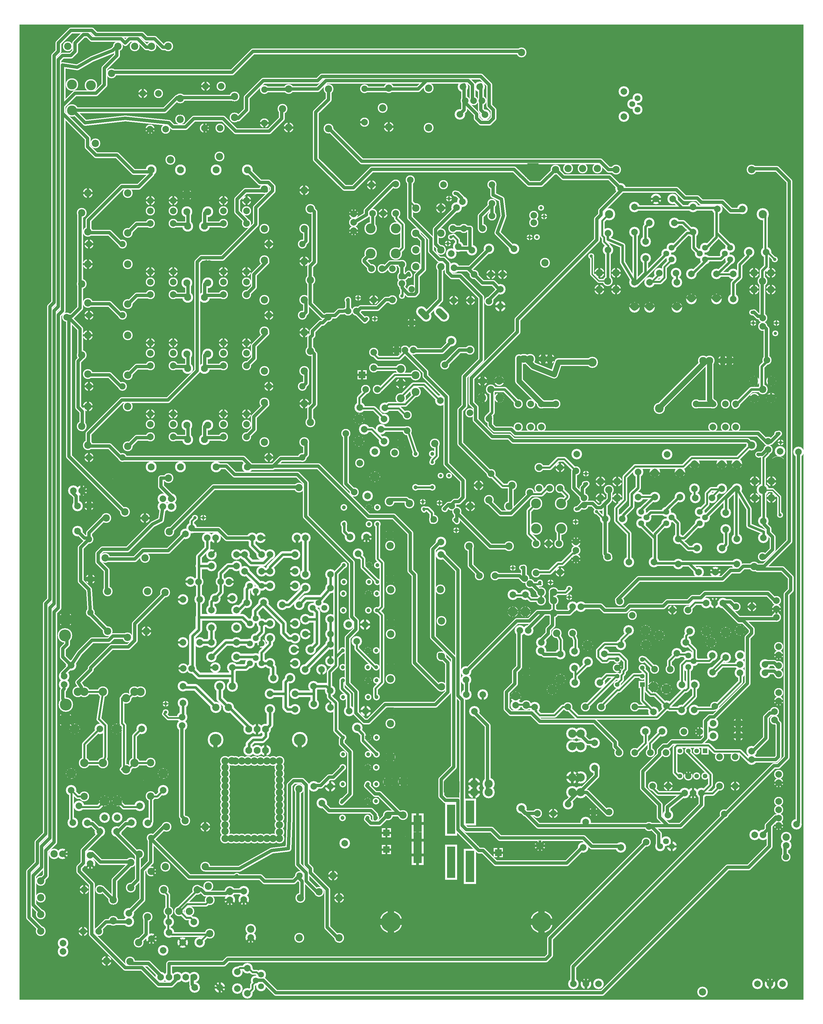
<source format=gbr>
%FSLAX34Y34*%
%MOMM*%
%LNCOPPER_BOTTOM*%
G71*
G01*
%ADD10C,3.200*%
%ADD11C,3.000*%
%ADD12C,1.600*%
%ADD13C,3.000*%
%ADD14C,2.800*%
%ADD15C,4.700*%
%ADD16C,1.400*%
%ADD17C,1.800*%
%ADD18C,1.200*%
%ADD19C,3.700*%
%ADD20C,7.800*%
%ADD21C,3.400*%
%ADD22C,3.100*%
%ADD23C,2.800*%
%ADD24C,2.800*%
%ADD25C,2.400*%
%ADD26C,2.800*%
%ADD27C,2.600*%
%ADD28C,1.700*%
%ADD29C,1.800*%
%ADD30C,2.700*%
%ADD31C,3.200*%
%ADD32C,3.800*%
%ADD33C,3.000*%
%ADD34C,3.200*%
%ADD35C,2.000*%
%ADD36C,1.800*%
%ADD37C,2.200*%
%ADD38C,2.700*%
%ADD39C,3.300*%
%ADD40C,2.900*%
%ADD41C,4.800*%
%ADD42C,3.300*%
%ADD43C,3.400*%
%ADD44C,2.000*%
%ADD45C,2.600*%
%ADD46C,1.900*%
%ADD47C,1.990*%
%ADD48C,3.300*%
%ADD49C,6.800*%
%ADD50C,1.300*%
%ADD51C,4.400*%
%ADD52C,4.200*%
%ADD53C,0.733*%
%ADD54C,0.667*%
%ADD55C,3.345*%
%ADD56C,0.813*%
%ADD57C,6.067*%
%ADD58C,6.860*%
%ADD59C,1.403*%
%ADD60C,1.723*%
%ADD61C,1.380*%
%ADD62C,1.427*%
%ADD63C,1.033*%
%ADD64C,1.180*%
%ADD65C,1.153*%
%ADD66C,1.220*%
%ADD67C,0.680*%
%ADD68C,1.447*%
%ADD69C,0.767*%
%ADD70C,1.264*%
%ADD71C,1.507*%
%ADD72C,1.152*%
%ADD73C,2.017*%
%ADD74C,0.646*%
%ADD75C,1.527*%
%ADD76C,1.940*%
%ADD77C,1.408*%
%ADD78C,1.687*%
%ADD79C,2.100*%
%ADD80C,1.967*%
%ADD81C,0.700*%
%ADD82C,0.804*%
%ADD83C,0.672*%
%ADD84C,0.960*%
%ADD85C,1.487*%
%ADD86C,1.660*%
%ADD87C,0.833*%
%ADD88C,0.333*%
%ADD89C,2.748*%
%ADD90C,2.973*%
%ADD91C,2.200*%
%ADD92C,2.134*%
%ADD93C,0.600*%
%ADD94C,2.000*%
%ADD95C,1.800*%
%ADD96C,0.800*%
%ADD97C,2.200*%
%ADD98C,4.500*%
%ADD99C,1.000*%
%ADD100C,0.400*%
%ADD101C,2.500*%
%ADD102C,7.000*%
%ADD103C,2.600*%
%ADD104C,2.300*%
%ADD105C,2.000*%
%ADD106C,2.000*%
%ADD107C,1.800*%
%ADD108C,0.900*%
%ADD109C,1.000*%
%ADD110C,1.900*%
%ADD111C,3.000*%
%ADD112C,2.200*%
%ADD113C,2.400*%
%ADD114C,1.200*%
%ADD115C,1.000*%
%ADD116C,1.400*%
%ADD117C,1.900*%
%ADD118C,2.100*%
%ADD119C,2.100*%
%ADD120C,3.600*%
%ADD121C,2.100*%
%ADD122C,2.200*%
%ADD123C,1.500*%
%ADD124C,0.790*%
%ADD125C,6.000*%
%ADD126C,0.500*%
%ADD127C,3.600*%
%ADD128C,4.000*%
%LPD*%
G36*
X-1447800Y114300D02*
X932200Y114300D01*
X932200Y-2845700D01*
X-1447800Y-2845700D01*
X-1447800Y114300D01*
G37*
%LPC*%
X419045Y-515829D02*
G54D10*
D03*
X419095Y-439579D02*
G54D10*
D03*
X338051Y-519229D02*
G54D10*
D03*
X338164Y-570210D02*
G54D10*
D03*
X452351Y-544629D02*
G54D10*
D03*
X452463Y-595610D02*
G54D10*
D03*
X419061Y-744429D02*
G54D10*
D03*
X419111Y-668179D02*
G54D10*
D03*
X539782Y-487815D02*
G54D10*
D03*
X463532Y-487765D02*
G54D10*
D03*
X464741Y-668179D02*
G54D10*
D03*
X464691Y-744429D02*
G54D10*
D03*
X596844Y-515830D02*
G54D10*
D03*
X596894Y-439580D02*
G54D10*
D03*
X494176Y-640345D02*
G54D10*
D03*
X591741Y-642779D02*
G54D10*
D03*
X591691Y-719029D02*
G54D10*
D03*
X667940Y-642779D02*
G54D10*
D03*
X667890Y-719029D02*
G54D10*
D03*
X718740Y-642779D02*
G54D10*
D03*
X718690Y-719029D02*
G54D10*
D03*
X818212Y-576734D02*
G54D10*
D03*
X767232Y-576847D02*
G54D10*
D03*
X746758Y-446011D02*
G54D10*
D03*
X670508Y-445961D02*
G54D10*
D03*
X531416Y-563404D02*
G54D11*
D03*
X515516Y-580979D02*
G54D11*
D03*
X531450Y-598595D02*
G54D11*
D03*
X633016Y-563404D02*
G54D11*
D03*
X617116Y-580979D02*
G54D11*
D03*
X633050Y-598595D02*
G54D11*
D03*
X709216Y-563404D02*
G54D11*
D03*
X693316Y-580979D02*
G54D11*
D03*
X709250Y-598595D02*
G54D11*
D03*
G54D12*
X419111Y-668179D02*
X420266Y-671254D01*
X420266Y-518854D01*
X419045Y-515829D01*
G54D12*
X596894Y-439580D02*
X598066Y-442654D01*
X420266Y-442654D01*
X419095Y-439579D01*
G54D12*
X463532Y-487765D02*
X464716Y-487104D01*
X452016Y-499804D01*
X452016Y-544254D01*
X452351Y-544629D01*
G54D12*
X419111Y-668179D02*
X420266Y-671254D01*
X452016Y-639504D01*
X452016Y-595054D01*
X452464Y-595610D01*
G54D12*
X515516Y-580979D02*
X515516Y-582354D01*
X426616Y-671254D01*
X420266Y-671254D01*
X419111Y-668179D01*
G54D12*
X633051Y-598595D02*
X636166Y-601404D01*
X591716Y-645854D01*
X591741Y-642779D01*
G54D12*
X617116Y-580979D02*
X617116Y-582354D01*
X598066Y-563304D01*
X598066Y-518854D01*
X596845Y-515830D01*
G54D12*
X633016Y-563404D02*
X636166Y-563304D01*
X667916Y-531554D01*
X667916Y-449004D01*
X670508Y-445961D01*
G54D12*
X596845Y-515830D02*
X598066Y-518854D01*
X566316Y-487104D01*
X540916Y-487104D01*
X539782Y-487815D01*
G54D12*
X709216Y-563404D02*
X712366Y-563304D01*
X667916Y-518854D01*
X667916Y-449004D01*
X670508Y-445961D01*
G54D12*
X767232Y-576847D02*
X769516Y-576004D01*
X763166Y-582354D01*
X763166Y-588704D01*
X737766Y-614104D01*
X737766Y-652204D01*
X718716Y-671254D01*
X718716Y-722054D01*
X718690Y-719029D01*
G54D12*
X709250Y-598595D02*
X712366Y-601404D01*
X667916Y-645854D01*
X667940Y-642779D01*
G54D12*
X531416Y-563404D02*
X534566Y-563304D01*
X579016Y-518854D01*
X598066Y-518854D01*
X596845Y-515830D01*
G54D12*
X670508Y-445961D02*
X667916Y-449004D01*
X661566Y-442654D01*
X598066Y-442654D01*
X596894Y-439580D01*
X312316Y-639504D02*
G54D13*
D03*
X363116Y-639504D02*
G54D13*
D03*
X337716Y-664904D02*
G54D13*
D03*
X363116Y-690304D02*
G54D13*
D03*
X312316Y-690304D02*
G54D13*
D03*
X782216Y-639504D02*
G54D13*
D03*
X833016Y-639504D02*
G54D13*
D03*
X807616Y-664904D02*
G54D13*
D03*
X833016Y-690304D02*
G54D13*
D03*
X782216Y-690304D02*
G54D13*
D03*
G54D12*
X337716Y-664904D02*
X337716Y-569654D01*
X338164Y-570210D01*
G54D12*
X419111Y-668179D02*
X420266Y-671254D01*
X382166Y-607754D01*
X382166Y-556954D01*
X337716Y-537904D01*
X337716Y-518854D01*
X338052Y-519229D01*
G54D12*
X806822Y-664904D02*
X806822Y-633154D01*
X819522Y-620454D01*
X819522Y-576004D01*
X817419Y-576735D01*
X483742Y-415195D02*
G54D10*
D03*
X534722Y-415082D02*
G54D10*
D03*
G54D12*
X693316Y-580979D02*
X693316Y-583954D01*
X680616Y-596654D01*
X636166Y-596654D01*
X633051Y-598595D01*
X419061Y-744429D02*
G54D14*
D03*
X464691Y-744429D02*
G54D14*
D03*
X591691Y-719029D02*
G54D14*
D03*
X667890Y-719029D02*
G54D14*
D03*
X419061Y-744429D02*
G54D14*
D03*
X294640Y-384810D02*
G54D15*
D03*
X544976Y-640345D02*
G54D10*
D03*
X547291Y-668179D02*
G54D10*
D03*
X547241Y-744429D02*
G54D10*
D03*
G54D16*
X531451Y-598595D02*
X534566Y-596654D01*
X509166Y-622054D01*
X509166Y-653804D01*
X496466Y-666504D01*
X464716Y-666504D01*
X464741Y-668179D01*
G54D16*
X494176Y-640345D02*
X496466Y-641104D01*
X471066Y-666504D01*
X464716Y-666504D01*
X464741Y-668179D01*
G54D16*
X547291Y-668179D02*
X547266Y-666504D01*
X547266Y-641104D01*
X544976Y-640345D01*
G54D12*
X534722Y-415082D02*
X537766Y-415704D01*
X563166Y-441104D01*
X594916Y-441104D01*
X596894Y-439580D01*
X376291Y-383029D02*
G54D10*
D03*
G54D16*
X718740Y-642779D02*
X720116Y-644204D01*
X670116Y-644204D01*
X667940Y-642779D01*
X287516Y-588804D02*
G54D17*
D03*
G54D18*
X287516Y-588804D02*
X285116Y-589204D01*
X290116Y-594204D01*
X290116Y-644204D01*
X310116Y-664204D01*
X340116Y-664204D01*
X337716Y-664904D01*
X464691Y-744429D02*
G54D14*
D03*
X547241Y-744429D02*
G54D14*
D03*
X591691Y-719029D02*
G54D14*
D03*
X667890Y-719029D02*
G54D14*
D03*
X854472Y-385604D02*
G54D15*
D03*
X294640Y-743586D02*
G54D15*
D03*
X853836Y-741998D02*
G54D15*
D03*
X344666Y-461804D02*
G54D17*
D03*
X341490Y-461804D02*
G54D19*
D03*
G54D16*
X341490Y-461804D02*
X339328Y-462598D01*
X320278Y-481648D01*
X320278Y-526098D01*
X326628Y-532448D01*
X326628Y-545148D01*
X339328Y-557848D01*
X339328Y-665798D01*
X337716Y-664904D01*
X808215Y-461804D02*
G54D19*
D03*
G54D16*
X808215Y-461804D02*
X809228Y-462598D01*
X815578Y-468948D01*
X815578Y-576898D01*
X818212Y-576734D01*
X427266Y-1051045D02*
G54D20*
D03*
X357416Y-911344D02*
G54D20*
D03*
X290741Y-911345D02*
G54D21*
D03*
X493941Y-1051045D02*
G54D21*
D03*
X81866Y-901245D02*
G54D22*
D03*
X161866Y-901245D02*
G54D23*
D03*
X626866Y-906245D02*
G54D23*
D03*
X706866Y-906245D02*
G54D23*
D03*
X161866Y-901245D02*
G54D22*
D03*
X626866Y-906245D02*
G54D22*
D03*
X706866Y-906245D02*
G54D13*
D03*
X101866Y-901245D02*
G54D22*
D03*
X141866Y-901245D02*
G54D22*
D03*
X646866Y-906244D02*
G54D22*
D03*
X686866Y-906245D02*
G54D22*
D03*
X-42559Y-1018845D02*
G54D13*
D03*
X-42559Y-968045D02*
G54D13*
D03*
X-17159Y-993445D02*
G54D13*
D03*
X8241Y-968044D02*
G54D13*
D03*
X8241Y-1018845D02*
G54D13*
D03*
X-42559Y-1018845D02*
G54D24*
D03*
X8241Y-1018845D02*
G54D14*
D03*
X782941Y-1018845D02*
G54D13*
D03*
X782941Y-968045D02*
G54D13*
D03*
X808341Y-993445D02*
G54D13*
D03*
X833741Y-968045D02*
G54D13*
D03*
X833741Y-1018845D02*
G54D13*
D03*
X782941Y-1018845D02*
G54D24*
D03*
X833741Y-1018845D02*
G54D14*
D03*
G54D25*
X81866Y-901245D02*
X86066Y-897544D01*
X111466Y-922945D01*
X174966Y-948344D01*
X187666Y-910245D01*
X289266Y-910245D01*
X290741Y-911345D01*
G54D25*
X626866Y-906245D02*
X632166Y-910245D01*
X492466Y-1049945D01*
X493941Y-1051045D01*
X656398Y-1107482D02*
G54D26*
D03*
X656398Y-1037632D02*
G54D26*
D03*
X726248Y-1107482D02*
G54D26*
D03*
X726248Y-1037632D02*
G54D26*
D03*
X694498Y-1037632D02*
G54D26*
D03*
X694498Y-1107482D02*
G54D26*
D03*
X726249Y-1107482D02*
G54D14*
D03*
X726249Y-1037632D02*
G54D14*
D03*
X65848Y-1107482D02*
G54D26*
D03*
X65848Y-1037632D02*
G54D26*
D03*
X135698Y-1107482D02*
G54D26*
D03*
X135698Y-1037632D02*
G54D26*
D03*
X103948Y-1037632D02*
G54D26*
D03*
X103948Y-1107482D02*
G54D26*
D03*
X135699Y-1107482D02*
G54D14*
D03*
X135699Y-1037632D02*
G54D14*
D03*
G54D25*
X135699Y-1037632D02*
X138341Y-1038345D01*
X68491Y-968495D01*
X68491Y-898645D01*
X69166Y-901245D01*
X706866Y-906245D02*
G54D22*
D03*
X180149Y-1037632D02*
G54D24*
D03*
G54D12*
X65849Y-1037632D02*
X68491Y-1038344D01*
X24041Y-993895D01*
X-14059Y-993895D01*
X-17159Y-993445D01*
G54D25*
X173799Y-1037632D02*
X176441Y-1038345D01*
X138341Y-1038345D01*
X135699Y-1037632D01*
X605599Y-1037632D02*
G54D24*
D03*
G54D25*
X605599Y-1037632D02*
X608241Y-1038345D01*
X659041Y-1038344D01*
X656399Y-1037632D01*
G54D12*
X726249Y-1043982D02*
X722541Y-1044695D01*
X773341Y-993894D01*
X811441Y-993895D01*
X808341Y-999795D01*
G54D25*
X656399Y-1037632D02*
X659041Y-1038344D01*
X646341Y-1025645D01*
X646341Y-911345D01*
X646866Y-906244D01*
X821141Y-904520D02*
G54D24*
D03*
X-23409Y-1082320D02*
G54D24*
D03*
G54D12*
X-23409Y-1082320D02*
X-26759Y-1076445D01*
X-14059Y-1063745D01*
X-14059Y-987545D01*
X-17159Y-993445D01*
G54D12*
X814791Y-904520D02*
X817791Y-898645D01*
X817791Y-911344D01*
X805091Y-924045D01*
X805091Y-987544D01*
X801991Y-993445D01*
X-42559Y-968045D02*
G54D14*
D03*
X8241Y-968044D02*
G54D14*
D03*
X782941Y-968045D02*
G54D14*
D03*
X833741Y-968045D02*
G54D14*
D03*
X833741Y-1018845D02*
G54D14*
D03*
X294640Y-1221423D02*
G54D15*
D03*
X854472Y-1222216D02*
G54D15*
D03*
X294640Y-1580198D02*
G54D15*
D03*
X853836Y-1578610D02*
G54D15*
D03*
X808215Y-1298416D02*
G54D19*
D03*
X-306184Y-581344D02*
G54D27*
D03*
X-306184Y-505144D02*
G54D27*
D03*
X-382384Y-581344D02*
G54D27*
D03*
X-306184Y-581344D02*
G54D27*
D03*
X-382384Y-505144D02*
G54D27*
D03*
X-382384Y-581344D02*
G54D27*
D03*
X-306184Y-505144D02*
G54D27*
D03*
X-382384Y-505144D02*
G54D27*
D03*
X-306272Y-370121D02*
G54D26*
D03*
X-306272Y-459021D02*
G54D26*
D03*
X-344372Y-459021D02*
G54D26*
D03*
X-376122Y-459021D02*
G54D26*
D03*
X-315916Y-721911D02*
G54D26*
D03*
X-379415Y-626661D02*
G54D26*
D03*
X-347666Y-626661D02*
G54D26*
D03*
X-315916Y-626661D02*
G54D26*
D03*
G54D28*
X-376122Y-459021D02*
X-376034Y-460694D01*
X-376034Y-498794D01*
X-382384Y-505144D01*
G54D29*
X-382384Y-581344D02*
X-401434Y-600394D01*
X-401434Y-604642D01*
X-379415Y-626661D01*
G54D29*
X-426396Y-482471D02*
X-394646Y-463421D01*
X-394646Y-450721D01*
X-312096Y-368171D01*
X-312622Y-370121D01*
X-287433Y-614372D02*
G54D26*
D03*
G54D29*
X-287432Y-614372D02*
X-284559Y-616585D01*
X-290909Y-610235D01*
X-322659Y-610235D01*
X-341709Y-629285D01*
X-348059Y-629285D01*
X-347665Y-626661D01*
X-379416Y-372661D02*
G54D26*
D03*
X-261822Y-357421D02*
G54D26*
D03*
X-99394Y-505110D02*
G54D26*
D03*
X-42244Y-505110D02*
G54D26*
D03*
X-13544Y-428910D02*
G54D26*
D03*
X-13544Y-371760D02*
G54D26*
D03*
X-74594Y-570734D02*
G54D10*
D03*
X-128546Y-624616D02*
G54D10*
D03*
X-74594Y-570734D02*
G54D14*
D03*
X53182Y-566682D02*
G54D10*
D03*
X-23068Y-566632D02*
G54D10*
D03*
X53182Y-566682D02*
G54D14*
D03*
X-67644Y-644810D02*
G54D26*
D03*
X-16844Y-644810D02*
G54D26*
D03*
G54D29*
X-23068Y-566632D02*
X-23144Y-568610D01*
X-80294Y-625760D01*
X-131094Y-625760D01*
X-128546Y-624616D01*
G54D29*
X-67644Y-644810D02*
X-67594Y-644810D01*
X-86644Y-625760D01*
X-131094Y-625760D01*
X-128546Y-624616D01*
G54D29*
X-74594Y-570734D02*
X-73944Y-568610D01*
X-80294Y-562260D01*
X-80294Y-505110D01*
X-99394Y-505110D01*
X-16844Y-644810D02*
G54D26*
D03*
X11763Y-740916D02*
G54D10*
D03*
X11651Y-689936D02*
G54D10*
D03*
X11763Y-740916D02*
G54D10*
D03*
G54D29*
X11651Y-689936D02*
X8606Y-689260D01*
X-10444Y-670210D01*
X-42194Y-670210D01*
X-67594Y-644810D01*
X-67644Y-644810D01*
G54D29*
X-13544Y-428910D02*
X-10444Y-428910D01*
X-48544Y-467010D01*
X-48544Y-505110D01*
X-48594Y-505110D01*
G54D29*
X53182Y-566682D02*
X53056Y-568610D01*
X2256Y-517810D01*
X21256Y-467010D01*
X14956Y-416210D01*
X-10444Y-403510D01*
X-10444Y-378110D01*
X-13544Y-378110D01*
X-13544Y-467010D02*
G54D26*
D03*
G54D29*
X-13544Y-467010D02*
X-13544Y-428910D01*
X18206Y-644810D02*
G54D26*
D03*
X-132414Y-505110D02*
G54D26*
D03*
G54D29*
X-132414Y-505110D02*
X-131144Y-505110D01*
X-93044Y-505110D01*
X-99394Y-505110D01*
X-121494Y-441610D02*
G54D26*
D03*
X-245190Y-443106D02*
G54D13*
D03*
X-168990Y-443106D02*
G54D13*
D03*
X-245190Y-519306D02*
G54D13*
D03*
X-245190Y-570106D02*
G54D13*
D03*
X-245190Y-620906D02*
G54D13*
D03*
X-168990Y-519306D02*
G54D13*
D03*
X-168990Y-570106D02*
G54D13*
D03*
X-168990Y-620906D02*
G54D13*
D03*
X-257691Y-791468D02*
G54D30*
D03*
X-257691Y-689868D02*
G54D30*
D03*
X-257691Y-791468D02*
G54D14*
D03*
X-168990Y-443106D02*
G54D26*
D03*
X-22739Y-725909D02*
G54D26*
D03*
X-78959Y-723664D02*
G54D26*
D03*
X-78959Y-723664D02*
G54D26*
D03*
X-129759Y-723664D02*
G54D26*
D03*
G54D16*
X-245189Y-443106D02*
X-242245Y-444371D01*
X-261295Y-425321D01*
X-261295Y-355471D01*
X-261822Y-357421D01*
G54D29*
X-245189Y-519305D02*
X-242245Y-520571D01*
X-223195Y-539621D01*
X-223195Y-628521D01*
X-242245Y-647571D01*
X-242245Y-698371D01*
X-248595Y-704721D01*
X-267645Y-704721D01*
X-286695Y-685671D01*
X-287222Y-671746D01*
G54D29*
X-168989Y-570105D02*
X-166045Y-571371D01*
X-185095Y-552321D01*
X-185095Y-507871D01*
X-121595Y-444371D01*
X-121494Y-441611D01*
G54D31*
X-159575Y-771386D02*
X-173717Y-757244D01*
G54D31*
X-213550Y-771386D02*
X-227692Y-757244D01*
X-433784Y-461010D02*
G54D24*
D03*
X-433784Y-486410D02*
G54D24*
D03*
X-433784Y-511810D02*
G54D24*
D03*
X-160734Y-372110D02*
G54D24*
D03*
X-382384Y-505144D02*
G54D32*
D03*
X-382384Y-581344D02*
G54D32*
D03*
X-306184Y-581344D02*
G54D32*
D03*
X-306184Y-505144D02*
G54D32*
D03*
G54D16*
X-306184Y-581344D02*
X-304324Y-582260D01*
X-285274Y-563210D01*
X-285274Y-493360D01*
X-304324Y-474310D01*
X-304324Y-461610D01*
X-306272Y-459021D01*
G54D29*
X-217446Y-764315D02*
X-215424Y-766410D01*
X-170974Y-721960D01*
X-170974Y-620360D01*
X-168989Y-620905D01*
X119894Y-1339546D02*
G54D27*
D03*
X119894Y-1415746D02*
G54D27*
D03*
X196094Y-1339546D02*
G54D27*
D03*
X119894Y-1339546D02*
G54D27*
D03*
X196094Y-1415746D02*
G54D27*
D03*
X196094Y-1339546D02*
G54D27*
D03*
X119894Y-1415746D02*
G54D27*
D03*
X196094Y-1415746D02*
G54D27*
D03*
X119982Y-1550769D02*
G54D26*
D03*
X119982Y-1461869D02*
G54D26*
D03*
X158082Y-1461869D02*
G54D26*
D03*
X189832Y-1461869D02*
G54D26*
D03*
X193126Y-1230729D02*
G54D26*
D03*
X129626Y-1230729D02*
G54D26*
D03*
X193125Y-1294229D02*
G54D26*
D03*
X161376Y-1294229D02*
G54D26*
D03*
X129626Y-1294229D02*
G54D26*
D03*
G54D16*
X189832Y-1461869D02*
X189744Y-1460196D01*
X189744Y-1422096D01*
X196095Y-1415746D01*
G54D16*
X196094Y-1339546D02*
X215145Y-1320496D01*
X215144Y-1316248D01*
X193125Y-1294229D01*
X101143Y-1306518D02*
G54D26*
D03*
G54D16*
X101142Y-1306518D02*
X98269Y-1304305D01*
X104619Y-1310655D01*
X136369Y-1310655D01*
X155420Y-1291605D01*
X161770Y-1291605D01*
X161375Y-1294229D01*
X193126Y-1548229D02*
G54D26*
D03*
X241144Y-1507505D02*
G54D24*
D03*
X241144Y-1482105D02*
G54D24*
D03*
X241144Y-1456705D02*
G54D24*
D03*
X241144Y-1240805D02*
G54D24*
D03*
G54D16*
X241144Y-1482105D02*
X243925Y-1484729D01*
X237575Y-1491079D01*
X231225Y-1491079D01*
X199475Y-1522829D01*
X186775Y-1522829D01*
X161375Y-1548229D01*
X116925Y-1548229D01*
X119982Y-1550769D01*
G54D16*
X241144Y-1240805D02*
X243926Y-1243429D01*
X205825Y-1205329D01*
X186776Y-1205329D01*
X161375Y-1230729D01*
X129625Y-1230729D01*
X196094Y-1415746D02*
G54D32*
D03*
X196094Y-1339546D02*
G54D32*
D03*
X119894Y-1339546D02*
G54D32*
D03*
X119894Y-1415746D02*
G54D32*
D03*
G54D16*
X119894Y-1339546D02*
X117319Y-1342405D01*
X98270Y-1361455D01*
X98269Y-1431305D01*
X117319Y-1450355D01*
X117319Y-1463055D01*
X119982Y-1461869D01*
X-83114Y-1469127D02*
G54D13*
D03*
X-79940Y-1348477D02*
G54D13*
D03*
X37536Y-1469127D02*
G54D13*
D03*
X37536Y-1348477D02*
G54D13*
D03*
X-22789Y-1329014D02*
G54D13*
D03*
X-79940Y-1348477D02*
G54D33*
D03*
X-54093Y-1284896D02*
G54D13*
D03*
X47507Y-1284896D02*
G54D13*
D03*
X134807Y-1609036D02*
G54D13*
D03*
X134807Y-1634436D02*
G54D13*
D03*
X172907Y-1634436D02*
G54D13*
D03*
X172907Y-1672536D02*
G54D13*
D03*
X87402Y-1617042D02*
G54D10*
D03*
X87515Y-1668022D02*
G54D10*
D03*
X87402Y-1617042D02*
G54D26*
D03*
X87514Y-1668023D02*
G54D26*
D03*
G54D16*
X134807Y-1634436D02*
X135641Y-1633417D01*
X135641Y-1608018D01*
X134807Y-1609036D01*
G54D16*
X172907Y-1672536D02*
X173741Y-1671518D01*
X173741Y-1646118D01*
X172907Y-1647135D01*
G54D16*
X87402Y-1617042D02*
X91585Y-1618093D01*
X104285Y-1630794D01*
X129685Y-1630794D01*
X134807Y-1634436D01*
X49302Y-1617042D02*
G54D10*
D03*
X49414Y-1668022D02*
G54D10*
D03*
X49302Y-1617042D02*
G54D26*
D03*
X49414Y-1668023D02*
G54D26*
D03*
G54D16*
X49302Y-1617042D02*
X53485Y-1618093D01*
X91585Y-1618093D01*
X87402Y-1617042D01*
X172907Y-1609036D02*
G54D13*
D03*
G54D29*
X172907Y-1609036D02*
X167785Y-1605393D01*
X167785Y-1630794D01*
X172907Y-1634436D01*
X-16126Y-1249086D02*
G54D26*
D03*
X-54093Y-1284896D02*
G54D13*
D03*
G54D16*
X-16127Y-1249086D02*
X-13097Y-1248410D01*
X-13097Y-1254760D01*
X18653Y-1286510D01*
X50403Y-1286510D01*
X47507Y-1284896D01*
G54D29*
X-22789Y-1329014D02*
X-25797Y-1330960D01*
X12303Y-1369060D01*
X44053Y-1369060D01*
X101203Y-1311910D01*
X101203Y-1305560D01*
X101143Y-1306518D01*
X-246135Y-950597D02*
G54D34*
D03*
X-246135Y-1001397D02*
G54D34*
D03*
X-290585Y-975996D02*
G54D34*
D03*
X-290585Y-1020447D02*
G54D34*
D03*
X-290585Y-931547D02*
G54D34*
D03*
X-277885Y-874397D02*
G54D26*
D03*
X-303285Y-874397D02*
G54D26*
D03*
X-252485Y-874396D02*
G54D26*
D03*
X-338970Y-1049022D02*
G54D10*
D03*
X-415220Y-1048972D02*
G54D10*
D03*
X-417912Y-1083282D02*
G54D10*
D03*
X-341662Y-1083332D02*
G54D10*
D03*
X-401978Y-1114758D02*
G54D10*
D03*
X-350998Y-1114646D02*
G54D10*
D03*
X-373135Y-880659D02*
G54D26*
D03*
X-373135Y-928459D02*
G54D26*
D03*
X-369525Y-1182284D02*
G54D10*
D03*
X-369575Y-1258534D02*
G54D10*
D03*
X-309635Y-1233346D02*
G54D26*
D03*
X-309635Y-1185547D02*
G54D26*
D03*
X-397079Y-993503D02*
G54D26*
D03*
X-361979Y-993502D02*
G54D26*
D03*
X-271535Y-1119047D02*
G54D26*
D03*
X-271535Y-1071246D02*
G54D26*
D03*
X-417857Y-1150929D02*
G54D10*
D03*
X-341607Y-1150979D02*
G54D10*
D03*
X-170660Y-1027352D02*
G54D10*
D03*
X-417912Y-1083282D02*
G54D26*
D03*
X-417857Y-1150928D02*
G54D26*
D03*
X-309635Y-1233346D02*
G54D26*
D03*
X-369575Y-1258534D02*
G54D26*
D03*
G54D16*
X-373135Y-887009D02*
X-372435Y-885827D01*
X-359735Y-898526D01*
X-296235Y-898527D01*
X-277185Y-879476D01*
X-277185Y-873126D01*
X-277885Y-874397D01*
G54D16*
X-373135Y-922109D02*
X-372435Y-923926D01*
X-366085Y-930276D01*
X-289885Y-930276D01*
X-290585Y-931547D01*
G54D16*
X-355629Y-993502D02*
X-353385Y-993776D01*
X-308935Y-949326D01*
X-245435Y-949327D01*
X-246135Y-950597D01*
G54D16*
X-338970Y-1049022D02*
X-340685Y-1050927D01*
X-327985Y-1038226D01*
X-277185Y-1038226D01*
X-245435Y-1006477D01*
X-245435Y-1000126D01*
X-246135Y-1001397D01*
G54D16*
X-390729Y-993503D02*
X-391485Y-993776D01*
X-416885Y-1019177D01*
X-416885Y-1050926D01*
X-415220Y-1048972D01*
G54D16*
X-341662Y-1083332D02*
X-340685Y-1082676D01*
X-372435Y-1050926D01*
X-416885Y-1050926D01*
X-415220Y-1048972D01*
G54D16*
X-271535Y-1077596D02*
X-270835Y-1076326D01*
X-296235Y-1050926D01*
X-340685Y-1050927D01*
X-338970Y-1049022D01*
G54D16*
X-271535Y-1112697D02*
X-270835Y-1114427D01*
X-353385Y-1114427D01*
X-350998Y-1114646D01*
G54D16*
X-341607Y-1150979D02*
X-340685Y-1152527D01*
X-378785Y-1114427D01*
X-404185Y-1114427D01*
X-401978Y-1114758D01*
G36*
X-394185Y-935327D02*
X-394185Y-963327D01*
X-422185Y-963327D01*
X-422185Y-935327D01*
X-394185Y-935327D01*
G37*
X-195335Y-1188808D02*
G54D35*
D03*
X-195335Y-1214208D02*
G54D36*
D03*
X-246135Y-1188809D02*
G54D36*
D03*
X-246135Y-1214208D02*
G54D35*
D03*
X-195335Y-1290409D02*
G54D36*
D03*
X-246135Y-1290409D02*
G54D36*
D03*
X-288553Y-1158042D02*
G54D13*
D03*
X-186953Y-1158042D02*
G54D13*
D03*
X-288553Y-1158043D02*
G54D13*
D03*
G54D16*
X-246135Y-1188809D02*
X-271535Y-1112609D01*
X-354085Y-1112608D01*
X-350998Y-1114646D01*
G54D16*
X-186953Y-1158042D02*
X-188985Y-1157059D01*
X-182635Y-1163408D01*
X-182635Y-1195158D01*
X-195335Y-1207858D01*
X-195335Y-1214208D01*
G54D16*
X-170660Y-1027352D02*
X-169935Y-1030059D01*
X-220735Y-979258D01*
X-252485Y-979259D01*
X-290585Y-1017359D01*
X-290585Y-1020447D01*
X-191139Y-1388017D02*
G54D24*
D03*
G54D16*
X-246135Y-1290409D02*
X-195335Y-1290409D01*
X-246135Y-1188809D02*
G54D35*
D03*
X-195335Y-1290409D02*
G54D35*
D03*
X-246135Y-1290409D02*
G54D35*
D03*
G36*
X431778Y-1900147D02*
X431778Y-1878147D01*
X453778Y-1878147D01*
X453778Y-1900147D01*
X431778Y-1900147D01*
G37*
X442778Y-1863747D02*
G54D37*
D03*
X442778Y-1838347D02*
G54D37*
D03*
X442778Y-1812947D02*
G54D37*
D03*
X366578Y-1812947D02*
G54D37*
D03*
X366578Y-1838347D02*
G54D37*
D03*
X366579Y-1863747D02*
G54D37*
D03*
X366578Y-1889147D02*
G54D37*
D03*
X366578Y-1838347D02*
G54D38*
D03*
X738528Y-1853786D02*
G54D10*
D03*
X738528Y-1828286D02*
G54D10*
D03*
X168539Y-1957122D02*
G54D26*
D03*
X193434Y-1873537D02*
G54D10*
D03*
X193484Y-1797287D02*
G54D10*
D03*
X58242Y-1952129D02*
G54D10*
D03*
X58242Y-1926629D02*
G54D10*
D03*
X600499Y-1889845D02*
G54D10*
D03*
X600448Y-1966096D02*
G54D10*
D03*
X600499Y-1889845D02*
G54D26*
D03*
X662383Y-1907778D02*
G54D26*
D03*
X662383Y-1955578D02*
G54D26*
D03*
X562398Y-1889845D02*
G54D10*
D03*
X562348Y-1966096D02*
G54D10*
D03*
X562399Y-1889845D02*
G54D26*
D03*
X582054Y-1836072D02*
G54D11*
D03*
X597954Y-1818497D02*
G54D11*
D03*
X582019Y-1800881D02*
G54D11*
D03*
X655427Y-1801278D02*
G54D10*
D03*
X655539Y-1852259D02*
G54D10*
D03*
X655427Y-1801279D02*
G54D26*
D03*
X650497Y-1761151D02*
G54D10*
D03*
X574247Y-1761101D02*
G54D10*
D03*
X650497Y-1761151D02*
G54D26*
D03*
X637464Y-1727179D02*
G54D10*
D03*
X586484Y-1727291D02*
G54D10*
D03*
X637464Y-1727178D02*
G54D26*
D03*
X515727Y-1902878D02*
G54D10*
D03*
X515839Y-1953859D02*
G54D10*
D03*
X515727Y-1902879D02*
G54D26*
D03*
X662383Y-1907778D02*
G54D26*
D03*
X650497Y-1761151D02*
G54D26*
D03*
X637464Y-1727179D02*
G54D26*
D03*
X695749Y-1731095D02*
G54D10*
D03*
X695699Y-1807346D02*
G54D10*
D03*
X695750Y-1731095D02*
G54D26*
D03*
X695749Y-1731095D02*
G54D26*
D03*
X515727Y-1902878D02*
G54D26*
D03*
X479689Y-1842822D02*
G54D26*
D03*
X527489Y-1842822D02*
G54D26*
D03*
X493933Y-1740423D02*
G54D10*
D03*
X547815Y-1794376D02*
G54D10*
D03*
X493934Y-1740422D02*
G54D26*
D03*
X493934Y-1740423D02*
G54D26*
D03*
X453872Y-1769322D02*
G54D10*
D03*
X377622Y-1769272D02*
G54D10*
D03*
X401375Y-1725396D02*
G54D10*
D03*
X452356Y-1725284D02*
G54D10*
D03*
X401376Y-1725396D02*
G54D26*
D03*
X453872Y-1769322D02*
G54D26*
D03*
X452356Y-1725284D02*
G54D26*
D03*
X270139Y-1957122D02*
G54D26*
D03*
X317939Y-1957122D02*
G54D26*
D03*
X168539Y-1957122D02*
G54D26*
D03*
X216339Y-1957122D02*
G54D26*
D03*
X371739Y-1957122D02*
G54D26*
D03*
X419539Y-1957122D02*
G54D26*
D03*
X371739Y-1957122D02*
G54D26*
D03*
X476674Y-1896195D02*
G54D10*
D03*
X476624Y-1972446D02*
G54D10*
D03*
X476674Y-1896195D02*
G54D26*
D03*
X314172Y-1883622D02*
G54D10*
D03*
X237922Y-1883572D02*
G54D10*
D03*
X314172Y-1883622D02*
G54D26*
D03*
X236593Y-1839748D02*
G54D10*
D03*
X236481Y-1788768D02*
G54D10*
D03*
X236593Y-1839748D02*
G54D26*
D03*
X236481Y-1788767D02*
G54D26*
D03*
X276854Y-1770872D02*
G54D34*
D03*
X327786Y-1795856D02*
G54D34*
D03*
X276740Y-1820755D02*
G54D34*
D03*
X276854Y-1770872D02*
G54D26*
D03*
X182838Y-1733454D02*
G54D26*
D03*
X230638Y-1733454D02*
G54D26*
D03*
X193434Y-1873537D02*
G54D26*
D03*
G54D16*
X662383Y-1955578D02*
X664604Y-1956722D01*
X740804Y-1880522D01*
X740804Y-1855122D01*
X738528Y-1853786D01*
G54D16*
X655539Y-1852259D02*
X658254Y-1855122D01*
X683654Y-1829722D01*
X740804Y-1829722D01*
X738528Y-1828286D01*
G54D16*
X662383Y-1955578D02*
X664604Y-1956722D01*
X658254Y-1963072D01*
X601104Y-1963072D01*
X600449Y-1966095D01*
G54D16*
X562349Y-1966095D02*
X563004Y-1963072D01*
X601104Y-1924972D01*
X601104Y-1886872D01*
X600499Y-1889845D01*
G54D16*
X515839Y-1953859D02*
X518554Y-1956722D01*
X524904Y-1963072D01*
X563004Y-1963072D01*
X562349Y-1966095D01*
G54D16*
X216339Y-1957122D02*
X213754Y-1956722D01*
X245504Y-1988472D01*
X486804Y-1988472D01*
X518554Y-1956722D01*
X515839Y-1953859D01*
G54D16*
X515839Y-1953859D02*
X518554Y-1956722D01*
X480454Y-1918622D01*
X467754Y-1918622D01*
X455054Y-1905922D01*
X455054Y-1855122D01*
X442354Y-1842422D01*
X442354Y-1836072D01*
X442778Y-1838347D01*
G54D16*
X476624Y-1972445D02*
X474104Y-1969422D01*
X461404Y-1956722D01*
X416954Y-1956722D01*
X419539Y-1957122D01*
G54D16*
X317939Y-1957122D02*
X315354Y-1956722D01*
X366154Y-1905922D01*
X372504Y-1905922D01*
X416954Y-1861472D01*
X442354Y-1861472D01*
X442779Y-1863747D01*
G54D16*
X270139Y-1957122D02*
X270904Y-1956722D01*
X366154Y-1861472D01*
X366579Y-1863747D01*
G54D16*
X314172Y-1883622D02*
X315354Y-1880522D01*
X334404Y-1861472D01*
X366154Y-1861472D01*
X366579Y-1863747D01*
G54D16*
X327786Y-1795856D02*
X328054Y-1797972D01*
X372504Y-1797972D01*
X391554Y-1817022D01*
X391554Y-1842422D01*
X385204Y-1848772D01*
X385204Y-1855122D01*
X378854Y-1861472D01*
X378854Y-1874172D01*
X366154Y-1886872D01*
X366579Y-1889147D01*
G54D16*
X377622Y-1769272D02*
X378854Y-1766222D01*
X328054Y-1766222D01*
X309004Y-1785272D01*
X309004Y-1804322D01*
X321704Y-1817022D01*
X334404Y-1817022D01*
X340754Y-1810672D01*
X366154Y-1810672D01*
X366578Y-1812947D01*
G54D16*
X401376Y-1725396D02*
X404254Y-1728122D01*
X378854Y-1753522D01*
X378854Y-1766222D01*
X377622Y-1769272D01*
G54D16*
X479689Y-1842822D02*
X480454Y-1842422D01*
X448704Y-1810672D01*
X442354Y-1810672D01*
X442778Y-1812947D01*
G54D16*
X547815Y-1794375D02*
X550304Y-1791622D01*
X524904Y-1817022D01*
X524904Y-1842422D01*
X527489Y-1842822D01*
G54D16*
X547815Y-1794375D02*
X550304Y-1791622D01*
X556654Y-1797972D01*
X582054Y-1797972D01*
X582019Y-1800881D01*
G54D16*
X655427Y-1801279D02*
X658254Y-1804322D01*
X645554Y-1817022D01*
X601104Y-1817022D01*
X597954Y-1818497D01*
G54D16*
X574247Y-1761101D02*
X575704Y-1759872D01*
X601104Y-1785272D01*
X601104Y-1817022D01*
X597954Y-1818497D01*
G54D16*
X695699Y-1807345D02*
X696354Y-1804322D01*
X658254Y-1842422D01*
X658254Y-1855122D01*
X655539Y-1852259D01*
G54D16*
X586484Y-1727291D02*
X588404Y-1728122D01*
X575704Y-1740822D01*
X575704Y-1759872D01*
X574247Y-1761101D01*
G54D16*
X476624Y-1972445D02*
X474104Y-1969422D01*
X442354Y-1937672D01*
X442354Y-1886872D01*
X442778Y-1889147D01*
G54D16*
X236593Y-1839747D02*
X239154Y-1842422D01*
X239154Y-1880522D01*
X237922Y-1883572D01*
G54D16*
X230638Y-1733454D02*
X239154Y-1753522D01*
X239154Y-1791622D01*
X236481Y-1788767D01*
G54D16*
X182838Y-1733454D02*
X194704Y-1753522D01*
X194704Y-1797972D01*
X193484Y-1797287D01*
X169316Y-1904334D02*
G54D10*
D03*
X115364Y-1958216D02*
G54D10*
D03*
X169316Y-1904335D02*
G54D26*
D03*
G54D16*
X120667Y-1969323D02*
X118504Y-1969422D01*
X131204Y-1982122D01*
X175654Y-1982122D01*
X201054Y-1956722D01*
X213754Y-1956722D01*
X216339Y-1957122D01*
X740140Y-1724841D02*
G54D26*
D03*
X182838Y-1733454D02*
G54D13*
D03*
X89964Y-1850266D02*
G54D13*
D03*
X89963Y-1951866D02*
G54D13*
D03*
X89964Y-1850266D02*
G54D13*
D03*
X58242Y-1926629D02*
G54D13*
D03*
G54D16*
X89964Y-1951866D02*
X93104Y-1950372D01*
X99454Y-1956722D01*
X118504Y-1956722D01*
X115364Y-1958216D01*
G54D16*
X89964Y-1951866D02*
X93104Y-1950372D01*
X61354Y-1950372D01*
X58242Y-1952129D01*
X740140Y-1724841D02*
G54D10*
D03*
X740090Y-1801091D02*
G54D10*
D03*
X740140Y-1724841D02*
G54D26*
D03*
G54D16*
X515839Y-1953859D02*
X518554Y-1956722D01*
X569354Y-1905922D01*
X575704Y-1905922D01*
X582054Y-1899572D01*
X582054Y-1836072D01*
G54D16*
X597954Y-1818497D02*
X601104Y-1817022D01*
X575704Y-1817022D01*
X563004Y-1829722D01*
X563004Y-1886872D01*
X562399Y-1889845D01*
G54D16*
X276740Y-1820755D02*
X277254Y-1823372D01*
X239154Y-1861472D01*
X239154Y-1880522D01*
X237922Y-1883572D01*
X740140Y-1724841D02*
G54D26*
D03*
X695749Y-1731095D02*
G54D26*
D03*
X637464Y-1727179D02*
G54D26*
D03*
X650497Y-1761151D02*
G54D26*
D03*
X493933Y-1740423D02*
G54D26*
D03*
X453872Y-1769322D02*
G54D26*
D03*
X452356Y-1725284D02*
G54D26*
D03*
X662383Y-1907778D02*
G54D26*
D03*
X276854Y-1770872D02*
G54D26*
D03*
X371739Y-1957122D02*
G54D26*
D03*
X168539Y-1957122D02*
G54D26*
D03*
X169316Y-1904335D02*
G54D26*
D03*
X193434Y-1873537D02*
G54D26*
D03*
X89964Y-1850266D02*
G54D26*
D03*
X814778Y-1853836D02*
G54D10*
D03*
X738528Y-1853786D02*
G54D10*
D03*
X814778Y-1828336D02*
G54D10*
D03*
X738528Y-1828286D02*
G54D10*
D03*
X-981126Y-1137496D02*
G54D26*
D03*
X-1050976Y-1137496D02*
G54D26*
D03*
X-981126Y-1067646D02*
G54D26*
D03*
X-1050976Y-1067646D02*
G54D26*
D03*
X-1050976Y-1099396D02*
G54D26*
D03*
X-981126Y-1099396D02*
G54D26*
D03*
X-937718Y-1146267D02*
G54D39*
D03*
X-886736Y-1146155D02*
G54D39*
D03*
X-758876Y-1137496D02*
G54D26*
D03*
X-828726Y-1137496D02*
G54D26*
D03*
X-758876Y-1067646D02*
G54D26*
D03*
X-828726Y-1067646D02*
G54D26*
D03*
X-828726Y-1099396D02*
G54D26*
D03*
X-758876Y-1099396D02*
G54D26*
D03*
X-876653Y-1102169D02*
G54D10*
D03*
X-876766Y-1051189D02*
G54D10*
D03*
X-940153Y-1102169D02*
G54D10*
D03*
X-940266Y-1051189D02*
G54D10*
D03*
G54D29*
X-876653Y-1102169D02*
X-879526Y-1099396D01*
X-885876Y-1105746D01*
X-885876Y-1143846D01*
X-886736Y-1146155D01*
G54D29*
X-940153Y-1102169D02*
X-943026Y-1099396D01*
X-936676Y-1105746D01*
X-936676Y-1143846D01*
X-937717Y-1146267D01*
X-758876Y-1067646D02*
G54D14*
D03*
X-828726Y-1067646D02*
G54D14*
D03*
X-876766Y-1051188D02*
G54D40*
D03*
X-940266Y-1051188D02*
G54D14*
D03*
X-981126Y-1067646D02*
G54D14*
D03*
X-1050976Y-1067646D02*
G54D14*
D03*
X-940153Y-1102169D02*
G54D39*
D03*
X-940266Y-1051189D02*
G54D39*
D03*
X-876766Y-1051189D02*
G54D39*
D03*
X-876653Y-1102169D02*
G54D39*
D03*
X-704663Y-1033204D02*
G54D13*
D03*
X-584013Y-1036378D02*
G54D13*
D03*
X-704663Y-1153854D02*
G54D13*
D03*
X-584013Y-1153854D02*
G54D13*
D03*
X-565200Y-1093529D02*
G54D13*
D03*
X-691156Y-1200134D02*
G54D30*
D03*
X-589556Y-1200133D02*
G54D30*
D03*
X-584013Y-1036378D02*
G54D13*
D03*
X-1119658Y-1165942D02*
G54D13*
D03*
X-1240308Y-1162768D02*
G54D13*
D03*
X-1119658Y-1045292D02*
G54D13*
D03*
X-1240308Y-1045292D02*
G54D13*
D03*
X-1259120Y-1105617D02*
G54D13*
D03*
X-1240307Y-1162768D02*
G54D13*
D03*
X-1240308Y-1045292D02*
G54D13*
D03*
X-1237256Y-1200134D02*
G54D30*
D03*
X-1135656Y-1200133D02*
G54D30*
D03*
X-691156Y-1200134D02*
G54D26*
D03*
X-1237256Y-1200134D02*
G54D26*
D03*
G54D29*
X-589556Y-1200134D02*
X-590903Y-1203770D01*
X-578203Y-1191070D01*
X-578203Y-1152970D01*
X-584013Y-1153854D01*
G54D29*
X-828726Y-1137496D02*
X-832203Y-1140270D01*
X-883003Y-1140270D01*
X-886736Y-1146154D01*
G54D29*
X-937717Y-1146266D02*
X-933803Y-1140270D01*
X-984603Y-1140270D01*
X-981126Y-1137496D01*
G54D29*
X-1135656Y-1200134D02*
X-1137003Y-1203770D01*
X-1175103Y-1165670D01*
X-1238603Y-1165670D01*
X-1240307Y-1162768D01*
X-981126Y-921596D02*
G54D26*
D03*
X-1050976Y-921596D02*
G54D26*
D03*
X-981126Y-851746D02*
G54D26*
D03*
X-1050976Y-851746D02*
G54D26*
D03*
X-1050976Y-883496D02*
G54D26*
D03*
X-981126Y-883496D02*
G54D26*
D03*
X-937718Y-930367D02*
G54D39*
D03*
X-886736Y-930255D02*
G54D39*
D03*
X-758876Y-921596D02*
G54D26*
D03*
X-828726Y-921596D02*
G54D26*
D03*
X-758876Y-851746D02*
G54D26*
D03*
X-828726Y-851746D02*
G54D26*
D03*
X-828726Y-883496D02*
G54D26*
D03*
X-758876Y-883496D02*
G54D26*
D03*
X-876653Y-886269D02*
G54D10*
D03*
X-876766Y-835288D02*
G54D10*
D03*
X-940153Y-886269D02*
G54D10*
D03*
X-940266Y-835289D02*
G54D10*
D03*
G54D29*
X-876653Y-886269D02*
X-879526Y-883496D01*
X-885876Y-889846D01*
X-885876Y-927946D01*
X-886736Y-930255D01*
G54D29*
X-940153Y-886269D02*
X-943026Y-883496D01*
X-936676Y-889846D01*
X-936676Y-927946D01*
X-937717Y-930367D01*
X-758876Y-851746D02*
G54D14*
D03*
X-828726Y-851746D02*
G54D14*
D03*
X-876766Y-835288D02*
G54D40*
D03*
X-940266Y-835288D02*
G54D14*
D03*
X-981126Y-851746D02*
G54D14*
D03*
X-1050976Y-851746D02*
G54D14*
D03*
X-940153Y-886269D02*
G54D39*
D03*
X-940266Y-835289D02*
G54D39*
D03*
X-876766Y-835288D02*
G54D39*
D03*
X-876653Y-886269D02*
G54D39*
D03*
X-704663Y-817304D02*
G54D13*
D03*
X-584013Y-820478D02*
G54D13*
D03*
X-704663Y-937954D02*
G54D13*
D03*
X-584013Y-937954D02*
G54D13*
D03*
X-565200Y-877629D02*
G54D13*
D03*
X-691156Y-984234D02*
G54D30*
D03*
X-589556Y-984233D02*
G54D30*
D03*
X-584013Y-820478D02*
G54D13*
D03*
X-1119658Y-950042D02*
G54D13*
D03*
X-1240308Y-946868D02*
G54D13*
D03*
X-1119658Y-829392D02*
G54D13*
D03*
X-1240308Y-829392D02*
G54D13*
D03*
X-1259120Y-889717D02*
G54D13*
D03*
X-1240307Y-946869D02*
G54D13*
D03*
X-1240308Y-829392D02*
G54D13*
D03*
X-1237256Y-984234D02*
G54D30*
D03*
X-1135656Y-984233D02*
G54D30*
D03*
X-691156Y-984234D02*
G54D26*
D03*
X-1237256Y-984234D02*
G54D26*
D03*
G54D29*
X-589556Y-984234D02*
X-590903Y-987870D01*
X-578203Y-975170D01*
X-578203Y-937070D01*
X-584013Y-937954D01*
G54D29*
X-828726Y-921596D02*
X-832203Y-924370D01*
X-883003Y-924370D01*
X-886736Y-930255D01*
G54D29*
X-937717Y-930367D02*
X-933803Y-924370D01*
X-984603Y-924370D01*
X-981126Y-921596D01*
G54D29*
X-1135656Y-984234D02*
X-1137003Y-987870D01*
X-1175103Y-949770D01*
X-1238603Y-949770D01*
X-1240307Y-946869D01*
X-981126Y-705696D02*
G54D26*
D03*
X-1050976Y-705696D02*
G54D26*
D03*
X-981126Y-635846D02*
G54D26*
D03*
X-1050976Y-635846D02*
G54D26*
D03*
X-1050976Y-667596D02*
G54D26*
D03*
X-981126Y-667596D02*
G54D26*
D03*
X-937718Y-714467D02*
G54D39*
D03*
X-886736Y-714355D02*
G54D39*
D03*
X-758876Y-705696D02*
G54D26*
D03*
X-828726Y-705696D02*
G54D26*
D03*
X-758876Y-635846D02*
G54D26*
D03*
X-828726Y-635846D02*
G54D26*
D03*
X-828726Y-667596D02*
G54D26*
D03*
X-758876Y-667596D02*
G54D26*
D03*
X-876653Y-670369D02*
G54D10*
D03*
X-876766Y-619388D02*
G54D10*
D03*
X-940153Y-670369D02*
G54D10*
D03*
X-940266Y-619388D02*
G54D10*
D03*
G54D29*
X-876653Y-670369D02*
X-879526Y-667596D01*
X-885876Y-673946D01*
X-885876Y-712046D01*
X-886736Y-714355D01*
G54D29*
X-940153Y-670369D02*
X-943026Y-667596D01*
X-936676Y-673946D01*
X-936676Y-712046D01*
X-937717Y-714467D01*
X-758876Y-635846D02*
G54D14*
D03*
X-828726Y-635846D02*
G54D14*
D03*
X-876766Y-619388D02*
G54D40*
D03*
X-940266Y-619388D02*
G54D14*
D03*
X-981126Y-635846D02*
G54D14*
D03*
X-1050976Y-635846D02*
G54D14*
D03*
X-940153Y-670369D02*
G54D39*
D03*
X-940266Y-619388D02*
G54D39*
D03*
X-876766Y-619388D02*
G54D39*
D03*
X-876653Y-670369D02*
G54D39*
D03*
X-704663Y-601404D02*
G54D13*
D03*
X-584013Y-604578D02*
G54D13*
D03*
X-704663Y-722054D02*
G54D13*
D03*
X-584013Y-722054D02*
G54D13*
D03*
X-565200Y-661729D02*
G54D13*
D03*
X-691156Y-768334D02*
G54D30*
D03*
X-589556Y-768334D02*
G54D30*
D03*
X-584013Y-604578D02*
G54D13*
D03*
X-1119658Y-734142D02*
G54D13*
D03*
X-1240308Y-730968D02*
G54D13*
D03*
X-1119658Y-613492D02*
G54D13*
D03*
X-1240308Y-613492D02*
G54D13*
D03*
X-1259120Y-673817D02*
G54D13*
D03*
X-1240307Y-730968D02*
G54D13*
D03*
X-1240308Y-613492D02*
G54D13*
D03*
X-1237256Y-768334D02*
G54D30*
D03*
X-1135656Y-768334D02*
G54D30*
D03*
X-691156Y-768334D02*
G54D26*
D03*
X-1237256Y-768334D02*
G54D26*
D03*
G54D29*
X-589556Y-768334D02*
X-590903Y-771970D01*
X-578203Y-759270D01*
X-578203Y-721170D01*
X-584013Y-722054D01*
G54D29*
X-828726Y-705696D02*
X-832203Y-708470D01*
X-883003Y-708470D01*
X-886736Y-714354D01*
G54D29*
X-937717Y-714467D02*
X-933803Y-708470D01*
X-984603Y-708470D01*
X-981126Y-705696D01*
G54D29*
X-1135656Y-768334D02*
X-1137003Y-771970D01*
X-1175103Y-733870D01*
X-1238603Y-733870D01*
X-1240307Y-730968D01*
X-981126Y-489796D02*
G54D26*
D03*
X-1050976Y-489796D02*
G54D26*
D03*
X-981126Y-419946D02*
G54D26*
D03*
X-1050976Y-419946D02*
G54D26*
D03*
X-1050976Y-451696D02*
G54D26*
D03*
X-981126Y-451696D02*
G54D26*
D03*
X-937718Y-498567D02*
G54D39*
D03*
X-886737Y-498455D02*
G54D39*
D03*
X-758876Y-489796D02*
G54D26*
D03*
X-828726Y-489796D02*
G54D26*
D03*
X-758876Y-419946D02*
G54D26*
D03*
X-828726Y-419946D02*
G54D26*
D03*
X-828726Y-451696D02*
G54D26*
D03*
X-758876Y-451696D02*
G54D26*
D03*
X-876653Y-454469D02*
G54D10*
D03*
X-876766Y-403488D02*
G54D10*
D03*
X-940153Y-454469D02*
G54D10*
D03*
X-940266Y-403489D02*
G54D10*
D03*
G54D29*
X-876653Y-454469D02*
X-879526Y-451696D01*
X-885876Y-458046D01*
X-885876Y-496146D01*
X-886736Y-498455D01*
G54D29*
X-940153Y-454469D02*
X-943026Y-451696D01*
X-936676Y-458046D01*
X-936676Y-496146D01*
X-937717Y-498567D01*
X-758876Y-419946D02*
G54D14*
D03*
X-828726Y-419946D02*
G54D14*
D03*
X-876766Y-403488D02*
G54D40*
D03*
X-940266Y-403488D02*
G54D14*
D03*
X-981126Y-419946D02*
G54D14*
D03*
X-1050976Y-419946D02*
G54D14*
D03*
X-940153Y-454469D02*
G54D39*
D03*
X-940266Y-403489D02*
G54D39*
D03*
X-876766Y-403489D02*
G54D39*
D03*
X-876653Y-454469D02*
G54D39*
D03*
X-704663Y-385504D02*
G54D13*
D03*
X-584013Y-388678D02*
G54D13*
D03*
X-704663Y-506154D02*
G54D13*
D03*
X-584013Y-506154D02*
G54D13*
D03*
X-565200Y-445829D02*
G54D13*
D03*
X-691156Y-552434D02*
G54D30*
D03*
X-589556Y-552434D02*
G54D30*
D03*
X-584013Y-388678D02*
G54D13*
D03*
X-1119658Y-518242D02*
G54D13*
D03*
X-1240308Y-515068D02*
G54D13*
D03*
X-1119658Y-397592D02*
G54D13*
D03*
X-1240308Y-397592D02*
G54D13*
D03*
X-1259120Y-457917D02*
G54D13*
D03*
X-1240307Y-515068D02*
G54D13*
D03*
X-1240308Y-397592D02*
G54D13*
D03*
X-1237256Y-552434D02*
G54D30*
D03*
X-1135656Y-552434D02*
G54D30*
D03*
X-691156Y-552434D02*
G54D26*
D03*
X-1237256Y-552434D02*
G54D26*
D03*
G54D29*
X-589556Y-552434D02*
X-590903Y-556070D01*
X-578203Y-543370D01*
X-578203Y-505270D01*
X-584013Y-506154D01*
G54D29*
X-828726Y-489796D02*
X-832203Y-492570D01*
X-883003Y-492570D01*
X-886736Y-498454D01*
G54D29*
X-937717Y-498566D02*
X-933803Y-492570D01*
X-984603Y-492570D01*
X-981126Y-489796D01*
G54D29*
X-1135656Y-552434D02*
X-1137003Y-556070D01*
X-1175103Y-517970D01*
X-1238603Y-517970D01*
X-1240307Y-515068D01*
X-756002Y-1229169D02*
G54D39*
D03*
X-756002Y-1229169D02*
G54D39*
D03*
X-851252Y-1229169D02*
G54D39*
D03*
X-851252Y-1229169D02*
G54D39*
D03*
X-959202Y-1229169D02*
G54D39*
D03*
X-959202Y-1229169D02*
G54D39*
D03*
X-1048102Y-1229169D02*
G54D39*
D03*
X-1048102Y-1229169D02*
G54D39*
D03*
G54D29*
X-756002Y-1229168D02*
X-756003Y-1229170D01*
X-679803Y-1229170D01*
X-654403Y-1203770D01*
X-590903Y-1203770D01*
X-589556Y-1200134D01*
G54D29*
X-1135656Y-1200134D02*
X-1137003Y-1203770D01*
X-768703Y-1203770D01*
X-743303Y-1229170D01*
X-679803Y-1229170D01*
X-654403Y-1203770D01*
X-590903Y-1203770D01*
X-589556Y-1200134D01*
X-756002Y-327469D02*
G54D39*
D03*
X-756002Y-327469D02*
G54D39*
D03*
X-851252Y-327469D02*
G54D39*
D03*
X-851252Y-327469D02*
G54D39*
D03*
X-959202Y-327469D02*
G54D39*
D03*
X-959202Y-327469D02*
G54D39*
D03*
X-1048102Y-327469D02*
G54D39*
D03*
X-1048102Y-327469D02*
G54D39*
D03*
G54D29*
X-1048102Y-327469D02*
X-1048103Y-327470D01*
X-1048103Y-340170D01*
X-1086203Y-378270D01*
X-1137003Y-378270D01*
X-1238603Y-479870D01*
X-1238603Y-517970D01*
X-1240307Y-515068D01*
G54D29*
X-756002Y-327468D02*
X-756003Y-327470D01*
X-717903Y-365570D01*
X-692503Y-365570D01*
X-679803Y-378270D01*
X-679803Y-390970D01*
X-730603Y-441770D01*
X-730603Y-492570D01*
X-832203Y-594170D01*
X-895703Y-594170D01*
X-908403Y-606870D01*
X-908403Y-937070D01*
X-997303Y-1025970D01*
X-1137003Y-1025970D01*
X-1238603Y-1127570D01*
X-1238603Y-1165670D01*
X-1240307Y-1162768D01*
G54D29*
X-704663Y-1033204D02*
X-698853Y-1038670D01*
X-736953Y-1076770D01*
X-736953Y-1114870D01*
X-762353Y-1140270D01*
X-758876Y-1137496D01*
G54D29*
X-704663Y-817304D02*
X-698853Y-822770D01*
X-736953Y-860870D01*
X-736953Y-898970D01*
X-762353Y-924370D01*
X-758876Y-921596D01*
G54D29*
X-704663Y-601404D02*
X-698853Y-606870D01*
X-736953Y-644970D01*
X-736953Y-683070D01*
X-762353Y-708470D01*
X-758876Y-705696D01*
G54D29*
X-704663Y-385504D02*
X-698853Y-390970D01*
X-762353Y-390970D01*
X-787753Y-416370D01*
X-787753Y-454470D01*
X-762353Y-479870D01*
X-762353Y-492570D01*
X-758876Y-489796D01*
G54D29*
X-1119657Y-1165942D02*
X-1117953Y-1165670D01*
X-1092553Y-1140270D01*
X-1054453Y-1140270D01*
X-1050976Y-1137496D01*
G54D29*
X-1119657Y-950043D02*
X-1117953Y-949770D01*
X-1092553Y-924370D01*
X-1054453Y-924370D01*
X-1050976Y-921596D01*
G54D29*
X-1119657Y-734143D02*
X-1117953Y-733870D01*
X-1092553Y-708470D01*
X-1054453Y-708470D01*
X-1050976Y-705696D01*
G54D29*
X-1119657Y-518243D02*
X-1117953Y-517970D01*
X-1092553Y-492570D01*
X-1054453Y-492570D01*
X-1050976Y-489796D01*
G54D29*
X-565200Y-877628D02*
X-565503Y-873570D01*
X-552803Y-886270D01*
X-552803Y-1038670D01*
X-565503Y-1051370D01*
X-565503Y-1089470D01*
X-565200Y-1093529D01*
G54D29*
X-565200Y-445828D02*
X-565503Y-441770D01*
X-552803Y-454470D01*
X-552803Y-606870D01*
X-565503Y-619570D01*
X-565503Y-657670D01*
X-565200Y-661729D01*
G54D29*
X-1259120Y-457918D02*
X-1264003Y-454470D01*
X-1264003Y-670370D01*
X-1259120Y-673818D01*
X-1304738Y-773999D02*
G54D24*
D03*
X-510988Y-773999D02*
G54D24*
D03*
G54D29*
X-510988Y-773999D02*
X-508353Y-771970D01*
X-527403Y-791020D01*
X-533753Y-791020D01*
X-559153Y-816420D01*
X-559153Y-829120D01*
X-565503Y-835470D01*
X-565503Y-879920D01*
X-565200Y-877628D01*
G54D29*
X-510988Y-773999D02*
X-514703Y-771970D01*
X-527403Y-771970D01*
X-565503Y-733870D01*
X-565503Y-657670D01*
X-565200Y-661729D01*
G54D29*
X-1304738Y-773999D02*
X-1302103Y-771970D01*
X-1264003Y-810070D01*
X-1264003Y-886270D01*
X-1259120Y-889718D01*
G54D29*
X-1304738Y-773999D02*
X-1302103Y-771970D01*
X-1289403Y-771970D01*
X-1264003Y-746570D01*
X-1264003Y-670370D01*
X-1259120Y-673818D01*
X100964Y-803910D02*
G54D15*
D03*
X110490Y-330836D02*
G54D15*
D03*
X110489Y-330835D02*
G54D15*
D03*
X-438786Y-803910D02*
G54D15*
D03*
X-451486Y-334010D02*
G54D15*
D03*
X-1059839Y-1606685D02*
G54D13*
D03*
X-1063013Y-1727335D02*
G54D13*
D03*
X-1180489Y-1606685D02*
G54D13*
D03*
X-1180488Y-1727335D02*
G54D13*
D03*
X-1120164Y-1746148D02*
G54D13*
D03*
X-1188038Y-1504816D02*
G54D13*
D03*
X-1184864Y-1384166D02*
G54D13*
D03*
X-1067388Y-1504816D02*
G54D13*
D03*
X-1067389Y-1384166D02*
G54D13*
D03*
X-1127713Y-1364878D02*
G54D13*
D03*
X-1233118Y-1569392D02*
G54D30*
D03*
X-1233118Y-1670992D02*
G54D30*
D03*
X-1233118Y-1569392D02*
G54D26*
D03*
X-1233118Y-1569392D02*
G54D13*
D03*
X-1236916Y-1346196D02*
G54D30*
D03*
X-1236916Y-1447797D02*
G54D30*
D03*
X-1236916Y-1346196D02*
G54D26*
D03*
X-1236916Y-1346196D02*
G54D13*
D03*
X-1063013Y-1727335D02*
G54D13*
D03*
X-1067389Y-1384166D02*
G54D13*
D03*
G54D29*
X-1236916Y-1447796D02*
X-1237638Y-1447935D01*
X-1263038Y-1473335D01*
X-1263038Y-1574935D01*
X-1237638Y-1600335D01*
X-1233118Y-1670992D01*
X-1184864Y-1384166D02*
G54D13*
D03*
X-1067389Y-1384166D02*
G54D13*
D03*
G54D29*
X-1233118Y-1670992D02*
X-1237638Y-1670185D01*
X-1180488Y-1727335D01*
G54D29*
X-1184864Y-1384166D02*
X-1186838Y-1378084D01*
X-1237638Y-1428884D01*
X-1237638Y-1441585D01*
X-1236916Y-1447797D01*
X-1088628Y-1298416D02*
G54D15*
D03*
X-136128Y-1298416D02*
G54D15*
D03*
X-1088628Y-2196941D02*
G54D15*
D03*
X-136128Y-2200116D02*
G54D15*
D03*
X-52073Y-1558736D02*
G54D26*
D03*
X-4273Y-1558736D02*
G54D26*
D03*
X-52073Y-1558735D02*
G54D26*
D03*
G54D29*
X-52073Y-1558736D02*
X-53975Y-1553210D01*
X-79375Y-1527810D01*
X-79375Y-1464310D01*
X-83114Y-1469127D01*
X843824Y-1971176D02*
G54D24*
D03*
X856523Y-1774326D02*
G54D24*
D03*
X856524Y-1799726D02*
G54D24*
D03*
X856523Y-2161676D02*
G54D24*
D03*
X856524Y-2187076D02*
G54D24*
D03*
X856523Y-1914026D02*
G54D24*
D03*
X856524Y-1939426D02*
G54D24*
D03*
X-170095Y-1600917D02*
G54D13*
D03*
X-166920Y-1696167D02*
G54D13*
D03*
X-166920Y-1804117D02*
G54D13*
D03*
X-166920Y-1896192D02*
G54D13*
D03*
X-597490Y-2056655D02*
G54D41*
D03*
X-853190Y-2056755D02*
G54D41*
D03*
X-752464Y-2024830D02*
G54D42*
D03*
X-727090Y-2024955D02*
G54D42*
D03*
X-701646Y-2024930D02*
G54D42*
D03*
X-504384Y-1958571D02*
G54D10*
D03*
X-504559Y-1907579D02*
G54D10*
D03*
X-802314Y-1894705D02*
G54D43*
D03*
X-851714Y-1958805D02*
G54D43*
D03*
X-813714Y-1958805D02*
G54D43*
D03*
X-840414Y-1894705D02*
G54D43*
D03*
G54D44*
X-840489Y-1900524D02*
X-840489Y-1932274D01*
X-815090Y-1957674D01*
X-951590Y-1945555D02*
G54D10*
D03*
X-951714Y-1894638D02*
G54D10*
D03*
X-688064Y-1916980D02*
G54D10*
D03*
X-611814Y-1917030D02*
G54D10*
D03*
X-954164Y-2013680D02*
G54D10*
D03*
X-954164Y-1988180D02*
G54D10*
D03*
G54D44*
X-951590Y-1897930D02*
X-913490Y-1897930D01*
X-853164Y-1958255D01*
G54D44*
X-951590Y-1990005D02*
X-951590Y-1948730D01*
X-688064Y-1964605D02*
G54D10*
D03*
X-611815Y-1964655D02*
G54D10*
D03*
X-713464Y-1545505D02*
G54D10*
D03*
X-764381Y-1545630D02*
G54D10*
D03*
X-748390Y-1589955D02*
G54D11*
D03*
X-730814Y-1605855D02*
G54D11*
D03*
X-713198Y-1589920D02*
G54D11*
D03*
X-742039Y-1443905D02*
G54D10*
D03*
X-716614Y-1443855D02*
G54D10*
D03*
X-688064Y-1589955D02*
G54D10*
D03*
X-611889Y-1589955D02*
G54D10*
D03*
G54D44*
X-691239Y-1588480D02*
X-716639Y-1588480D01*
X-865864Y-1529630D02*
G54D10*
D03*
X-789614Y-1529680D02*
G54D10*
D03*
X-707114Y-1640755D02*
G54D10*
D03*
X-758031Y-1640880D02*
G54D10*
D03*
X-713464Y-1704255D02*
G54D11*
D03*
X-731064Y-1688355D02*
G54D11*
D03*
X-748656Y-1704290D02*
G54D11*
D03*
G54D44*
X-732514Y-1688380D02*
X-732514Y-1666155D01*
X-707114Y-1640755D01*
G54D44*
X-865864Y-1529630D02*
X-903964Y-1529630D01*
G54D44*
X-688064Y-1704255D02*
X-713464Y-1704255D01*
X-713090Y-1764655D02*
G54D45*
D03*
X-731064Y-1748680D02*
G54D11*
D03*
X-748656Y-1764615D02*
G54D11*
D03*
G54D44*
X-713464Y-1704255D02*
X-713464Y-1729655D01*
X-732514Y-1748705D01*
X-688064Y-1704255D02*
G54D10*
D03*
X-611889Y-1704255D02*
G54D10*
D03*
X-713465Y-1824955D02*
G54D11*
D03*
X-731064Y-1809005D02*
G54D11*
D03*
X-748656Y-1824940D02*
G54D11*
D03*
X-865864Y-1761405D02*
G54D10*
D03*
X-789614Y-1761455D02*
G54D10*
D03*
X-865656Y-1805584D02*
G54D10*
D03*
X-789406Y-1805634D02*
G54D10*
D03*
G54D44*
X-789664Y-1805855D02*
X-732514Y-1805855D01*
X-688064Y-1824905D02*
G54D10*
D03*
X-611790Y-1824955D02*
G54D10*
D03*
G54D44*
X-751564Y-1761405D02*
X-789665Y-1761405D01*
X-821414Y-1761405D01*
X-865864Y-1805855D01*
X-626744Y-1869695D02*
G54D10*
D03*
X-677660Y-1869820D02*
G54D10*
D03*
X-688064Y-1748705D02*
G54D10*
D03*
X-611814Y-1748755D02*
G54D10*
D03*
G54D46*
X-713464Y-1824905D02*
X-713464Y-1793155D01*
X-688064Y-1767755D01*
X-688064Y-1748705D01*
G54D44*
X-688064Y-1824905D02*
X-713464Y-1824905D01*
X-530789Y-1843555D02*
G54D34*
D03*
X-555773Y-1894487D02*
G54D34*
D03*
X-580672Y-1843440D02*
G54D34*
D03*
X-522964Y-1656630D02*
G54D11*
D03*
X-540765Y-1640830D02*
G54D11*
D03*
X-558155Y-1656665D02*
G54D11*
D03*
X-878564Y-1443905D02*
G54D10*
D03*
X-852990Y-1443955D02*
G54D10*
D03*
X-580114Y-1555030D02*
G54D10*
D03*
X-503864Y-1555080D02*
G54D10*
D03*
X-580114Y-1596305D02*
G54D10*
D03*
X-503864Y-1596355D02*
G54D10*
D03*
G54D44*
X-580114Y-1450255D02*
X-580114Y-1551855D01*
X-599164Y-1647105D02*
G54D10*
D03*
X-650081Y-1647230D02*
G54D10*
D03*
G54D44*
X-503914Y-1558205D02*
X-503914Y-1596305D01*
G54D44*
X-503914Y-1596305D02*
X-542014Y-1640755D01*
G54D44*
X-532489Y-1628055D02*
X-580114Y-1628055D01*
X-599164Y-1647105D01*
G54D44*
X-649964Y-1647105D02*
X-630914Y-1647105D01*
X-580114Y-1596305D01*
X-580114Y-1691555D02*
G54D10*
D03*
X-503864Y-1691605D02*
G54D10*
D03*
X-503964Y-1818580D02*
G54D10*
D03*
X-504077Y-1767600D02*
G54D10*
D03*
X-503915Y-1736005D02*
G54D10*
D03*
X-580190Y-1735955D02*
G54D10*
D03*
G54D44*
X-503914Y-1732830D02*
X-503914Y-1688380D01*
X-929314Y-1577230D02*
G54D10*
D03*
X-904452Y-1577542D02*
G54D11*
D03*
X-900790Y-1761405D02*
G54D10*
D03*
X-951764Y-1761555D02*
G54D10*
D03*
G54D44*
X-865864Y-1761405D02*
X-897614Y-1761405D01*
X-865864Y-1716955D02*
G54D10*
D03*
X-789614Y-1717005D02*
G54D10*
D03*
G54D44*
X-751564Y-1704255D02*
X-770614Y-1685205D01*
X-903964Y-1685205D01*
G54D44*
X-865864Y-1761405D02*
X-865864Y-1716955D01*
X-802364Y-1837605D02*
G54D10*
D03*
X-853340Y-1837755D02*
G54D10*
D03*
X-925764Y-1840755D02*
G54D11*
D03*
X-951064Y-1840455D02*
G54D11*
D03*
X-900790Y-1631230D02*
G54D10*
D03*
X-951764Y-1631330D02*
G54D10*
D03*
X-580114Y-1443905D02*
G54D10*
D03*
X-605590Y-1443905D02*
G54D10*
D03*
G54D44*
X-503914Y-1767755D02*
X-503915Y-1736005D01*
G54D44*
X-611864Y-1748705D02*
X-630914Y-1748705D01*
X-646790Y-1732830D01*
X-646790Y-1704255D01*
X-707114Y-1643930D01*
X-865864Y-1662980D02*
G54D10*
D03*
X-789614Y-1663030D02*
G54D10*
D03*
X-802390Y-1628030D02*
G54D10*
D03*
X-853290Y-1628230D02*
G54D10*
D03*
X-837290Y-1577255D02*
G54D11*
D03*
X-812390Y-1577555D02*
G54D11*
D03*
G54D29*
X-837290Y-1577255D02*
X-837290Y-1551855D01*
X-815064Y-1529630D01*
X-789664Y-1529630D01*
G54D29*
X-837290Y-1577255D02*
X-837289Y-1609005D01*
X-853164Y-1624880D01*
G54D29*
X-865864Y-1659805D02*
X-865864Y-1637580D01*
X-853164Y-1624880D01*
G54D44*
X-789664Y-1659805D02*
X-780140Y-1659805D01*
X-757914Y-1637580D01*
G54D44*
X-903964Y-1685205D02*
X-903964Y-1723305D01*
X-923014Y-1742355D01*
X-923014Y-1843955D01*
G54D44*
X-802364Y-1894755D02*
X-802364Y-1837605D01*
G54D44*
X-503914Y-1767755D02*
X-507090Y-1767755D01*
X-580114Y-1840780D01*
G54D44*
X-751564Y-2024930D02*
X-751564Y-2018580D01*
X-811890Y-1958255D01*
X-688065Y-1545505D02*
G54D10*
D03*
X-611890Y-1545505D02*
G54D10*
D03*
G54D44*
X-802364Y-1863005D02*
X-903965Y-1863005D01*
X-923014Y-1843955D01*
G54D44*
X-688064Y-1964605D02*
X-688065Y-2012230D01*
X-700764Y-2024930D01*
G54D44*
X-678540Y-1869355D02*
X-678540Y-1837605D01*
X-691240Y-1824905D01*
G54D44*
X-627740Y-1872530D02*
X-630914Y-1872530D01*
X-640440Y-1882055D01*
X-640440Y-1958255D01*
X-634090Y-1964605D01*
X-618215Y-1964605D01*
X-611865Y-1964605D01*
G54D44*
X-688064Y-1916980D02*
X-640440Y-1916980D01*
G54D44*
X-611865Y-1916980D02*
X-576940Y-1916980D01*
X-554714Y-1916980D01*
G54D44*
X-554714Y-1894755D02*
X-516614Y-1894755D01*
X-503914Y-1907455D01*
X-688064Y-1494705D02*
G54D10*
D03*
X-611890Y-1494655D02*
G54D10*
D03*
X-865890Y-1494655D02*
G54D10*
D03*
X-789689Y-1494655D02*
G54D10*
D03*
G54D29*
X-903964Y-1688380D02*
X-903964Y-1501055D01*
X-878564Y-1475655D01*
X-878564Y-1447080D01*
X-713464Y-1494705D02*
G54D10*
D03*
X-764381Y-1494830D02*
G54D10*
D03*
G54D44*
X-764265Y-1494705D02*
X-789665Y-1494705D01*
G54D44*
X-764265Y-1494705D02*
X-764264Y-1501055D01*
X-745214Y-1520105D01*
X-707114Y-1520105D01*
X-688064Y-1501055D01*
G54D44*
X-713464Y-1545505D02*
X-688065Y-1545505D01*
X-688064Y-1532805D01*
X-649964Y-1494705D01*
X-611864Y-1494705D01*
G54D44*
X-764264Y-1545505D02*
X-761089Y-1545505D01*
X-716640Y-1589955D01*
G54D44*
X-802364Y-1837605D02*
X-761090Y-1837605D01*
X-748389Y-1824905D01*
G54D44*
X-742040Y-1440730D02*
X-742040Y-1466130D01*
X-713464Y-1494705D01*
X-614764Y-1783320D02*
G54D10*
D03*
X-563784Y-1783208D02*
G54D10*
D03*
G54D44*
X-580114Y-1691555D02*
X-545190Y-1691555D01*
G54D44*
X-564239Y-1783630D02*
X-545190Y-1764580D01*
X-545190Y-1669330D01*
X-557889Y-1656630D01*
G54D44*
X-757914Y-1637580D02*
X-757914Y-1599480D01*
X-748390Y-1589955D01*
X-554665Y-1948780D02*
G54D10*
D03*
G54D44*
X-554714Y-1894755D02*
X-554714Y-1948730D01*
X-701590Y-2089255D02*
G54D42*
D03*
X-726890Y-2089055D02*
G54D42*
D03*
X-752377Y-2089124D02*
G54D42*
D03*
G54D47*
X-751564Y-2088430D02*
X-751564Y-2069380D01*
X-738864Y-2056680D01*
X-710290Y-2056680D01*
X-700764Y-2047155D01*
X-700764Y-2024930D01*
X-364340Y-2100566D02*
G54D36*
D03*
X-389740Y-2100566D02*
G54D36*
D03*
X-364340Y-2049766D02*
G54D36*
D03*
X-389740Y-2049766D02*
G54D36*
D03*
X-465940Y-2100566D02*
G54D35*
D03*
X-465940Y-2049766D02*
G54D36*
D03*
X-321731Y-2109450D02*
G54D13*
D03*
X-321731Y-2007850D02*
G54D13*
D03*
X-323715Y-2109450D02*
G54D13*
D03*
X-364340Y-1927132D02*
G54D36*
D03*
X-389740Y-1927131D02*
G54D36*
D03*
X-364340Y-1876332D02*
G54D36*
D03*
X-389740Y-1876332D02*
G54D36*
D03*
X-465940Y-1927132D02*
G54D36*
D03*
X-465940Y-1876332D02*
G54D36*
D03*
X-397440Y-1969761D02*
G54D34*
D03*
X-422423Y-2020694D02*
G54D34*
D03*
X-447322Y-1969647D02*
G54D34*
D03*
X-361958Y-1577881D02*
G54D36*
D03*
X-387358Y-1577882D02*
G54D36*
D03*
X-361958Y-1527082D02*
G54D36*
D03*
X-387358Y-1527082D02*
G54D36*
D03*
X-463558Y-1577882D02*
G54D36*
D03*
X-463558Y-1527082D02*
G54D36*
D03*
X-361958Y-1402463D02*
G54D36*
D03*
X-387358Y-1402463D02*
G54D36*
D03*
X-361958Y-1351662D02*
G54D36*
D03*
X-387358Y-1351663D02*
G54D36*
D03*
X-463558Y-1402462D02*
G54D36*
D03*
X-463558Y-1351663D02*
G54D36*
D03*
X-395058Y-1441124D02*
G54D34*
D03*
X-420042Y-1492056D02*
G54D34*
D03*
X-444941Y-1441010D02*
G54D34*
D03*
X-399027Y-1707427D02*
G54D34*
D03*
X-424011Y-1758359D02*
G54D34*
D03*
X-448910Y-1707312D02*
G54D34*
D03*
X-363546Y-1664400D02*
G54D36*
D03*
X-388946Y-1664400D02*
G54D36*
D03*
X-363546Y-1613600D02*
G54D36*
D03*
X-388946Y-1613600D02*
G54D36*
D03*
X-465146Y-1664400D02*
G54D36*
D03*
X-465146Y-1613600D02*
G54D36*
D03*
X-365133Y-1836644D02*
G54D36*
D03*
X-390533Y-1836644D02*
G54D36*
D03*
X-365133Y-1785844D02*
G54D36*
D03*
X-390533Y-1785844D02*
G54D36*
D03*
X-466733Y-1836644D02*
G54D36*
D03*
X-466733Y-1785844D02*
G54D36*
D03*
G54D12*
X-465940Y-2049766D02*
X-468990Y-2047155D01*
X-488040Y-2028105D01*
X-488040Y-1945555D01*
X-507090Y-1926505D01*
X-507090Y-1907455D01*
X-504558Y-1907579D01*
G54D12*
X-466734Y-1785844D02*
X-468990Y-1786805D01*
X-488040Y-1805855D01*
X-488039Y-1831255D01*
X-507090Y-1850305D01*
X-507090Y-1907455D01*
X-504558Y-1907579D01*
G54D12*
X-463558Y-1527081D02*
X-462640Y-1526455D01*
X-488039Y-1551855D01*
X-488039Y-1831255D01*
X-507090Y-1850305D01*
X-507090Y-1907455D01*
X-504558Y-1907579D01*
G54D12*
X-444940Y-1441009D02*
X-443589Y-1443905D01*
X-462640Y-1424855D01*
X-462639Y-1399455D01*
X-463558Y-1402463D01*
G54D16*
X-420041Y-1492056D02*
X-418189Y-1494705D01*
X-405490Y-1507405D01*
X-405490Y-1532805D01*
X-361040Y-1577255D01*
X-361959Y-1577881D01*
G54D16*
X-363546Y-1664400D02*
X-361040Y-1666155D01*
X-348340Y-1653455D01*
X-348340Y-1520105D01*
X-361040Y-1507405D01*
X-361040Y-1399455D01*
X-361959Y-1402463D01*
G54D16*
X-363546Y-1664400D02*
X-361040Y-1666155D01*
X-348339Y-1678855D01*
X-348340Y-1882055D01*
X-367390Y-1901105D01*
X-367390Y-1926505D01*
X-364340Y-1927131D01*
G54D16*
X-365134Y-1836644D02*
X-367390Y-1837605D01*
X-424539Y-1780455D01*
X-424539Y-1761405D01*
X-424010Y-1758359D01*
G54D12*
X-447322Y-1969647D02*
X-449940Y-1970955D01*
X-449940Y-1920155D01*
X-468989Y-1901105D01*
X-468989Y-1875705D01*
X-465939Y-1876331D01*
G54D12*
X-422424Y-2020693D02*
X-424539Y-2021755D01*
X-405490Y-2040805D01*
X-405490Y-2059855D01*
X-367390Y-2097955D01*
X-364340Y-2100566D01*
X-321731Y-1974115D02*
G54D13*
D03*
X-321731Y-1872515D02*
G54D13*
D03*
X-321731Y-1974115D02*
G54D13*
D03*
X-321334Y-1837987D02*
G54D13*
D03*
X-321334Y-1736387D02*
G54D13*
D03*
X-321334Y-1837987D02*
G54D13*
D03*
X-321334Y-1703446D02*
G54D13*
D03*
X-321334Y-1601846D02*
G54D13*
D03*
X-321334Y-1703446D02*
G54D13*
D03*
X-322524Y-1568906D02*
G54D13*
D03*
X-322524Y-1467306D02*
G54D13*
D03*
X-322524Y-1568906D02*
G54D13*
D03*
X-324112Y-1435556D02*
G54D13*
D03*
X-324112Y-1333956D02*
G54D13*
D03*
X-324112Y-1435556D02*
G54D13*
D03*
X-465940Y-2049766D02*
G54D35*
D03*
X-389740Y-2100566D02*
G54D35*
D03*
X-364340Y-2100566D02*
G54D35*
D03*
X-389740Y-2049766D02*
G54D35*
D03*
X-364340Y-2049766D02*
G54D35*
D03*
X-465940Y-1927132D02*
G54D35*
D03*
X-465940Y-1876332D02*
G54D35*
D03*
X-389740Y-1927131D02*
G54D35*
D03*
X-364340Y-1927132D02*
G54D35*
D03*
X-364340Y-1876332D02*
G54D35*
D03*
X-389740Y-1876332D02*
G54D35*
D03*
X-390533Y-1836644D02*
G54D35*
D03*
X-365133Y-1836644D02*
G54D35*
D03*
X-365133Y-1785844D02*
G54D35*
D03*
X-390533Y-1785844D02*
G54D35*
D03*
X-466733Y-1836644D02*
G54D35*
D03*
X-466733Y-1785844D02*
G54D35*
D03*
X-465146Y-1664400D02*
G54D35*
D03*
X-388946Y-1664400D02*
G54D35*
D03*
X-465146Y-1613600D02*
G54D35*
D03*
X-388946Y-1613600D02*
G54D35*
D03*
X-363546Y-1613600D02*
G54D35*
D03*
X-363546Y-1664400D02*
G54D35*
D03*
X-463558Y-1577882D02*
G54D35*
D03*
X-463558Y-1527082D02*
G54D35*
D03*
X-387358Y-1577882D02*
G54D35*
D03*
X-361958Y-1577881D02*
G54D35*
D03*
X-361958Y-1527082D02*
G54D35*
D03*
X-387358Y-1527082D02*
G54D35*
D03*
X-463558Y-1402462D02*
G54D35*
D03*
X-463558Y-1351663D02*
G54D35*
D03*
X-387358Y-1402463D02*
G54D35*
D03*
X-361958Y-1402463D02*
G54D35*
D03*
X-361958Y-1351662D02*
G54D35*
D03*
X-387358Y-1351663D02*
G54D35*
D03*
X-399027Y-1707427D02*
G54D34*
D03*
X-395058Y-1441124D02*
G54D34*
D03*
X-366324Y-2294239D02*
G54D36*
D03*
X-391724Y-2294239D02*
G54D36*
D03*
X-366324Y-2243439D02*
G54D36*
D03*
X-391724Y-2243439D02*
G54D36*
D03*
X-467924Y-2294239D02*
G54D35*
D03*
X-467924Y-2243439D02*
G54D36*
D03*
X-467924Y-2243439D02*
G54D35*
D03*
X-391724Y-2294239D02*
G54D35*
D03*
X-366324Y-2294239D02*
G54D35*
D03*
X-391724Y-2243439D02*
G54D35*
D03*
X-366324Y-2243439D02*
G54D35*
D03*
X-504993Y-2198361D02*
G54D34*
D03*
X-529976Y-2249294D02*
G54D34*
D03*
X-554875Y-2198247D02*
G54D34*
D03*
X-329576Y-2184750D02*
G54D13*
D03*
X-329576Y-2286349D02*
G54D13*
D03*
X-327592Y-2184749D02*
G54D13*
D03*
X-283538Y-2183559D02*
G54D13*
D03*
X-283538Y-2285159D02*
G54D13*
D03*
X-281554Y-2183559D02*
G54D13*
D03*
X-365530Y-2191845D02*
G54D36*
D03*
X-390930Y-2191845D02*
G54D36*
D03*
X-365530Y-2141045D02*
G54D36*
D03*
X-390930Y-2141045D02*
G54D36*
D03*
X-467130Y-2191846D02*
G54D35*
D03*
X-467131Y-2141045D02*
G54D36*
D03*
X-467131Y-2141045D02*
G54D35*
D03*
X-390930Y-2191845D02*
G54D35*
D03*
X-365530Y-2191845D02*
G54D35*
D03*
X-390930Y-2141045D02*
G54D35*
D03*
X-365530Y-2141045D02*
G54D35*
D03*
G54D29*
X-529976Y-2249294D02*
X-533283Y-2246386D01*
X-507883Y-2271786D01*
X-380883Y-2271786D01*
X-368183Y-2284486D01*
X-368183Y-2297186D01*
X-366324Y-2294239D01*
G54D29*
X-467924Y-2243439D02*
X-469783Y-2246386D01*
X-444383Y-2220986D01*
X-444383Y-2093986D01*
X-469783Y-2068586D01*
X-469783Y-2055886D01*
X-465939Y-2049766D01*
G54D29*
X-467130Y-2141045D02*
X-469783Y-2144786D01*
X-495183Y-2170186D01*
X-507883Y-2170186D01*
X-533283Y-2195586D01*
X-558683Y-2195586D01*
X-554875Y-2198248D01*
G54D29*
X-390930Y-2191846D02*
X-393583Y-2195586D01*
X-368183Y-2220986D01*
X-355483Y-2220986D01*
X-291983Y-2284486D01*
X-279283Y-2284486D01*
X-283538Y-2285158D01*
G54D29*
X-329576Y-2286350D02*
X-330083Y-2284486D01*
X-355483Y-2309886D01*
X-380883Y-2309886D01*
X-393583Y-2297186D01*
X-391724Y-2294239D01*
X-600030Y-1291923D02*
G54D13*
D03*
X-600030Y-2206323D02*
G54D13*
D03*
X-792395Y-2121617D02*
G54D13*
D03*
X-659045Y-2254967D02*
G54D13*
D03*
X-659045Y-2235917D02*
G54D13*
D03*
X-659045Y-2216867D02*
G54D13*
D03*
X-659045Y-2197817D02*
G54D13*
D03*
X-659045Y-2178767D02*
G54D13*
D03*
X-659045Y-2159717D02*
G54D13*
D03*
X-659045Y-2140667D02*
G54D13*
D03*
X-659045Y-2121617D02*
G54D13*
D03*
X-659045Y-2274017D02*
G54D13*
D03*
X-659045Y-2293067D02*
G54D13*
D03*
X-659045Y-2293067D02*
G54D13*
D03*
X-754295Y-2121617D02*
G54D13*
D03*
X-735245Y-2121617D02*
G54D13*
D03*
X-716195Y-2121617D02*
G54D13*
D03*
X-697145Y-2121617D02*
G54D13*
D03*
X-678095Y-2121617D02*
G54D13*
D03*
X-773345Y-2121617D02*
G54D13*
D03*
X-792395Y-2121617D02*
G54D13*
D03*
X-659045Y-2121617D02*
G54D13*
D03*
X-993730Y-1425273D02*
G54D13*
D03*
G54D29*
X-993730Y-1425273D02*
X-998770Y-1429467D01*
X-859070Y-1289767D01*
X-605070Y-1289767D01*
X-600030Y-1291923D01*
G54D29*
X-166920Y-1896192D02*
X-173270Y-1899367D01*
X-249470Y-1823167D01*
X-249470Y-1556467D01*
X-262170Y-1543767D01*
X-262170Y-1429467D01*
X-312970Y-1378667D01*
X-389170Y-1378667D01*
X-541570Y-1226267D01*
X-757470Y-1226267D01*
X-756002Y-1229169D01*
G54D29*
X-166920Y-1804117D02*
X-173270Y-1797767D01*
X-147870Y-1823167D01*
X-147870Y-1912067D01*
X-185970Y-1950167D01*
X-338370Y-1950167D01*
X-389170Y-2000967D01*
X-401870Y-2000967D01*
X-427270Y-1975567D01*
X-427270Y-1912067D01*
X-452670Y-1886667D01*
X-452670Y-1746967D01*
X-427270Y-1721567D01*
X-427270Y-1696167D01*
X-439970Y-1683467D01*
X-439970Y-1518367D01*
X-579670Y-1378667D01*
X-579670Y-1277067D01*
X-605070Y-1251667D01*
X-795570Y-1251667D01*
X-820970Y-1226267D01*
X-846370Y-1226267D01*
X-851252Y-1229169D01*
X-264114Y-1339716D02*
G54D13*
D03*
G54D29*
X-264114Y-1339716D02*
X-262170Y-1340567D01*
X-274870Y-1327867D01*
X-325670Y-1327867D01*
X-324112Y-1333956D01*
G54D29*
X-283538Y-2285159D02*
X-287570Y-2280367D01*
X-325670Y-2280367D01*
X-329576Y-2286349D01*
X-373066Y-721911D02*
G54D26*
D03*
G54D29*
X-510988Y-773999D02*
X-516170Y-769067D01*
X-490770Y-769067D01*
X-478070Y-756367D01*
X-450735Y-755884D01*
G54D29*
X96576Y-1725396D02*
X93430Y-1721567D01*
X144230Y-1670767D01*
X169630Y-1670767D01*
X172907Y-1672536D01*
X96576Y-1725396D02*
G54D10*
D03*
X71001Y-1725346D02*
G54D10*
D03*
X135682Y-1761112D02*
G54D10*
D03*
X135632Y-1786686D02*
G54D10*
D03*
X256285Y-1653118D02*
G54D10*
D03*
X230710Y-1653068D02*
G54D10*
D03*
G54D29*
X135682Y-1761111D02*
X131530Y-1759667D01*
X156930Y-1734267D01*
X156930Y-1721567D01*
X169630Y-1708867D01*
X169630Y-1670767D01*
X172907Y-1672536D01*
G54D29*
X135632Y-1786686D02*
X131530Y-1785067D01*
X144230Y-1797767D01*
X195030Y-1797767D01*
X193484Y-1797287D01*
G54D29*
X230710Y-1653068D02*
X233130Y-1658067D01*
X220430Y-1670767D01*
X169630Y-1670767D01*
X172907Y-1672536D01*
G54D29*
X47507Y-1284896D02*
X42630Y-1289767D01*
X42630Y-1353267D01*
X37536Y-1348477D01*
X774223Y-2116964D02*
G54D10*
D03*
X774224Y-2091464D02*
G54D10*
D03*
G36*
X643876Y-2101474D02*
X621876Y-2101474D01*
X621876Y-2079474D01*
X643876Y-2079474D01*
X643876Y-2101474D01*
G37*
X607476Y-2090474D02*
G54D37*
D03*
X582076Y-2090474D02*
G54D37*
D03*
X556676Y-2090474D02*
G54D37*
D03*
X556676Y-2166674D02*
G54D37*
D03*
X582076Y-2166674D02*
G54D37*
D03*
X607476Y-2166674D02*
G54D37*
D03*
X632876Y-2166673D02*
G54D37*
D03*
X582076Y-2166674D02*
G54D38*
D03*
X520674Y-2285976D02*
G54D10*
D03*
X571032Y-2218597D02*
G54D10*
D03*
X596532Y-2218598D02*
G54D10*
D03*
X596532Y-2218597D02*
G54D10*
D03*
X622032Y-2218597D02*
G54D10*
D03*
X724517Y-2197801D02*
G54D26*
D03*
X676717Y-2197800D02*
G54D26*
D03*
X521317Y-2197800D02*
G54D26*
D03*
X473517Y-2197801D02*
G54D26*
D03*
X724517Y-2108901D02*
G54D26*
D03*
X676717Y-2108901D02*
G54D26*
D03*
X734042Y-2045201D02*
G54D10*
D03*
X657792Y-2045151D02*
G54D10*
D03*
X734042Y-2007101D02*
G54D10*
D03*
X657792Y-2007051D02*
G54D10*
D03*
X734042Y-2007101D02*
G54D26*
D03*
X616567Y-2032700D02*
G54D26*
D03*
X568767Y-2032700D02*
G54D26*
D03*
X467079Y-2096201D02*
G54D26*
D03*
X514879Y-2096201D02*
G54D26*
D03*
X502982Y-2031348D02*
G54D10*
D03*
X452001Y-2031460D02*
G54D10*
D03*
X502982Y-2031348D02*
G54D26*
D03*
X371829Y-2096201D02*
G54D26*
D03*
X419629Y-2096201D02*
G54D26*
D03*
G54D16*
X676717Y-2197800D02*
X674899Y-2200851D01*
X655849Y-2219901D01*
X624099Y-2219900D01*
X622032Y-2218598D01*
G54D16*
X622032Y-2218598D02*
X624099Y-2219900D01*
X649499Y-2194500D01*
X649499Y-2162750D01*
X579649Y-2092901D01*
X582076Y-2090474D01*
G54D16*
X473517Y-2197801D02*
X471699Y-2200851D01*
X490749Y-2219901D01*
X573299Y-2219900D01*
X571033Y-2218596D01*
G54D16*
X556676Y-2166674D02*
X554249Y-2169100D01*
X541549Y-2156401D01*
X541549Y-2080201D01*
X547899Y-2073851D01*
X643149Y-2073851D01*
X662199Y-2092901D01*
X738399Y-2092900D01*
X763799Y-2118301D01*
X776499Y-2118301D01*
X774223Y-2116964D01*
G54D16*
X502982Y-2031348D02*
X503449Y-2029400D01*
X465349Y-2067500D01*
X465349Y-2099250D01*
X467079Y-2096201D01*
G54D16*
X419629Y-2096201D02*
X420899Y-2099251D01*
X452649Y-2067500D01*
X452649Y-2029400D01*
X452001Y-2031460D01*
X734042Y-2007101D02*
G54D10*
D03*
X843824Y-1996576D02*
G54D24*
D03*
G54D29*
X774224Y-2091464D02*
X779230Y-2089867D01*
X817330Y-2051767D01*
X817330Y-1988267D01*
X830030Y-1975567D01*
X842730Y-1975567D01*
X843824Y-1971176D01*
G54D29*
X774223Y-2116964D02*
X847384Y-2116964D01*
X855430Y-2108917D01*
X855430Y-2008182D01*
X843824Y-1996576D01*
X856524Y-1831476D02*
G54D24*
D03*
X856524Y-1856876D02*
G54D24*
D03*
G54D29*
X856524Y-1831476D02*
X855430Y-1835867D01*
X842730Y-1823167D01*
X817330Y-1823167D01*
X814778Y-1828336D01*
G54D29*
X856524Y-1856876D02*
X855430Y-1861267D01*
X842730Y-1848567D01*
X817330Y-1848567D01*
X814778Y-1853836D01*
G54D29*
X371829Y-2096201D02*
X372830Y-2089867D01*
X360130Y-2077167D01*
X360130Y-2064467D01*
X296630Y-2000967D01*
X131530Y-2000967D01*
X106130Y-1975567D01*
X42630Y-1975567D01*
X29930Y-1962867D01*
X29930Y-1912067D01*
X55330Y-1886667D01*
X55330Y-1848567D01*
X68030Y-1835867D01*
X68030Y-1721567D01*
X71001Y-1725346D01*
X850174Y-1634626D02*
G54D24*
D03*
X850174Y-1660026D02*
G54D24*
D03*
X850174Y-1685426D02*
G54D24*
D03*
X298029Y-2142310D02*
G54D10*
D03*
X298079Y-2066060D02*
G54D10*
D03*
X255765Y-2038191D02*
G54D19*
D03*
X255765Y-2076291D02*
G54D19*
D03*
X255765Y-2171541D02*
G54D19*
D03*
X255765Y-2215991D02*
G54D19*
D03*
X-68085Y-2215991D02*
G54D19*
D03*
X-23635Y-2215991D02*
G54D19*
D03*
X230365Y-2038191D02*
G54D19*
D03*
X230365Y-2076291D02*
G54D19*
D03*
X230365Y-2171541D02*
G54D19*
D03*
X230365Y-2215991D02*
G54D19*
D03*
X-68085Y-2190591D02*
G54D19*
D03*
X-23635Y-2190591D02*
G54D19*
D03*
G54D29*
X230365Y-2038191D02*
X226780Y-2039067D01*
X252180Y-2039067D01*
X255765Y-2038191D01*
G54D29*
X230365Y-2076291D02*
X226780Y-2070817D01*
X252180Y-2070817D01*
X255765Y-2076291D01*
G54D29*
X230365Y-2171541D02*
X226780Y-2175592D01*
X252180Y-2175592D01*
X255765Y-2171541D01*
G54D29*
X230365Y-2215991D02*
X226780Y-2216867D01*
X252180Y-2216867D01*
X255765Y-2215991D01*
G54D29*
X230365Y-2038191D02*
X226780Y-2039067D01*
X252180Y-2039067D01*
X255765Y-2038191D01*
G54D29*
X-23635Y-2190591D02*
X-27220Y-2191467D01*
X-27220Y-2216867D01*
X-23635Y-2215991D01*
G54D29*
X-68085Y-2190591D02*
X-65320Y-2191467D01*
X-65320Y-2216867D01*
X-68085Y-2215991D01*
G54D29*
X255765Y-2038191D02*
X252180Y-2039067D01*
X277580Y-2064467D01*
X302980Y-2064467D01*
X298079Y-2066061D01*
G54D29*
X255765Y-2215991D02*
X252180Y-2216867D01*
X302980Y-2166067D01*
X302980Y-2140667D01*
X298029Y-2142311D01*
X294002Y-2276286D02*
G54D26*
D03*
X341802Y-2276286D02*
G54D26*
D03*
X294002Y-2276286D02*
G54D26*
D03*
G54D29*
X341802Y-2276286D02*
X337905Y-2280367D01*
X274405Y-2216867D01*
X261705Y-2216867D01*
X265290Y-2215991D01*
X-41839Y-1919755D02*
G54D34*
D03*
X-66823Y-1970687D02*
G54D34*
D03*
X-91722Y-1919640D02*
G54D34*
D03*
X-92922Y-1875322D02*
G54D10*
D03*
X-92871Y-1849746D02*
G54D10*
D03*
G54D29*
X-92871Y-1849747D02*
X-90720Y-1848567D01*
X61680Y-1696167D01*
X99780Y-1696167D01*
X125180Y-1670767D01*
X175980Y-1670767D01*
X172907Y-1672536D01*
X217076Y-2252942D02*
G54D10*
D03*
X270957Y-2306895D02*
G54D10*
D03*
G54D29*
X571032Y-2218597D02*
X518880Y-2261317D01*
X518880Y-2286717D01*
X520674Y-2285976D01*
X856524Y-2269626D02*
G54D24*
D03*
X856524Y-2317251D02*
G54D24*
D03*
X856524Y-2244226D02*
G54D24*
D03*
G54D29*
X-66823Y-1970687D02*
X-65320Y-1975567D01*
X-27220Y-2013667D01*
X-27220Y-2191467D01*
X-23635Y-2190591D01*
X179018Y-326495D02*
G54D13*
D03*
X774382Y-326664D02*
G54D13*
D03*
X774382Y-1163277D02*
G54D13*
D03*
X363168Y-326495D02*
G54D13*
D03*
X261568Y-323320D02*
G54D13*
D03*
X172067Y-2280350D02*
G54D26*
D03*
X124267Y-2280351D02*
G54D26*
D03*
X75932Y-2264952D02*
G54D10*
D03*
G54D29*
X75932Y-2264952D02*
X74380Y-2267667D01*
X87080Y-2280367D01*
X125180Y-2280367D01*
X124267Y-2280351D01*
X217118Y-323320D02*
G54D13*
D03*
X147268Y-609070D02*
G54D13*
D03*
G54D29*
X-92922Y-1875321D02*
X-90720Y-1879682D01*
X-90720Y-1917782D01*
X-91722Y-1919641D01*
G54D29*
X217076Y-2252942D02*
X214080Y-2247982D01*
X252180Y-2209882D01*
X255765Y-2215991D01*
X687168Y-1642093D02*
G54D10*
D03*
X661669Y-1642093D02*
G54D10*
D03*
X661669Y-1642093D02*
G54D10*
D03*
X636169Y-1642093D02*
G54D10*
D03*
X533684Y-1662889D02*
G54D26*
D03*
X581484Y-1662890D02*
G54D26*
D03*
G54D16*
X581484Y-1662890D02*
X583302Y-1659839D01*
X602352Y-1640789D01*
X634102Y-1640790D01*
X636169Y-1642092D01*
X775246Y-1653364D02*
G54D26*
D03*
X727446Y-1653364D02*
G54D26*
D03*
G54D29*
X687168Y-1642093D02*
X683980Y-1638382D01*
X734780Y-1689182D01*
X849080Y-1689182D01*
X850174Y-1685426D01*
G54D29*
X727446Y-1653364D02*
X722080Y-1651082D01*
X709380Y-1638382D01*
X683980Y-1638382D01*
X687168Y-1642093D01*
X412024Y-1679076D02*
G54D24*
D03*
G54D29*
X850174Y-1634626D02*
X849080Y-1638382D01*
X823680Y-1612982D01*
X633180Y-1612982D01*
X620480Y-1625682D01*
X595080Y-1625682D01*
X582380Y-1638382D01*
X518880Y-1638382D01*
X506180Y-1651082D01*
X404580Y-1651082D01*
X391880Y-1663782D01*
X328380Y-1663782D01*
X315680Y-1651082D01*
X252180Y-1651082D01*
X256285Y-1653118D01*
X856523Y-2295026D02*
G54D24*
D03*
X-1271984Y-1347629D02*
G54D10*
D03*
X-1272034Y-1423879D02*
G54D10*
D03*
X-1272034Y-1423879D02*
G54D14*
D03*
X-1272034Y-1423879D02*
G54D14*
D03*
X-1284919Y-1301200D02*
G54D10*
D03*
X-1259444Y-1301200D02*
G54D10*
D03*
G54D29*
X-1272034Y-1423879D02*
X-1276350Y-1419225D01*
X-1250950Y-1444625D01*
X-1238250Y-1444625D01*
X-1236916Y-1447797D01*
G54D29*
X-1284919Y-1301201D02*
X-1289050Y-1304925D01*
X-1276350Y-1317625D01*
X-1276350Y-1343025D01*
X-1271984Y-1347629D01*
X-425335Y-755884D02*
G54D26*
D03*
X-450735Y-755884D02*
G54D26*
D03*
X-287222Y-649521D02*
G54D26*
D03*
X-287222Y-671746D02*
G54D26*
D03*
G54D29*
X-287433Y-614372D02*
X-287433Y-649311D01*
X-287222Y-649521D01*
X-287222Y-709846D02*
G54D17*
D03*
G54D16*
X-287222Y-709846D02*
X-285750Y-708025D01*
X-285750Y-669925D01*
X-287222Y-671746D01*
G54D29*
X-428510Y-755883D02*
X-425450Y-758825D01*
X-412750Y-746125D01*
X-361950Y-746125D01*
X-336550Y-720725D01*
X-311150Y-720725D01*
X-315916Y-721911D01*
X-452322Y-722546D02*
G54D17*
D03*
G54D29*
X-452322Y-722546D02*
X-450850Y-720725D01*
X-450850Y-758825D01*
X-450735Y-755883D01*
X112827Y-487596D02*
G54D26*
D03*
X112827Y-465371D02*
G54D26*
D03*
X135116Y-442754D02*
G54D17*
D03*
X808152Y-776521D02*
G54D26*
D03*
X808152Y-801921D02*
G54D26*
D03*
G54D29*
X808152Y-776521D02*
X806450Y-771525D01*
X806450Y-669925D01*
X807616Y-664904D01*
G54D29*
X808152Y-798746D02*
X806450Y-796925D01*
X819150Y-809625D01*
X819150Y-898525D01*
X821141Y-904520D01*
X776466Y-760254D02*
G54D17*
D03*
G54D29*
X776466Y-760254D02*
X781050Y-758825D01*
X793750Y-771525D01*
X806450Y-771525D01*
X808152Y-776521D01*
X824028Y-1151171D02*
G54D26*
D03*
X824028Y-1176571D02*
G54D26*
D03*
G54D29*
X824028Y-1151171D02*
X819150Y-1152525D01*
X793750Y-1127125D01*
X57150Y-1127125D01*
X44450Y-1114425D01*
X-6350Y-1114425D01*
X-19050Y-1101725D01*
X-19050Y-1076325D01*
X-23409Y-1082320D01*
X852666Y-1128554D02*
G54D17*
D03*
G54D29*
X852666Y-1128554D02*
X857250Y-1127125D01*
X831850Y-1152525D01*
X819150Y-1152525D01*
X824028Y-1151171D01*
X265228Y-1322621D02*
G54D26*
D03*
X265228Y-1344846D02*
G54D26*
D03*
X268466Y-1280954D02*
G54D17*
D03*
X243066Y-1357154D02*
G54D17*
D03*
G54D29*
X265228Y-1322621D02*
X260350Y-1317625D01*
X234950Y-1292225D01*
X234950Y-1241425D01*
X241144Y-1240805D01*
G54D29*
X268466Y-1280954D02*
X273050Y-1279525D01*
X260350Y-1292225D01*
X260350Y-1317625D01*
X265228Y-1322621D01*
G54D29*
X243066Y-1357154D02*
X247650Y-1355725D01*
X260350Y-1343025D01*
X265228Y-1344846D01*
X-120173Y-1363428D02*
G54D26*
D03*
X-135889Y-1347712D02*
G54D26*
D03*
X-125234Y-1388904D02*
G54D17*
D03*
X-156984Y-1357154D02*
G54D17*
D03*
G54D29*
X-120173Y-1363428D02*
X-120650Y-1368425D01*
X-19050Y-1470025D01*
X31750Y-1470025D01*
X37536Y-1469127D01*
G54D29*
X-125234Y-1388904D02*
X-120650Y-1393825D01*
X-120650Y-1368425D01*
X-120173Y-1363428D01*
G54D29*
X-156984Y-1357154D02*
X-158750Y-1355725D01*
X-146050Y-1343025D01*
X-133350Y-1343025D01*
X-135889Y-1347712D01*
X101635Y-1582891D02*
G54D26*
D03*
X85920Y-1567176D02*
G54D26*
D03*
X77966Y-1534954D02*
G54D17*
D03*
X131940Y-1579404D02*
G54D17*
D03*
G54D29*
X85920Y-1567176D02*
X82550Y-1571625D01*
X69850Y-1558925D01*
X-6350Y-1558925D01*
X-4273Y-1558736D01*
G54D29*
X77966Y-1534954D02*
X82550Y-1533525D01*
X82550Y-1571625D01*
X85920Y-1567176D01*
G54D16*
X128766Y-1579404D02*
X133350Y-1584325D01*
X107950Y-1584325D01*
X101635Y-1582891D01*
G54D29*
X101635Y-1582891D02*
X107950Y-1584325D01*
X133350Y-1609725D01*
X134807Y-1609035D01*
X-420572Y-716196D02*
G54D17*
D03*
X144578Y-468546D02*
G54D17*
D03*
X100128Y-532046D02*
G54D17*
D03*
X122416Y-531654D02*
G54D17*
D03*
X779578Y-792396D02*
G54D17*
D03*
X849428Y-792396D02*
G54D17*
D03*
X846316Y-823754D02*
G54D17*
D03*
X862128Y-1154346D02*
G54D17*
D03*
X795516Y-1192054D02*
G54D17*
D03*
G54D29*
X795516Y-1192054D02*
X793750Y-1190625D01*
X806450Y-1190625D01*
X819150Y-1177925D01*
X824028Y-1173396D01*
X-395172Y-779696D02*
G54D17*
D03*
G54D29*
X-395172Y-779696D02*
X-400050Y-784225D01*
X-425450Y-758825D01*
X-428510Y-755883D01*
X-369772Y-779696D02*
G54D17*
D03*
X271578Y-1249596D02*
G54D17*
D03*
X239828Y-1395646D02*
G54D17*
D03*
X49328Y-1535346D02*
G54D17*
D03*
X163628Y-1579796D02*
G54D17*
D03*
X-172922Y-1338496D02*
G54D17*
D03*
X-122122Y-1421046D02*
G54D17*
D03*
X-220484Y-1357154D02*
G54D17*
D03*
X-223503Y-1334333D02*
G54D17*
D03*
G54D16*
X-220484Y-1360329D02*
X-222250Y-1355725D01*
X-209550Y-1355725D01*
X-196850Y-1368425D01*
X-196850Y-1393825D01*
X-191139Y-1388017D01*
X220778Y-1624246D02*
G54D17*
D03*
X220840Y-1598454D02*
G54D17*
D03*
G54D16*
X220840Y-1598454D02*
X222250Y-1597025D01*
X209550Y-1609725D01*
X171450Y-1609725D01*
X172907Y-1609035D01*
X-1124875Y-1930562D02*
G54D48*
D03*
X-1194725Y-1911512D02*
G54D48*
D03*
X-1124875Y-2146462D02*
G54D48*
D03*
X-1194725Y-2127412D02*
G54D48*
D03*
X-1099475Y-1911512D02*
G54D48*
D03*
X-1251875Y-1911512D02*
G54D48*
D03*
X-1099475Y-2127412D02*
G54D48*
D03*
X-1251875Y-2127412D02*
G54D48*
D03*
X-1153597Y-2024215D02*
G54D10*
D03*
X-1077347Y-2024264D02*
G54D10*
D03*
X-1153597Y-2024214D02*
G54D26*
D03*
X-1280597Y-2024215D02*
G54D10*
D03*
X-1204347Y-2024264D02*
G54D10*
D03*
X-1280597Y-2024214D02*
G54D26*
D03*
G54D16*
X-1077347Y-2024264D02*
X-1080425Y-2025812D01*
X-1099475Y-2044862D01*
X-1099475Y-2127412D01*
G54D16*
X-1099475Y-2127412D02*
X-1118525Y-2146462D01*
X-1137575Y-2146462D01*
G54D16*
X-1137575Y-2146462D02*
X-1131225Y-2140112D01*
X-1131225Y-2013112D01*
X-1137575Y-2006762D01*
X-1137575Y-1930562D01*
G54D16*
X-1099475Y-1911512D02*
X-1118525Y-1930562D01*
X-1137575Y-1930562D01*
G54D16*
X-1251875Y-1911512D02*
X-1207425Y-1911512D01*
G54D16*
X-1194725Y-2127412D02*
X-1188375Y-2108362D01*
X-1188375Y-2013112D01*
X-1207425Y-1994062D01*
X-1194725Y-1911512D01*
G54D16*
X-1204347Y-2024264D02*
X-1207425Y-2025812D01*
X-1251875Y-2070262D01*
X-1251875Y-2127412D01*
X-1049693Y-2126578D02*
G54D13*
D03*
X-1049693Y-2228178D02*
G54D13*
D03*
X-1251875Y-2127412D02*
G54D13*
D03*
X-1251875Y-2229012D02*
G54D13*
D03*
G54D16*
X-1251875Y-2127412D02*
X-1207425Y-2127412D01*
X-1011802Y-2159629D02*
G54D10*
D03*
X-1011690Y-2210610D02*
G54D10*
D03*
X-1011802Y-2159629D02*
G54D26*
D03*
X-1291202Y-2159629D02*
G54D10*
D03*
X-1291090Y-2210610D02*
G54D10*
D03*
X-1291202Y-2159630D02*
G54D26*
D03*
X-1011802Y-2159629D02*
G54D26*
D03*
X-1267485Y-2257855D02*
G54D34*
D03*
X-1242586Y-2308902D02*
G54D34*
D03*
X-1108319Y-2308787D02*
G54D34*
D03*
X-1083335Y-2257855D02*
G54D34*
D03*
X-1058436Y-2308902D02*
G54D34*
D03*
X-1151502Y-2242180D02*
G54D10*
D03*
X-1151390Y-2293160D02*
G54D10*
D03*
X-1151502Y-2242180D02*
G54D26*
D03*
X-1151502Y-2242180D02*
G54D26*
D03*
X-1189602Y-2242180D02*
G54D10*
D03*
X-1189490Y-2293160D02*
G54D10*
D03*
X-1189602Y-2242180D02*
G54D26*
D03*
X-1189602Y-2242180D02*
G54D26*
D03*
X-1153547Y-2335415D02*
G54D10*
D03*
X-1204347Y-2335415D02*
G54D10*
D03*
X-1270925Y-1911512D02*
G54D48*
D03*
X-1080425Y-1911512D02*
G54D48*
D03*
X-1286119Y-2308787D02*
G54D34*
D03*
G54D16*
X-1286119Y-2308787D02*
X-1284248Y-2311497D01*
X-1290598Y-2305147D01*
X-1290598Y-2209897D01*
X-1291090Y-2210610D01*
G54D16*
X-1291090Y-2210610D02*
X-1290598Y-2209897D01*
X-1271548Y-2228947D01*
X-1252498Y-2228947D01*
X-1251875Y-2229012D01*
G54D16*
X-1189602Y-2242180D02*
X-1188998Y-2241647D01*
X-1208048Y-2260697D01*
X-1265198Y-2260697D01*
X-1267485Y-2257855D01*
G54D29*
X-1204347Y-2335415D02*
X-1201698Y-2336897D01*
X-1227098Y-2311497D01*
X-1239798Y-2311497D01*
X-1242586Y-2308902D01*
G54D16*
X-1151502Y-2242180D02*
X-1150898Y-2241647D01*
X-1131848Y-2260697D01*
X-1081048Y-2260697D01*
X-1083335Y-2257855D01*
G54D29*
X-1153547Y-2335415D02*
X-1150898Y-2336897D01*
X-1125498Y-2311497D01*
X-1106448Y-2311497D01*
X-1108319Y-2308787D01*
G54D16*
X-1049693Y-2126578D02*
X-1049298Y-2127347D01*
X-1100098Y-2127347D01*
X-1099475Y-2127412D01*
G54D16*
X-1011690Y-2210610D02*
X-1011198Y-2209897D01*
X-1030248Y-2228947D01*
X-1049298Y-2228947D01*
X-1049693Y-2228178D01*
G54D16*
X-1058436Y-2308902D02*
X-1055648Y-2311497D01*
X-1049298Y-2305147D01*
X-1049298Y-2228947D01*
X-1049693Y-2228178D01*
X-954164Y-1988180D02*
G54D10*
D03*
X-1312939Y-1889061D02*
G54D10*
D03*
X-1312940Y-1863561D02*
G54D10*
D03*
G54D29*
X-1006428Y-1610242D02*
X-1003300Y-1609725D01*
X-1098550Y-1704975D01*
X-1098550Y-1755775D01*
X-1117600Y-1774825D01*
X-1168400Y-1774825D01*
X-1231900Y-1838325D01*
X-1231900Y-1844675D01*
X-1270000Y-1882775D01*
X-1260464Y-1897830D01*
X-1264575Y-1911512D01*
X-1006428Y-1610242D02*
G54D13*
D03*
X-320630Y-2609548D02*
G54D13*
D03*
X136570Y-2609548D02*
G54D49*
D03*
X-510356Y-202116D02*
G54D13*
D03*
X-631006Y-198943D02*
G54D13*
D03*
X-510356Y-81466D02*
G54D13*
D03*
X-631006Y-81466D02*
G54D13*
D03*
X-649818Y-141792D02*
G54D13*
D03*
X-631006Y-198943D02*
G54D13*
D03*
X-704434Y-185184D02*
G54D30*
D03*
X-704434Y-83585D02*
G54D30*
D03*
X-704434Y-185185D02*
G54D26*
D03*
X-631006Y-198943D02*
G54D13*
D03*
X-206330Y-199723D02*
G54D13*
D03*
X-326980Y-196549D02*
G54D13*
D03*
X-206330Y-79073D02*
G54D13*
D03*
X-326980Y-79073D02*
G54D13*
D03*
X-345792Y-139398D02*
G54D13*
D03*
X-326980Y-196550D02*
G54D13*
D03*
X-400408Y-182791D02*
G54D30*
D03*
X-400408Y-81191D02*
G54D30*
D03*
X-400408Y-182791D02*
G54D26*
D03*
X-326980Y-196549D02*
G54D13*
D03*
X-1217982Y-247120D02*
G54D13*
D03*
X-1288634Y-147085D02*
G54D32*
D03*
X-1288634Y-67710D02*
G54D32*
D03*
G54D29*
X-510356Y-202117D02*
X-511130Y-199723D01*
X-409530Y-301323D01*
X314370Y-301323D01*
X339770Y-326723D01*
X365170Y-326723D01*
X363168Y-326495D01*
X-789608Y-267888D02*
G54D15*
D03*
X-1170608Y-316307D02*
G54D15*
D03*
X-1181720Y-1248170D02*
G54D15*
D03*
X-996321Y-1262589D02*
G54D13*
D03*
X-989797Y-296368D02*
G54D13*
D03*
G54D29*
X-1127713Y-1364879D02*
X-1133430Y-1361773D01*
X-1298530Y-1196673D01*
X-1298530Y-777573D01*
X-1304738Y-773999D01*
X-840999Y-286462D02*
G54D13*
D03*
X-995732Y-2577570D02*
G54D13*
D03*
X-963982Y-2577570D02*
G54D13*
D03*
X-932232Y-2577570D02*
G54D13*
D03*
X-994796Y-2609870D02*
G54D10*
D03*
X-918546Y-2609920D02*
G54D10*
D03*
X-908884Y-2512443D02*
G54D13*
D03*
X-1010484Y-2512443D02*
G54D13*
D03*
X-870784Y-2645793D02*
G54D13*
D03*
X-870784Y-2544193D02*
G54D13*
D03*
X-901343Y-2671964D02*
G54D10*
D03*
X-952324Y-2672077D02*
G54D10*
D03*
X-1047592Y-2660676D02*
G54D34*
D03*
X-993911Y-2642328D02*
G54D34*
D03*
X-1012400Y-2696029D02*
G54D34*
D03*
G54D16*
X-870784Y-2544193D02*
X-869950Y-2543175D01*
X-882650Y-2555875D01*
X-939800Y-2555875D01*
X-958850Y-2574925D01*
X-965200Y-2574925D01*
X-963982Y-2577570D01*
G54D16*
X-994796Y-2635270D02*
X-996950Y-2638425D01*
X-996950Y-2574925D01*
X-995732Y-2577570D01*
G54D16*
X-993911Y-2642328D02*
X-992148Y-2641697D01*
X-985798Y-2648047D01*
X-871498Y-2648047D01*
X-870784Y-2645793D01*
G54D16*
X-918546Y-2609920D02*
X-915948Y-2609947D01*
X-928648Y-2597247D01*
X-941348Y-2597247D01*
X-960398Y-2578197D01*
X-966748Y-2578197D01*
X-963982Y-2577570D01*
X-875082Y-2501370D02*
G54D13*
D03*
G54D16*
X-908884Y-2512443D02*
X-909598Y-2514697D01*
X-966748Y-2571847D01*
X-966748Y-2578197D01*
X-963982Y-2577570D01*
G54D16*
X-1010484Y-2512443D02*
X-1011198Y-2514697D01*
X-998498Y-2527397D01*
X-998498Y-2578197D01*
X-995732Y-2577570D01*
X-952324Y-2672077D02*
G54D34*
D03*
G54D16*
X-901343Y-2671965D02*
X-903248Y-2673447D01*
X-877848Y-2648047D01*
X-871498Y-2648047D01*
X-870784Y-2645793D01*
X-1005047Y-2441904D02*
G54D13*
D03*
X-1001873Y-2321254D02*
G54D13*
D03*
X-884397Y-2441903D02*
G54D13*
D03*
X-884397Y-2321254D02*
G54D13*
D03*
X-944722Y-2302441D02*
G54D13*
D03*
X-1001874Y-2321254D02*
G54D13*
D03*
X-884397Y-2321254D02*
G54D13*
D03*
X-1048234Y-2456484D02*
G54D30*
D03*
X-1048234Y-2354885D02*
G54D30*
D03*
G54D29*
X-944722Y-2302441D02*
X-942930Y-2301573D01*
X-955630Y-2288873D01*
X-955630Y-2009473D01*
X-954164Y-2013680D01*
X309644Y-2797988D02*
G54D10*
D03*
X233344Y-2797989D02*
G54D10*
D03*
X271544Y-2797988D02*
G54D10*
D03*
X-320630Y-2609548D02*
G54D49*
D03*
X868444Y-2797988D02*
G54D10*
D03*
X792144Y-2797989D02*
G54D10*
D03*
X830344Y-2797988D02*
G54D10*
D03*
X-81035Y-1064897D02*
G54D26*
D03*
X-137598Y-581240D02*
G54D10*
D03*
X-116392Y-560034D02*
G54D10*
D03*
X-81035Y-874397D02*
G54D26*
D03*
X-157235Y-918847D02*
G54D26*
D03*
G54D29*
X-81035Y-874397D02*
X-112785Y-874397D01*
X-157235Y-918847D01*
X-457200Y-1127125D02*
G54D26*
D03*
X-431800Y-1304925D02*
G54D26*
D03*
G54D29*
X-457200Y-1127125D02*
X-457200Y-1279525D01*
X-431800Y-1304925D01*
X-1004772Y-1973496D02*
G54D17*
D03*
X-1004772Y-1948096D02*
G54D17*
D03*
G54D50*
X-1004772Y-1973496D02*
X-1009650Y-1978025D01*
X-996950Y-1990725D01*
X-958850Y-1990725D01*
X-954164Y-1988180D01*
X-944048Y-1432140D02*
G54D10*
D03*
X-926017Y-1414108D02*
G54D10*
D03*
G54D29*
X-944048Y-1432140D02*
X-946150Y-1431925D01*
X-996950Y-1482725D01*
X-1073150Y-1482725D01*
X-1098550Y-1508125D01*
X-1187450Y-1508125D01*
X-1188038Y-1504816D01*
G54D29*
X-926017Y-1414109D02*
X-920750Y-1419225D01*
X-844550Y-1419225D01*
X-819150Y-1444625D01*
X-742950Y-1444625D01*
X-742039Y-1443905D01*
X-915872Y-1382946D02*
G54D17*
D03*
X-890472Y-1382946D02*
G54D17*
D03*
G54D16*
X-926017Y-1414108D02*
X-926017Y-1393091D01*
X-915872Y-1382946D01*
X-598647Y-2657804D02*
G54D13*
D03*
X-595473Y-2537154D02*
G54D13*
D03*
X-477997Y-2657803D02*
G54D13*
D03*
X-477997Y-2537154D02*
G54D13*
D03*
X-538322Y-2518341D02*
G54D13*
D03*
X-595474Y-2537154D02*
G54D13*
D03*
X-477997Y-2537154D02*
G54D13*
D03*
X-496107Y-2469465D02*
G54D30*
D03*
X-597707Y-2469465D02*
G54D30*
D03*
G54D29*
X-1048234Y-2354885D02*
X-1047750Y-2359025D01*
X-933450Y-2473325D01*
X-793750Y-2473325D01*
X-788207Y-2469465D01*
G54D29*
X-597707Y-2469465D02*
X-603250Y-2473325D01*
X-615950Y-2486025D01*
X-704850Y-2486025D01*
X-717550Y-2473325D01*
X-793750Y-2473325D01*
X-788207Y-2469465D01*
G54D29*
X-1048234Y-2354885D02*
X-1047750Y-2359025D01*
X-1009650Y-2320925D01*
X-996950Y-2320925D01*
X-1001873Y-2321253D01*
G54D29*
X-597707Y-2469465D02*
X-603250Y-2473325D01*
X-590550Y-2486025D01*
X-590550Y-2536825D01*
X-595474Y-2537153D01*
G54D29*
X-538322Y-2518341D02*
X-539750Y-2524125D01*
X-577850Y-2486025D01*
X-577850Y-2460625D01*
X-603250Y-2435225D01*
X-603250Y-2206625D01*
X-600030Y-2206323D01*
G54D29*
X-477997Y-2657803D02*
X-476250Y-2663825D01*
X-514350Y-2625725D01*
X-514350Y-2511425D01*
X-565150Y-2460625D01*
X-565150Y-2447925D01*
X-577850Y-2435225D01*
X-577850Y-2193925D01*
X-590550Y-2181225D01*
X-615950Y-2181225D01*
X-628650Y-2193925D01*
X-628650Y-2295525D01*
X-631814Y-2386780D01*
X-682614Y-2393130D01*
X-781050Y-2447925D01*
X-882650Y-2447925D01*
X-884397Y-2441903D01*
X-1115905Y-2583349D02*
G54D10*
D03*
X-1115905Y-2608849D02*
G54D10*
D03*
X-1308478Y-1692120D02*
G54D51*
D03*
X-37703Y-2362041D02*
G54D52*
D03*
G36*
X-62285Y-2254841D02*
X-62285Y-2316841D01*
X-99285Y-2316841D01*
X-99285Y-2254841D01*
X-62285Y-2254841D01*
G37*
G36*
X-62285Y-2407241D02*
X-62285Y-2469241D01*
X-99285Y-2469241D01*
X-99285Y-2407241D01*
X-62285Y-2407241D01*
G37*
G36*
X-119435Y-2286591D02*
X-119435Y-2348591D01*
X-156435Y-2348591D01*
X-156435Y-2286591D01*
X-119435Y-2286591D01*
G37*
G36*
X-119435Y-2375491D02*
X-119435Y-2437491D01*
X-156435Y-2437491D01*
X-156435Y-2375491D01*
X-119435Y-2375491D01*
G37*
G36*
X-221035Y-2280241D02*
X-221035Y-2342241D01*
X-258035Y-2342241D01*
X-258035Y-2280241D01*
X-221035Y-2280241D01*
G37*
G36*
X-221035Y-2375491D02*
X-221035Y-2437491D01*
X-258035Y-2437491D01*
X-258035Y-2375491D01*
X-221035Y-2375491D01*
G37*
G36*
X-119435Y-2248491D02*
X-119435Y-2310491D01*
X-156435Y-2310491D01*
X-156435Y-2248491D01*
X-119435Y-2248491D01*
G37*
G36*
X-119435Y-2419941D02*
X-119435Y-2481941D01*
X-156435Y-2481941D01*
X-156435Y-2419941D01*
X-119435Y-2419941D01*
G37*
G36*
X-221035Y-2331041D02*
X-221035Y-2393041D01*
X-258035Y-2393041D01*
X-258035Y-2331041D01*
X-221035Y-2331041D01*
G37*
G36*
X-62285Y-2235791D02*
X-62285Y-2297791D01*
X-99285Y-2297791D01*
X-99285Y-2235791D01*
X-62285Y-2235791D01*
G37*
G36*
X-62285Y-2432641D02*
X-62285Y-2494641D01*
X-99285Y-2494641D01*
X-99285Y-2432641D01*
X-62285Y-2432641D01*
G37*
X-291703Y-2365216D02*
G54D52*
D03*
G36*
X-348261Y-2325418D02*
X-320261Y-2325418D01*
X-320261Y-2353418D01*
X-348261Y-2353418D01*
X-348261Y-2325418D01*
G37*
G36*
X-348261Y-2376218D02*
X-320261Y-2376218D01*
X-320261Y-2404218D01*
X-348261Y-2404218D01*
X-348261Y-2376218D01*
G37*
G36*
X-8536Y-2385743D02*
X19464Y-2385743D01*
X19464Y-2413743D01*
X-8536Y-2413743D01*
X-8536Y-2385743D01*
G37*
X879872Y-4604D02*
G54D15*
D03*
X-726678Y-7779D02*
G54D15*
D03*
X752872Y-2404904D02*
G54D15*
D03*
X-1310878Y-2760504D02*
G54D15*
D03*
X-625078Y-2773204D02*
G54D15*
D03*
X-794929Y-104239D02*
G54D13*
D03*
X-794929Y-135989D02*
G54D13*
D03*
X-794929Y-167739D02*
G54D13*
D03*
X-886779Y-200344D02*
G54D26*
D03*
X-838979Y-200344D02*
G54D26*
D03*
X-883604Y-73344D02*
G54D26*
D03*
X-835804Y-73344D02*
G54D26*
D03*
X-960029Y-110589D02*
G54D13*
D03*
X-960029Y-142339D02*
G54D13*
D03*
X-960029Y-174089D02*
G54D13*
D03*
X-1051879Y-203519D02*
G54D26*
D03*
X-1004079Y-203519D02*
G54D26*
D03*
X-1074104Y-95570D02*
G54D26*
D03*
X-1026304Y-95569D02*
G54D26*
D03*
G54D29*
X-960029Y-110589D02*
X-957085Y-107791D01*
X-791985Y-107791D01*
X-794929Y-104239D01*
G54D29*
X-1288634Y-147085D02*
X-1287285Y-145891D01*
X-1249185Y-183991D01*
X-1127114Y-170630D01*
X-995185Y-183991D01*
X-982485Y-196691D01*
X-944385Y-196691D01*
X-918985Y-171291D01*
X-830085Y-171291D01*
X-791985Y-209391D01*
X-690385Y-209391D01*
X-652285Y-171291D01*
X-652285Y-145891D01*
X-649818Y-141792D01*
G54D29*
X-960029Y-110589D02*
X-957085Y-107791D01*
X-969785Y-107791D01*
X-1007885Y-145891D01*
X-1287285Y-145891D01*
X-1288634Y-147085D01*
X-1163229Y-2542639D02*
G54D13*
D03*
X-1163229Y-2574389D02*
G54D13*
D03*
X-1163229Y-2606139D02*
G54D13*
D03*
X-1255079Y-2638744D02*
G54D26*
D03*
X-1207279Y-2638744D02*
G54D26*
D03*
X-1251904Y-2511744D02*
G54D26*
D03*
X-1204104Y-2511744D02*
G54D26*
D03*
X-1048234Y-2456484D02*
G54D13*
D03*
X-496107Y-2469465D02*
G54D13*
D03*
X-1109822Y-2429441D02*
G54D13*
D03*
G54D29*
X-1207279Y-2638744D02*
X-1211085Y-2635091D01*
X-1185685Y-2609691D01*
X-1160285Y-2609691D01*
X-1163229Y-2606139D01*
G54D29*
X-1163229Y-2606139D02*
X-1160285Y-2609691D01*
X-1122185Y-2609691D01*
X-1115905Y-2608849D01*
G54D29*
X-1204104Y-2511744D02*
X-1198385Y-2508091D01*
X-1160285Y-2546191D01*
X-1163229Y-2542639D01*
G54D29*
X-1109822Y-2429441D02*
X-1109485Y-2431891D01*
X-1160285Y-2482691D01*
X-1160285Y-2546191D01*
X-1163229Y-2542639D01*
X306018Y-323320D02*
G54D13*
D03*
G54D29*
X-704434Y-83585D02*
X-703085Y-82391D01*
X-626885Y-82391D01*
X-631006Y-81467D01*
G54D29*
X-400408Y-81191D02*
X-398285Y-82391D01*
X-322085Y-82391D01*
X-326980Y-79073D01*
X-137934Y-531654D02*
G54D17*
D03*
X-147522Y-551096D02*
G54D17*
D03*
G54D29*
X-116392Y-560034D02*
X-118885Y-564991D01*
X-80785Y-564991D01*
X-74594Y-570734D01*
G54D16*
X-137934Y-531654D02*
X-131585Y-526891D01*
X-118885Y-539591D01*
X-118885Y-564991D01*
X-116392Y-560034D01*
X-121494Y-441610D02*
G54D10*
D03*
X-103463Y-423579D02*
G54D10*
D03*
X-125234Y-398304D02*
G54D17*
D03*
X-144347Y-414571D02*
G54D17*
D03*
G54D29*
X-125234Y-398304D02*
X-118885Y-399891D01*
X-106185Y-412591D01*
X-106185Y-425291D01*
X-103463Y-423579D01*
X-1233564Y-2432780D02*
G54D10*
D03*
X-1233565Y-2407280D02*
G54D10*
D03*
X-1316114Y-2699480D02*
G54D10*
D03*
X-1316115Y-2673980D02*
G54D10*
D03*
X-1231484Y-70885D02*
G54D32*
D03*
X-1342980Y-2403173D02*
G54D13*
D03*
X-1310266Y-1740432D02*
G54D51*
D03*
X-1149068Y47927D02*
G54D13*
D03*
X-1098268Y47927D02*
G54D13*
D03*
X-1047468Y47927D02*
G54D13*
D03*
X-996668Y47927D02*
G54D13*
D03*
G54D29*
X-1149068Y47927D02*
X-1152242Y47927D01*
X-1164942Y35227D01*
X-1228442Y9827D01*
X-1272892Y-15573D01*
X-1317342Y-9223D01*
X-1317342Y-155273D01*
X-1241142Y-231473D01*
X-1241142Y-256873D01*
X-1215742Y-282273D01*
X-1152242Y-282273D01*
X-1101442Y-333073D01*
X-1050642Y-333073D01*
X-1048102Y-327469D01*
X-1301468Y47927D02*
G54D13*
D03*
X-1250668Y47927D02*
G54D13*
D03*
X-876766Y-619388D02*
G54D39*
D03*
X-940266Y-835289D02*
G54D39*
D03*
X-876766Y-835288D02*
G54D39*
D03*
X-940266Y-1051189D02*
G54D39*
D03*
X-876766Y-1051189D02*
G54D39*
D03*
G54D29*
X-1259120Y-889717D02*
X-1257300Y-895350D01*
X-1270000Y-908050D01*
X-1270000Y-1047750D01*
X-1257300Y-1060450D01*
X-1257300Y-1111250D01*
X-1259120Y-1105617D01*
G54D29*
X687168Y-1642093D02*
X685800Y-1644650D01*
X736600Y-1695450D01*
X749300Y-1695450D01*
X774700Y-1720850D01*
X774700Y-1733550D01*
X762000Y-1746250D01*
X762000Y-1885950D01*
X660400Y-1987550D01*
X647700Y-1987550D01*
X635000Y-2000250D01*
X635000Y-2051050D01*
X622300Y-2063750D01*
X533400Y-2063750D01*
X520700Y-2076450D01*
X508000Y-2076450D01*
X495300Y-2089150D01*
X495300Y-2101850D01*
X444500Y-2152650D01*
X444500Y-2203450D01*
X495300Y-2254250D01*
X495300Y-2292350D01*
X520700Y-2317750D01*
X558800Y-2317750D01*
X622300Y-2254250D01*
X622300Y-2216150D01*
X622032Y-2218597D01*
G54D29*
X75932Y-2264952D02*
X76200Y-2266950D01*
X127000Y-2317750D01*
X558800Y-2317750D01*
X622300Y-2254250D01*
X622300Y-2216150D01*
X622032Y-2218597D01*
X-264203Y-646346D02*
G54D17*
D03*
G54D29*
X-264203Y-646346D02*
X-266700Y-641350D01*
X-279400Y-654050D01*
X-292100Y-654050D01*
X-287222Y-649521D01*
X729431Y-1447592D02*
G54D10*
D03*
X729381Y-1523842D02*
G54D10*
D03*
X810424Y-1444192D02*
G54D10*
D03*
X810312Y-1393212D02*
G54D10*
D03*
X696125Y-1418792D02*
G54D10*
D03*
X696012Y-1367812D02*
G54D10*
D03*
X729415Y-1218992D02*
G54D10*
D03*
X729365Y-1295242D02*
G54D10*
D03*
X608694Y-1475606D02*
G54D10*
D03*
X684944Y-1475656D02*
G54D10*
D03*
X683735Y-1295242D02*
G54D10*
D03*
X683785Y-1218992D02*
G54D10*
D03*
X551632Y-1447592D02*
G54D10*
D03*
X551582Y-1523841D02*
G54D10*
D03*
X654300Y-1323076D02*
G54D10*
D03*
X556735Y-1320642D02*
G54D10*
D03*
X556785Y-1244392D02*
G54D10*
D03*
X480535Y-1320642D02*
G54D10*
D03*
X480585Y-1244392D02*
G54D10*
D03*
X429735Y-1320642D02*
G54D10*
D03*
X429785Y-1244392D02*
G54D10*
D03*
X330264Y-1386686D02*
G54D10*
D03*
X381244Y-1386574D02*
G54D10*
D03*
X401718Y-1517410D02*
G54D10*
D03*
X477968Y-1517460D02*
G54D10*
D03*
X617060Y-1400018D02*
G54D11*
D03*
X632960Y-1382442D02*
G54D11*
D03*
X617026Y-1364826D02*
G54D11*
D03*
X515460Y-1400017D02*
G54D11*
D03*
X531360Y-1382442D02*
G54D11*
D03*
X515425Y-1364826D02*
G54D11*
D03*
X439260Y-1400017D02*
G54D11*
D03*
X455160Y-1382442D02*
G54D11*
D03*
X439225Y-1364826D02*
G54D11*
D03*
G54D12*
X729365Y-1295242D02*
X728210Y-1292167D01*
X728210Y-1444567D01*
X729431Y-1447592D01*
G54D12*
X551582Y-1523841D02*
X550410Y-1520767D01*
X728210Y-1520767D01*
X729381Y-1523842D01*
G54D12*
X684944Y-1475656D02*
X683760Y-1476317D01*
X696460Y-1463617D01*
X696460Y-1419167D01*
X696125Y-1418792D01*
G54D12*
X729365Y-1295242D02*
X728210Y-1292167D01*
X696460Y-1323917D01*
X696460Y-1368367D01*
X696012Y-1367811D01*
G54D12*
X632960Y-1382442D02*
X632960Y-1381067D01*
X721860Y-1292167D01*
X728210Y-1292167D01*
X729365Y-1295242D01*
G54D12*
X515425Y-1364826D02*
X512310Y-1362018D01*
X556760Y-1317567D01*
X556735Y-1320642D01*
G54D12*
X531360Y-1382442D02*
X531360Y-1381068D01*
X550410Y-1400118D01*
X550410Y-1444567D01*
X551631Y-1447591D01*
G54D12*
X515460Y-1400017D02*
X512310Y-1400118D01*
X480560Y-1431867D01*
X480560Y-1514418D01*
X477968Y-1517460D01*
G54D12*
X551631Y-1447591D02*
X550410Y-1444567D01*
X582160Y-1476317D01*
X607560Y-1476317D01*
X608694Y-1475606D01*
G54D12*
X439260Y-1400017D02*
X436110Y-1400117D01*
X480560Y-1444567D01*
X480560Y-1514418D01*
X477968Y-1517460D01*
G54D12*
X381244Y-1386574D02*
X378960Y-1387417D01*
X385310Y-1381067D01*
X385310Y-1374717D01*
X410710Y-1349317D01*
X410710Y-1311217D01*
X429760Y-1292167D01*
X429760Y-1241367D01*
X429785Y-1244392D01*
G54D12*
X439225Y-1364826D02*
X436110Y-1362017D01*
X480560Y-1317567D01*
X480535Y-1320642D01*
G54D12*
X617060Y-1400018D02*
X613910Y-1400118D01*
X569460Y-1444567D01*
X550410Y-1444567D01*
X551631Y-1447591D01*
G54D12*
X477968Y-1517460D02*
X480560Y-1514418D01*
X486910Y-1520768D01*
X550410Y-1520767D01*
X551582Y-1523841D01*
X834572Y-1323124D02*
G54D13*
D03*
X783772Y-1323124D02*
G54D13*
D03*
X809172Y-1297724D02*
G54D13*
D03*
X783772Y-1272324D02*
G54D13*
D03*
X834572Y-1272324D02*
G54D13*
D03*
X366260Y-1323917D02*
G54D13*
D03*
X315460Y-1323917D02*
G54D13*
D03*
X340860Y-1298517D02*
G54D13*
D03*
X315460Y-1273117D02*
G54D13*
D03*
X366260Y-1273118D02*
G54D13*
D03*
G54D12*
X810760Y-1298518D02*
X810760Y-1393767D01*
X810312Y-1393212D01*
G54D12*
X729365Y-1295242D02*
X728210Y-1292167D01*
X766310Y-1355668D01*
X766310Y-1406468D01*
X810760Y-1425518D01*
X810760Y-1444568D01*
X810424Y-1444192D01*
G54D12*
X341654Y-1298518D02*
X341654Y-1330267D01*
X328954Y-1342967D01*
X328954Y-1387417D01*
X331057Y-1386686D01*
X664734Y-1548226D02*
G54D10*
D03*
X613754Y-1548339D02*
G54D10*
D03*
G54D12*
X455160Y-1382442D02*
X455160Y-1379467D01*
X467860Y-1366767D01*
X512310Y-1366768D01*
X515425Y-1364826D01*
X729415Y-1218992D02*
G54D14*
D03*
X683785Y-1218992D02*
G54D14*
D03*
X556785Y-1244392D02*
G54D14*
D03*
X480585Y-1244392D02*
G54D14*
D03*
X729415Y-1218992D02*
G54D14*
D03*
X853836Y-1578610D02*
G54D15*
D03*
X603500Y-1323076D02*
G54D10*
D03*
X601185Y-1295242D02*
G54D10*
D03*
X601235Y-1218992D02*
G54D10*
D03*
G54D16*
X617025Y-1364826D02*
X613910Y-1366768D01*
X639310Y-1341367D01*
X639310Y-1309617D01*
X652010Y-1296917D01*
X683760Y-1296917D01*
X683735Y-1295242D01*
G54D16*
X654300Y-1323076D02*
X652010Y-1322317D01*
X677410Y-1296917D01*
X683760Y-1296917D01*
X683735Y-1295242D01*
G54D16*
X601185Y-1295242D02*
X601210Y-1296917D01*
X601210Y-1322317D01*
X603500Y-1323076D01*
G54D12*
X613754Y-1548339D02*
X610710Y-1547717D01*
X585310Y-1522317D01*
X553560Y-1522317D01*
X551582Y-1523841D01*
G54D16*
X429735Y-1320642D02*
X428360Y-1319218D01*
X478360Y-1319218D01*
X480535Y-1320642D01*
G54D50*
X300960Y-1364617D02*
X303360Y-1364217D01*
X323360Y-1384217D01*
X328360Y-1384218D01*
X330263Y-1386686D01*
X860960Y-1374617D02*
G54D17*
D03*
G54D18*
X860960Y-1374617D02*
X863360Y-1374218D01*
X858360Y-1369218D01*
X858360Y-1319218D01*
X838360Y-1299217D01*
X808360Y-1299217D01*
X810760Y-1298517D01*
X683785Y-1218992D02*
G54D14*
D03*
X601235Y-1218992D02*
G54D14*
D03*
X556785Y-1244392D02*
G54D14*
D03*
X480585Y-1244392D02*
G54D14*
D03*
G54D16*
X774382Y-1160102D02*
X776207Y-1157526D01*
X731757Y-1201976D01*
X592057Y-1201977D01*
X566657Y-1227377D01*
X420607Y-1227377D01*
X388857Y-1259127D01*
X388857Y-1328976D01*
X363457Y-1354376D01*
X363457Y-1392476D01*
X401557Y-1430576D01*
X401557Y-1513126D01*
X402115Y-1516220D01*
X294004Y-1577818D02*
G54D15*
D03*
X853836Y-1219836D02*
G54D15*
D03*
X294639Y-1221423D02*
G54D15*
D03*
X774382Y-1163276D02*
G54D10*
D03*
X303360Y-1364217D02*
G54D17*
D03*
G54D29*
X-510356Y-81466D02*
X-510356Y-113481D01*
X-548481Y-151606D01*
X-548481Y-295275D01*
X-461962Y-381794D01*
X-434975Y-381794D01*
X-378619Y-325438D01*
X53181Y-325438D01*
X97631Y-369888D01*
X135626Y-369888D01*
X179018Y-326495D01*
G54D29*
X340860Y-1298517D02*
X342900Y-1301750D01*
X342900Y-1327150D01*
X317500Y-1352550D01*
X304800Y-1352550D01*
X292100Y-1339850D01*
X266700Y-1339850D01*
X265228Y-1344846D01*
G54D29*
X774382Y-1163276D02*
X774700Y-1162050D01*
X762000Y-1149350D01*
X50800Y-1149350D01*
X38100Y-1136650D01*
X-12700Y-1136650D01*
X-63500Y-1085850D01*
X-63500Y-1047750D01*
X-76200Y-1035050D01*
X-76200Y-958850D01*
X63500Y-819150D01*
X63500Y-781050D01*
X304800Y-539750D01*
X304800Y-476250D01*
X317500Y-463550D01*
X317500Y-450850D01*
X381000Y-387350D01*
X376291Y-383029D01*
X807616Y-1501516D02*
G54D26*
D03*
X337716Y-1501516D02*
G54D26*
D03*
G54D16*
X807981Y-1298517D02*
X810021Y-1301750D01*
X810021Y-1200150D01*
X822721Y-1187450D01*
X822721Y-1174750D01*
X821249Y-1176571D01*
G54D29*
X807616Y-1501516D02*
X812800Y-1504950D01*
X838200Y-1479550D01*
X838200Y-1441450D01*
X825500Y-1428750D01*
X825500Y-1416050D01*
X812800Y-1403350D01*
X812800Y-1390650D01*
X810312Y-1393212D01*
G54D29*
X337716Y-1501516D02*
X342900Y-1504950D01*
X330200Y-1492250D01*
X330200Y-1390650D01*
X330264Y-1386686D01*
X374094Y-1636757D02*
G54D26*
D03*
G54D29*
X374094Y-1636757D02*
X368300Y-1631950D01*
X431800Y-1568450D01*
X685800Y-1568450D01*
X711200Y-1543050D01*
X736600Y-1543050D01*
X749300Y-1530350D01*
X812800Y-1530350D01*
X889000Y-1454150D01*
X889000Y-361950D01*
X850900Y-323850D01*
X774700Y-323850D01*
X774382Y-326664D01*
X419044Y-515828D02*
G54D10*
D03*
X419094Y-439578D02*
G54D10*
D03*
X338051Y-519229D02*
G54D10*
D03*
X338163Y-570210D02*
G54D10*
D03*
X452350Y-544628D02*
G54D10*
D03*
X452462Y-595609D02*
G54D10*
D03*
X419060Y-744428D02*
G54D10*
D03*
X419110Y-668178D02*
G54D10*
D03*
X539781Y-487814D02*
G54D10*
D03*
X463531Y-487764D02*
G54D10*
D03*
X464740Y-668178D02*
G54D10*
D03*
X464690Y-744428D02*
G54D10*
D03*
X596844Y-515830D02*
G54D10*
D03*
X596893Y-439580D02*
G54D10*
D03*
X494175Y-640345D02*
G54D10*
D03*
X591740Y-642778D02*
G54D10*
D03*
X591690Y-719028D02*
G54D10*
D03*
X667940Y-642778D02*
G54D10*
D03*
X667890Y-719028D02*
G54D10*
D03*
X718740Y-642778D02*
G54D10*
D03*
X718690Y-719028D02*
G54D10*
D03*
X818212Y-576734D02*
G54D10*
D03*
X767231Y-576846D02*
G54D10*
D03*
X746756Y-446010D02*
G54D10*
D03*
X670507Y-445960D02*
G54D10*
D03*
X531415Y-563403D02*
G54D11*
D03*
X515515Y-580978D02*
G54D11*
D03*
X531449Y-598594D02*
G54D11*
D03*
X633015Y-563404D02*
G54D11*
D03*
X617115Y-580978D02*
G54D11*
D03*
X633050Y-598594D02*
G54D11*
D03*
X709215Y-563404D02*
G54D11*
D03*
X693315Y-580978D02*
G54D11*
D03*
X709250Y-598594D02*
G54D11*
D03*
G54D12*
X419110Y-668178D02*
X420265Y-671253D01*
X420265Y-518854D01*
X419044Y-515828D01*
G54D12*
X596893Y-439580D02*
X598065Y-442654D01*
X420265Y-442654D01*
X419094Y-439578D01*
G54D12*
X463531Y-487764D02*
X464715Y-487103D01*
X452015Y-499803D01*
X452015Y-544254D01*
X452350Y-544628D01*
G54D12*
X419110Y-668178D02*
X420265Y-671253D01*
X452015Y-639503D01*
X452015Y-595053D01*
X452463Y-595610D01*
G54D12*
X515515Y-580978D02*
X515515Y-582354D01*
X426615Y-671253D01*
X420265Y-671253D01*
X419110Y-668178D01*
G54D12*
X633050Y-598594D02*
X636165Y-601403D01*
X591715Y-645854D01*
X591740Y-642778D01*
G54D12*
X617115Y-580978D02*
X617115Y-582354D01*
X598065Y-563304D01*
X598065Y-518853D01*
X596844Y-515830D01*
G54D12*
X633015Y-563404D02*
X636165Y-563304D01*
X667915Y-531554D01*
X667915Y-449004D01*
X670507Y-445960D01*
G54D12*
X596844Y-515830D02*
X598065Y-518853D01*
X566315Y-487104D01*
X540915Y-487104D01*
X539781Y-487814D01*
G54D12*
X709215Y-563404D02*
X712365Y-563304D01*
X667915Y-518854D01*
X667915Y-449004D01*
X670507Y-445960D01*
G54D12*
X767231Y-576846D02*
X769515Y-576004D01*
X763165Y-582354D01*
X763165Y-588704D01*
X737765Y-614103D01*
X737765Y-652203D01*
X718716Y-671254D01*
X718715Y-722054D01*
X718690Y-719028D01*
G54D12*
X709250Y-598594D02*
X712365Y-601404D01*
X667915Y-645854D01*
X667940Y-642778D01*
G54D12*
X531415Y-563403D02*
X534565Y-563304D01*
X579015Y-518854D01*
X598065Y-518853D01*
X596844Y-515830D01*
G54D12*
X670507Y-445960D02*
X667915Y-449004D01*
X661565Y-442654D01*
X598065Y-442654D01*
X596893Y-439580D01*
X312315Y-639503D02*
G54D13*
D03*
X363115Y-639504D02*
G54D13*
D03*
X337715Y-664903D02*
G54D13*
D03*
X363115Y-690304D02*
G54D13*
D03*
X312315Y-690304D02*
G54D13*
D03*
X782215Y-639504D02*
G54D13*
D03*
X833015Y-639504D02*
G54D13*
D03*
X807614Y-664904D02*
G54D13*
D03*
X833014Y-690304D02*
G54D13*
D03*
X782215Y-690304D02*
G54D13*
D03*
G54D12*
X337715Y-664903D02*
X337715Y-569653D01*
X338163Y-570210D01*
G54D12*
X419110Y-668178D02*
X420265Y-671253D01*
X382165Y-607753D01*
X382165Y-556954D01*
X337715Y-537904D01*
X337715Y-518854D01*
X338051Y-519228D01*
G54D12*
X806821Y-664903D02*
X806820Y-633153D01*
X819520Y-620453D01*
X819520Y-576004D01*
X817418Y-576734D01*
X483741Y-415194D02*
G54D10*
D03*
X534721Y-415082D02*
G54D10*
D03*
G54D12*
X693315Y-580978D02*
X693315Y-583954D01*
X680615Y-596654D01*
X636165Y-596654D01*
X633050Y-598594D01*
X419060Y-744428D02*
G54D14*
D03*
X464690Y-744428D02*
G54D14*
D03*
X591690Y-719028D02*
G54D14*
D03*
X667890Y-719028D02*
G54D14*
D03*
X419060Y-744428D02*
G54D14*
D03*
X294639Y-384810D02*
G54D15*
D03*
X544975Y-640345D02*
G54D10*
D03*
X547290Y-668178D02*
G54D10*
D03*
X547240Y-744428D02*
G54D10*
D03*
G54D16*
X531450Y-598594D02*
X534565Y-596654D01*
X509165Y-622054D01*
X509165Y-653804D01*
X496465Y-666504D01*
X464715Y-666503D01*
X464740Y-668178D01*
G54D16*
X494175Y-640344D02*
X496465Y-641104D01*
X471065Y-666503D01*
X464715Y-666503D01*
X464740Y-668178D01*
G54D16*
X547290Y-668178D02*
X547265Y-666504D01*
X547265Y-641104D01*
X544975Y-640344D01*
G54D12*
X534721Y-415082D02*
X537765Y-415704D01*
X563165Y-441104D01*
X594915Y-441104D01*
X596893Y-439580D01*
X376290Y-383028D02*
G54D10*
D03*
G54D16*
X718740Y-642778D02*
X720115Y-644204D01*
X670115Y-644203D01*
X667940Y-642778D01*
G54D50*
X847514Y-598804D02*
X845115Y-599203D01*
X825115Y-579203D01*
X820114Y-579204D01*
X818212Y-576734D01*
X287515Y-588803D02*
G54D17*
D03*
G54D18*
X287515Y-588803D02*
X285115Y-589204D01*
X290115Y-594203D01*
X290115Y-644204D01*
X310115Y-664203D01*
X340115Y-664204D01*
X337715Y-664903D01*
X464690Y-744428D02*
G54D14*
D03*
X547240Y-744428D02*
G54D14*
D03*
X591690Y-719028D02*
G54D14*
D03*
X667890Y-719028D02*
G54D14*
D03*
X854471Y-385604D02*
G54D15*
D03*
X294639Y-743585D02*
G54D15*
D03*
X853836Y-741998D02*
G54D15*
D03*
X845115Y-599203D02*
G54D17*
D03*
G54D29*
X376290Y-383028D02*
X381000Y-387350D01*
X342900Y-349250D01*
X203200Y-349250D01*
X177800Y-323850D01*
X179018Y-326495D01*
G54D29*
X376290Y-383028D02*
X381000Y-387350D01*
X546100Y-387350D01*
X571500Y-412750D01*
X609600Y-412750D01*
X622300Y-425450D01*
X685800Y-425450D01*
X711200Y-450850D01*
X749300Y-450850D01*
X746756Y-446010D01*
X-1183641Y-2728685D02*
G54D13*
D03*
X-1112997Y-2730272D02*
G54D13*
D03*
X27384Y-1210310D02*
G54D15*
D03*
G54D29*
X-1294228Y-1834377D02*
X-1291590Y-1830953D01*
X-1316990Y-1805553D01*
X-1316990Y-1780153D01*
X-1304290Y-1767453D01*
X-1304290Y-1742053D01*
X-1310266Y-1740432D01*
G54D29*
X-1291590Y-1830953D02*
X-1266190Y-1792853D01*
X-1228090Y-1754753D01*
X-1177290Y-1754753D01*
X-1164590Y-1742053D01*
X-1126490Y-1742053D01*
X-1120164Y-1746148D01*
G54D29*
X-16126Y-1249086D02*
X-21590Y-1246753D01*
X-110490Y-1157853D01*
X-110490Y-1056253D01*
X-97790Y-1043553D01*
X-97790Y-954653D01*
X-46990Y-903853D01*
X-46990Y-713353D01*
X-110490Y-649853D01*
X-135890Y-649853D01*
X-148590Y-637153D01*
X-148590Y-611753D01*
X-161290Y-599053D01*
X-173990Y-599053D01*
X-199390Y-573653D01*
X-199390Y-535553D01*
X-262890Y-472053D01*
X-262890Y-357753D01*
X-261822Y-357421D01*
X-169935Y-1255397D02*
G54D17*
D03*
X-144535Y-1255397D02*
G54D17*
D03*
G54D29*
X-1115905Y-2583349D02*
X-1113790Y-2580253D01*
X-1075690Y-2542153D01*
X-1075690Y-2453253D01*
X-1050290Y-2427853D01*
X-1050290Y-2351653D01*
X-1048234Y-2354885D01*
X782405Y-1531067D02*
G54D13*
D03*
G54D29*
X782405Y-1531067D02*
X778510Y-1526153D01*
X791210Y-1538853D01*
X867410Y-1538853D01*
X892810Y-1564253D01*
X892810Y-1602353D01*
X880110Y-1615053D01*
X880110Y-2110353D01*
X854710Y-2135753D01*
X842010Y-2135753D01*
X232410Y-2745353D01*
X232410Y-2796153D01*
X233344Y-2797989D01*
X131844Y-2378888D02*
G54D10*
D03*
X-746080Y-2631773D02*
G54D13*
D03*
X-809580Y-2517473D02*
G54D13*
D03*
G54D29*
X-809580Y-2511123D02*
X-808990Y-2510403D01*
X-821690Y-2523103D01*
X-885190Y-2523103D01*
X-897890Y-2510403D01*
X-910590Y-2510403D01*
X-908884Y-2506093D01*
X-1308478Y-1996920D02*
G54D51*
D03*
X-1307091Y-1949982D02*
G54D51*
D03*
G54D29*
X-1233565Y-2407280D02*
X-1228090Y-2402453D01*
X-1202690Y-2427853D01*
X-1113790Y-2427853D01*
X-1109822Y-2429441D01*
X-809579Y-2542973D02*
G54D10*
D03*
X-809580Y-2517473D02*
G54D10*
D03*
X-767246Y-2541951D02*
G54D10*
D03*
X-767247Y-2516451D02*
G54D10*
D03*
G54D29*
X-767247Y-2516451D02*
X-770890Y-2516753D01*
X-808990Y-2516753D01*
X-809580Y-2517473D01*
X-746079Y-2657273D02*
G54D10*
D03*
X-746080Y-2631773D02*
G54D10*
D03*
X-1317480Y-2403172D02*
G54D10*
D03*
X-1342980Y-2403173D02*
G54D10*
D03*
G54D29*
X-1294228Y-1834377D02*
X-1291590Y-1830953D01*
X-1316990Y-1856353D01*
X-1312940Y-1863561D01*
G54D29*
X-1307091Y-1949982D02*
X-1304290Y-1945253D01*
X-1316990Y-1932553D01*
X-1316990Y-1907153D01*
X-1312939Y-1901761D01*
X-789220Y-2356567D02*
G54D13*
D03*
X-659045Y-2337517D02*
G54D13*
D03*
X-659045Y-2356567D02*
G54D13*
D03*
X-754295Y-2356567D02*
G54D13*
D03*
X-735245Y-2356567D02*
G54D13*
D03*
X-716195Y-2356567D02*
G54D13*
D03*
X-697145Y-2356567D02*
G54D13*
D03*
X-678095Y-2356567D02*
G54D13*
D03*
X-773345Y-2356567D02*
G54D13*
D03*
X-659045Y-2356567D02*
G54D13*
D03*
X-824145Y-2334342D02*
G54D13*
D03*
X-824145Y-2315292D02*
G54D13*
D03*
X-824145Y-2356567D02*
G54D13*
D03*
X-824145Y-2178767D02*
G54D13*
D03*
X-824145Y-2159717D02*
G54D13*
D03*
X-824145Y-2140667D02*
G54D13*
D03*
X-824145Y-2121617D02*
G54D13*
D03*
X-824145Y-2235917D02*
G54D13*
D03*
X-824145Y-2216867D02*
G54D13*
D03*
X-824145Y-2197817D02*
G54D13*
D03*
X-824145Y-2178767D02*
G54D13*
D03*
X-824145Y-2293067D02*
G54D13*
D03*
X-824145Y-2274017D02*
G54D13*
D03*
X-824145Y-2254967D02*
G54D13*
D03*
X-824145Y-2235917D02*
G54D13*
D03*
X-803990Y-2120230D02*
G54D13*
D03*
X-659045Y-2315292D02*
G54D13*
D03*
X-805095Y-2356567D02*
G54D13*
D03*
X-1012530Y-1325641D02*
G54D10*
D03*
X-1012530Y-1349156D02*
G54D10*
D03*
X-987130Y-1325641D02*
G54D10*
D03*
X-987130Y-1349156D02*
G54D10*
D03*
G54D29*
X-1012530Y-1349156D02*
X-1019164Y-1389830D01*
X-1044564Y-1402530D01*
X-1120764Y-1478730D01*
X-1196964Y-1478730D01*
X-1209664Y-1491430D01*
X-1209664Y-1516830D01*
X-1184264Y-1542230D01*
X-1184264Y-1605730D01*
X-1180489Y-1606685D01*
G54D29*
X-987130Y-1325641D02*
X-981064Y-1326330D01*
X-1019164Y-1288230D01*
X-1019164Y-1262830D01*
X-996321Y-1262589D01*
X-1291590Y-1830953D02*
G54D10*
D03*
X691424Y-2282326D02*
G54D24*
D03*
X783426Y-2345264D02*
G54D10*
D03*
X809000Y-2345315D02*
G54D10*
D03*
G54D29*
X809000Y-2345315D02*
X809636Y-2342330D01*
X822336Y-2329630D01*
X822336Y-2316930D01*
X847736Y-2291530D01*
X860436Y-2291530D01*
X856523Y-2295026D01*
X532111Y-2380721D02*
G54D11*
D03*
X514536Y-2364821D02*
G54D11*
D03*
X496920Y-2380756D02*
G54D11*
D03*
X462824Y-2320426D02*
G54D24*
D03*
G54D29*
X462824Y-2320426D02*
X466736Y-2316930D01*
X492136Y-2342330D01*
X492136Y-2380430D01*
X496920Y-2380756D01*
X-168900Y-1456315D02*
G54D10*
D03*
X377200Y-2383415D02*
G54D10*
D03*
X-168900Y-1494415D02*
G54D10*
D03*
X262900Y-2383415D02*
G54D10*
D03*
G54D29*
X-168900Y-1494415D02*
X-168264Y-1491430D01*
X-117464Y-1542230D01*
X-117464Y-1923230D01*
X-104764Y-1935930D01*
X-104764Y-2316930D01*
X-92064Y-2329630D01*
X-15864Y-2329630D01*
X9536Y-2355030D01*
X263536Y-2355030D01*
X288936Y-2380430D01*
X377836Y-2380430D01*
X377200Y-2383415D01*
G54D29*
X262900Y-2383415D02*
X263536Y-2380430D01*
X212736Y-2431230D01*
X-3164Y-2431230D01*
X-41264Y-2393130D01*
X-53964Y-2393130D01*
X-117464Y-2329630D01*
X-117464Y-2240730D01*
X-155564Y-2240730D01*
X-168264Y-2228030D01*
X-168264Y-2177230D01*
X-130164Y-2139130D01*
X-130164Y-1808930D01*
X-193664Y-1745430D01*
X-193664Y-1478730D01*
X-168264Y-1453330D01*
X-168900Y-1456315D01*
X-1019974Y-2777064D02*
G54D10*
D03*
X-994400Y-2777115D02*
G54D10*
D03*
X-994400Y-2777115D02*
G54D10*
D03*
X-968826Y-2777166D02*
G54D10*
D03*
G54D29*
X-1019974Y-2777064D02*
X-1019164Y-2774130D01*
X-1057264Y-2736030D01*
X-1108064Y-2736030D01*
X-1112997Y-2730272D01*
G54D29*
X-994400Y-2777115D02*
X-994400Y-2736666D01*
X-993764Y-2736030D01*
X-828664Y-2736030D01*
X-815964Y-2723330D01*
X149236Y-2723330D01*
X161936Y-2710630D01*
X161936Y-2659830D01*
X454036Y-2367730D01*
X454036Y-2367730D02*
G54D24*
D03*
X879520Y-2352373D02*
G54D13*
D03*
X879521Y-2377873D02*
G54D10*
D03*
X879520Y-2352373D02*
G54D10*
D03*
X829072Y-2608104D02*
G54D15*
D03*
X-1168718Y-34564D02*
G54D13*
D03*
X75882Y28936D02*
G54D13*
D03*
G54D29*
X75882Y28936D02*
X73036Y32570D01*
X-739764Y32570D01*
X-803264Y-30930D01*
X-1171564Y-30930D01*
X-1168718Y-34564D01*
X-1384018Y-2485723D02*
G54D13*
D03*
X-1384018Y-2536523D02*
G54D13*
D03*
X-1384017Y-2587323D02*
G54D13*
D03*
X-1384018Y-2638123D02*
G54D13*
D03*
G54D29*
X-1384017Y-2485723D02*
X-1381114Y-2482030D01*
X-1368414Y-2469330D01*
X-1368414Y-2393130D01*
X-1343014Y-2367730D01*
X-1343014Y-1669230D01*
X-1330314Y-1656530D01*
X-1330314Y-767530D01*
X-1317614Y-754830D01*
X-1317614Y-132530D01*
X-1279514Y-94430D01*
X-1216014Y-94430D01*
X-1190614Y-69030D01*
X-1190614Y-18230D01*
X-1152514Y19870D01*
X-1152514Y45270D01*
X-1149068Y47927D01*
G54D29*
X-1384017Y-2587323D02*
X-1381114Y-2583630D01*
X-1406514Y-2558230D01*
X-1406514Y-2469330D01*
X-1381114Y-2443930D01*
X-1381114Y-2380430D01*
X-1355714Y-2355030D01*
X-1355714Y-1656530D01*
X-1343014Y-1643830D01*
X-1343014Y-754830D01*
X-1330314Y-742130D01*
X-1330314Y7170D01*
X-1317614Y19870D01*
X-1292214Y19870D01*
X-1279514Y32570D01*
X-1279514Y57970D01*
X-1254114Y83370D01*
X-1241414Y83370D01*
X-1228714Y70670D01*
X-1139814Y70670D01*
X-1127114Y57970D01*
X-1114414Y70670D01*
X-1089014Y70670D01*
X-1063614Y45270D01*
X-1050914Y45270D01*
X-1047468Y47927D01*
G54D29*
X-1384018Y-2638123D02*
X-1381114Y-2634430D01*
X-1419214Y-2596330D01*
X-1419214Y-2456630D01*
X-1393814Y-2431230D01*
X-1393814Y-2367730D01*
X-1368414Y-2342330D01*
X-1368414Y-1643830D01*
X-1355714Y-1631130D01*
X-1355714Y-742130D01*
X-1343014Y-729430D01*
X-1343014Y19870D01*
X-1330314Y32570D01*
X-1330314Y57970D01*
X-1292214Y96070D01*
X-1228714Y96070D01*
X-1216014Y83370D01*
X-1076314Y83370D01*
X-1063614Y70670D01*
X-1038214Y70670D01*
X-1012814Y45270D01*
X-1000114Y45270D01*
X-996668Y47927D01*
X-968826Y-2777166D02*
G54D10*
D03*
X-943251Y-2777216D02*
G54D10*
D03*
G54D29*
X-968826Y-2777166D02*
X-974714Y-2774130D01*
X-974714Y-2786830D01*
X-987414Y-2799530D01*
X-1025514Y-2799530D01*
X-1076314Y-2748730D01*
X-1127114Y-2748730D01*
X-1228714Y-2647130D01*
X-1228714Y-2494730D01*
X-1266814Y-2456630D01*
X-1266814Y-2443930D01*
X-1254114Y-2431230D01*
X-1254114Y-2393130D01*
X-1203314Y-2342330D01*
X-1203314Y-2329630D01*
X-1204347Y-2335415D01*
X-1084422Y-2404041D02*
G54D13*
D03*
X-1109822Y-2505641D02*
G54D13*
D03*
G54D29*
X-1084422Y-2404041D02*
X-1089014Y-2405830D01*
X-1152514Y-2342330D01*
X-1152514Y-2329630D01*
X-1153547Y-2335415D01*
G54D29*
X-1109822Y-2505641D02*
X-1114414Y-2507430D01*
X-1089014Y-2482030D01*
X-1089014Y-2405830D01*
X-1084422Y-2404041D01*
X-1059022Y-2594541D02*
G54D13*
D03*
X-1086334Y-2672384D02*
G54D13*
D03*
G54D29*
X-1086334Y-2672384D02*
X-1089014Y-2672530D01*
X-1063614Y-2647130D01*
X-1063614Y-2596330D01*
X-1059022Y-2594541D01*
X-943251Y-2777216D02*
G54D10*
D03*
X-917676Y-2777266D02*
G54D10*
D03*
X-714647Y-2770062D02*
G54D11*
D03*
X-730547Y-2787637D02*
G54D11*
D03*
X-714612Y-2805253D02*
G54D11*
D03*
X-756351Y-2826270D02*
G54D10*
D03*
X-756301Y-2750020D02*
G54D10*
D03*
X-787094Y-2811983D02*
G54D10*
D03*
X-787207Y-2761002D02*
G54D10*
D03*
X-787207Y-2761002D02*
G54D34*
D03*
G54D16*
X-756301Y-2750019D02*
X-753885Y-2749391D01*
X-741185Y-2762091D01*
X-728485Y-2762091D01*
X-715785Y-2774791D01*
X-714647Y-2770062D01*
G54D16*
X-787207Y-2761002D02*
X-791985Y-2762091D01*
X-779285Y-2749391D01*
X-753885Y-2749391D01*
X-756301Y-2750019D01*
G54D16*
X-756351Y-2826270D02*
X-753885Y-2825591D01*
X-741185Y-2812891D01*
X-741185Y-2800191D01*
X-728485Y-2787491D01*
X-730547Y-2787637D01*
X-916664Y-2809155D02*
G54D10*
D03*
X-840414Y-2809205D02*
G54D10*
D03*
G54D29*
X-916664Y-2809155D02*
X-911214Y-2812230D01*
X-923914Y-2799530D01*
X-923914Y-2774130D01*
X-917676Y-2777266D01*
G54D29*
X-730547Y-2787637D02*
X-733414Y-2786830D01*
X-708014Y-2786830D01*
X-669914Y-2824930D01*
X320686Y-2824930D01*
X701686Y-2443930D01*
X765186Y-2443930D01*
X828686Y-2380430D01*
X828686Y-2316930D01*
X854086Y-2291530D01*
X856523Y-2295026D01*
X625520Y-2822273D02*
G54D13*
D03*
X625520Y-2822273D02*
G54D10*
D03*
X625520Y-2822273D02*
G54D10*
D03*
G36*
X-62285Y-2388191D02*
X-62285Y-2450191D01*
X-99285Y-2450191D01*
X-99285Y-2388191D01*
X-62285Y-2388191D01*
G37*
X-95250Y-117350D02*
G54D24*
D03*
X-69850Y-117350D02*
G54D24*
D03*
X-44450Y-117350D02*
G54D24*
D03*
X428353Y-109412D02*
G54D11*
D03*
X412453Y-126987D02*
G54D11*
D03*
X428388Y-144603D02*
G54D11*
D03*
X386649Y-165620D02*
G54D10*
D03*
X386699Y-89370D02*
G54D10*
D03*
X-101613Y-75082D02*
G54D10*
D03*
X-50632Y-74969D02*
G54D10*
D03*
X-50632Y-74969D02*
G54D34*
D03*
X-111249Y-159142D02*
G54D10*
D03*
X-34999Y-159192D02*
G54D10*
D03*
G54D29*
X-101613Y-75082D02*
X-98414Y-69030D01*
X-98414Y-119830D01*
X-95250Y-117350D01*
G54D29*
X-50632Y-74969D02*
X-47614Y-69030D01*
X-47614Y-119830D01*
X-44450Y-117350D01*
G54D29*
X-34999Y-159192D02*
X-34914Y-157930D01*
X-47614Y-145230D01*
X-47614Y-119830D01*
X-44450Y-117350D01*
G54D29*
X-111249Y-159142D02*
X-111114Y-157930D01*
X-98414Y-145230D01*
X-98414Y-119830D01*
X-95250Y-117350D01*
G54D29*
X-69850Y-117350D02*
X-73014Y-119830D01*
X-73014Y-69030D01*
X-85714Y-56330D01*
X-212714Y-56330D01*
X-238114Y-81730D01*
X-327014Y-81730D01*
X-326980Y-79073D01*
G54D29*
X-69850Y-117350D02*
X-73014Y-119830D01*
X-73014Y-69030D01*
X-85714Y-56330D01*
X-517514Y-56330D01*
X-542914Y-81730D01*
X-631814Y-81730D01*
X-631006Y-81467D01*
G54D29*
X-95250Y-117350D02*
X-98414Y-119830D01*
X-60314Y-157930D01*
X-60314Y-170630D01*
X-47614Y-183330D01*
X-22214Y-183330D01*
X-9514Y-170630D01*
X-9514Y-145230D01*
X-22214Y-132530D01*
X-22214Y-69030D01*
X-47614Y-43630D01*
X-530214Y-43630D01*
X-542914Y-56330D01*
X-708014Y-56330D01*
X-758814Y-107130D01*
X-758814Y-145230D01*
X-784214Y-170630D01*
X-796914Y-170630D01*
X-794929Y-167739D01*
X164464Y-988060D02*
G54D15*
D03*
X481964Y-988060D02*
G54D15*
D03*
X-448866Y-911860D02*
G54D15*
D03*
X878748Y-2412501D02*
G54D24*
D03*
G54D29*
X878748Y-2412501D02*
X876300Y-2413000D01*
X876300Y-2374900D01*
X879521Y-2377873D01*
G54D29*
X-22739Y-725909D02*
X-25400Y-723900D01*
X12700Y-685800D01*
X11651Y-689936D01*
G54D29*
X-135889Y-1347712D02*
X-139700Y-1346200D01*
X-127000Y-1333500D01*
X-114300Y-1333500D01*
X-101600Y-1320800D01*
X-101600Y-1270000D01*
X-152400Y-1219200D01*
X-152400Y-1016000D01*
X-215900Y-952500D01*
X-215900Y-939800D01*
X-279400Y-876300D01*
X-277885Y-874397D01*
X-391150Y-1316615D02*
G54D10*
D03*
X-137150Y-846715D02*
G54D10*
D03*
X243850Y-1189615D02*
G54D10*
D03*
G54D29*
X-137150Y-846715D02*
X-139700Y-850900D01*
X-165100Y-876300D01*
X-254000Y-876300D01*
X-252485Y-874396D01*
X916950Y-1183265D02*
G54D10*
D03*
X860425Y-1181100D02*
G54D10*
D03*
X517525Y-1190625D02*
G54D10*
D03*
X910600Y-2313565D02*
G54D10*
D03*
G54D29*
X916950Y-1183265D02*
X916950Y-2307215D01*
X910600Y-2313565D01*
X-461000Y-2370715D02*
G54D10*
D03*
X-414734Y-1216660D02*
G54D24*
D03*
%LPD*%
G54D53*
G36*
X308649Y-639504D02*
X308649Y-624004D01*
X315982Y-624004D01*
X315982Y-639504D01*
X308649Y-639504D01*
G37*
G36*
X312316Y-635837D02*
X327816Y-635837D01*
X327816Y-643170D01*
X312316Y-643170D01*
X312316Y-635837D01*
G37*
G36*
X315982Y-639504D02*
X315982Y-655004D01*
X308649Y-655004D01*
X308649Y-639504D01*
X315982Y-639504D01*
G37*
G36*
X312316Y-643170D02*
X296816Y-643170D01*
X296816Y-635837D01*
X312316Y-635837D01*
X312316Y-643170D01*
G37*
G54D53*
G36*
X359449Y-639504D02*
X359449Y-624004D01*
X366782Y-624004D01*
X366782Y-639504D01*
X359449Y-639504D01*
G37*
G36*
X363116Y-635837D02*
X378616Y-635837D01*
X378616Y-643170D01*
X363116Y-643170D01*
X363116Y-635837D01*
G37*
G36*
X366782Y-639504D02*
X366782Y-655004D01*
X359449Y-655004D01*
X359449Y-639504D01*
X366782Y-639504D01*
G37*
G36*
X363116Y-643170D02*
X347616Y-643170D01*
X347616Y-635837D01*
X363116Y-635837D01*
X363116Y-643170D01*
G37*
G54D53*
G36*
X359449Y-690304D02*
X359449Y-674804D01*
X366782Y-674804D01*
X366782Y-690304D01*
X359449Y-690304D01*
G37*
G36*
X363116Y-686637D02*
X378616Y-686637D01*
X378616Y-693970D01*
X363116Y-693970D01*
X363116Y-686637D01*
G37*
G36*
X366782Y-690304D02*
X366782Y-705804D01*
X359449Y-705804D01*
X359449Y-690304D01*
X366782Y-690304D01*
G37*
G36*
X363116Y-693970D02*
X347616Y-693970D01*
X347616Y-686637D01*
X363116Y-686637D01*
X363116Y-693970D01*
G37*
G54D53*
G36*
X308649Y-690304D02*
X308649Y-674804D01*
X315982Y-674804D01*
X315982Y-690304D01*
X308649Y-690304D01*
G37*
G36*
X312316Y-686637D02*
X327816Y-686637D01*
X327816Y-693970D01*
X312316Y-693970D01*
X312316Y-686637D01*
G37*
G36*
X315982Y-690304D02*
X315982Y-705804D01*
X308649Y-705804D01*
X308649Y-690304D01*
X315982Y-690304D01*
G37*
G36*
X312316Y-693970D02*
X296816Y-693970D01*
X296816Y-686637D01*
X312316Y-686637D01*
X312316Y-693970D01*
G37*
G54D53*
G36*
X778549Y-639504D02*
X778549Y-624004D01*
X785882Y-624004D01*
X785882Y-639504D01*
X778549Y-639504D01*
G37*
G36*
X782216Y-635837D02*
X797716Y-635837D01*
X797716Y-643170D01*
X782216Y-643170D01*
X782216Y-635837D01*
G37*
G36*
X785882Y-639504D02*
X785882Y-655004D01*
X778549Y-655004D01*
X778549Y-639504D01*
X785882Y-639504D01*
G37*
G36*
X782216Y-643170D02*
X766716Y-643170D01*
X766716Y-635837D01*
X782216Y-635837D01*
X782216Y-643170D01*
G37*
G54D53*
G36*
X829349Y-639504D02*
X829349Y-624004D01*
X836682Y-624004D01*
X836682Y-639504D01*
X829349Y-639504D01*
G37*
G36*
X833016Y-635837D02*
X848516Y-635837D01*
X848516Y-643170D01*
X833016Y-643170D01*
X833016Y-635837D01*
G37*
G36*
X836682Y-639504D02*
X836682Y-655004D01*
X829349Y-655004D01*
X829349Y-639504D01*
X836682Y-639504D01*
G37*
G36*
X833016Y-643170D02*
X817516Y-643170D01*
X817516Y-635837D01*
X833016Y-635837D01*
X833016Y-643170D01*
G37*
G54D53*
G36*
X829349Y-690304D02*
X829349Y-674804D01*
X836682Y-674804D01*
X836682Y-690304D01*
X829349Y-690304D01*
G37*
G36*
X833016Y-686637D02*
X848516Y-686637D01*
X848516Y-693970D01*
X833016Y-693970D01*
X833016Y-686637D01*
G37*
G36*
X836682Y-690304D02*
X836682Y-705804D01*
X829349Y-705804D01*
X829349Y-690304D01*
X836682Y-690304D01*
G37*
G36*
X833016Y-693970D02*
X817516Y-693970D01*
X817516Y-686637D01*
X833016Y-686637D01*
X833016Y-693970D01*
G37*
G54D53*
G36*
X778549Y-690304D02*
X778549Y-674804D01*
X785882Y-674804D01*
X785882Y-690304D01*
X778549Y-690304D01*
G37*
G36*
X782216Y-686637D02*
X797716Y-686637D01*
X797716Y-693970D01*
X782216Y-693970D01*
X782216Y-686637D01*
G37*
G36*
X785882Y-690304D02*
X785882Y-705804D01*
X778549Y-705804D01*
X778549Y-690304D01*
X785882Y-690304D01*
G37*
G36*
X782216Y-693970D02*
X766716Y-693970D01*
X766716Y-686637D01*
X782216Y-686637D01*
X782216Y-693970D01*
G37*
G54D54*
G36*
X483742Y-411862D02*
X500242Y-411862D01*
X500242Y-418528D01*
X483742Y-418528D01*
X483742Y-411862D01*
G37*
G36*
X486099Y-412838D02*
X497766Y-424505D01*
X493052Y-429219D01*
X481385Y-417552D01*
X486099Y-412838D01*
G37*
G36*
X486099Y-417552D02*
X474431Y-429219D01*
X469717Y-424505D01*
X481385Y-412838D01*
X486099Y-417552D01*
G37*
G36*
X483742Y-418528D02*
X467242Y-418528D01*
X467242Y-411862D01*
X483742Y-411862D01*
X483742Y-418528D01*
G37*
G54D44*
G36*
X409061Y-744429D02*
X409061Y-729929D01*
X429061Y-729929D01*
X429061Y-744429D01*
X409061Y-744429D01*
G37*
G36*
X411990Y-737358D02*
X422243Y-727105D01*
X436385Y-741247D01*
X426132Y-751500D01*
X411990Y-737358D01*
G37*
G36*
X411990Y-751500D02*
X401736Y-741247D01*
X415879Y-727105D01*
X426132Y-737358D01*
X411990Y-751500D01*
G37*
G54D55*
G36*
X294640Y-368086D02*
X318640Y-368086D01*
X318640Y-401536D01*
X294640Y-401536D01*
X294640Y-368086D01*
G37*
G36*
X311364Y-384810D02*
X311364Y-408810D01*
X277914Y-408810D01*
X277914Y-384810D01*
X311364Y-384810D01*
G37*
G36*
X294640Y-401536D02*
X270640Y-401536D01*
X270640Y-368086D01*
X294640Y-368086D01*
X294640Y-401536D01*
G37*
G36*
X277914Y-384810D02*
X277914Y-360810D01*
X311364Y-360810D01*
X311364Y-384810D01*
X277914Y-384810D01*
G37*
G54D56*
G54D44*
G36*
X454691Y-744429D02*
X454691Y-729929D01*
X474691Y-729929D01*
X474691Y-744429D01*
X454691Y-744429D01*
G37*
G36*
X457620Y-737358D02*
X467873Y-727105D01*
X482015Y-741247D01*
X471762Y-751500D01*
X457620Y-737358D01*
G37*
G36*
X457620Y-751500D02*
X447366Y-741247D01*
X461509Y-727105D01*
X471762Y-737358D01*
X457620Y-751500D01*
G37*
G54D44*
G36*
X537241Y-744429D02*
X537241Y-729929D01*
X557241Y-729929D01*
X557241Y-744429D01*
X537241Y-744429D01*
G37*
G36*
X540170Y-737358D02*
X550423Y-727105D01*
X564565Y-741247D01*
X554312Y-751500D01*
X540170Y-737358D01*
G37*
G36*
X540170Y-751500D02*
X529916Y-741247D01*
X544059Y-727105D01*
X554312Y-737358D01*
X540170Y-751500D01*
G37*
G54D44*
G36*
X581691Y-719029D02*
X581691Y-704529D01*
X601691Y-704529D01*
X601691Y-719029D01*
X581691Y-719029D01*
G37*
G36*
X584620Y-711958D02*
X594873Y-701705D01*
X609015Y-715847D01*
X598762Y-726100D01*
X584620Y-711958D01*
G37*
G36*
X584620Y-726100D02*
X574366Y-715847D01*
X588509Y-701705D01*
X598762Y-711958D01*
X584620Y-726100D01*
G37*
G54D44*
G36*
X657890Y-719029D02*
X657890Y-704529D01*
X677890Y-704529D01*
X677890Y-719029D01*
X657890Y-719029D01*
G37*
G36*
X660819Y-711958D02*
X671072Y-701705D01*
X685215Y-715847D01*
X674962Y-726100D01*
X660819Y-711958D01*
G37*
G36*
X660819Y-726100D02*
X650566Y-715847D01*
X664708Y-701705D01*
X674962Y-711958D01*
X660819Y-726100D01*
G37*
G54D55*
G36*
X854472Y-368879D02*
X878472Y-368879D01*
X878472Y-402329D01*
X854472Y-402329D01*
X854472Y-368879D01*
G37*
G36*
X871197Y-385604D02*
X871197Y-409604D01*
X837747Y-409604D01*
X837747Y-385604D01*
X871197Y-385604D01*
G37*
G36*
X854472Y-402329D02*
X830472Y-402329D01*
X830472Y-368879D01*
X854472Y-368879D01*
X854472Y-402329D01*
G37*
G36*
X837747Y-385604D02*
X837747Y-361604D01*
X871197Y-361604D01*
X871197Y-385604D01*
X837747Y-385604D01*
G37*
G54D55*
G36*
X294640Y-726860D02*
X318640Y-726860D01*
X318640Y-760310D01*
X294640Y-760310D01*
X294640Y-726860D01*
G37*
G36*
X311364Y-743586D02*
X311364Y-767586D01*
X277914Y-767586D01*
X277914Y-743586D01*
X311364Y-743586D01*
G37*
G36*
X294640Y-760310D02*
X270640Y-760310D01*
X270640Y-726860D01*
X294640Y-726860D01*
X294640Y-760310D01*
G37*
G36*
X277914Y-743586D02*
X277914Y-719586D01*
X311364Y-719586D01*
X311364Y-743586D01*
X277914Y-743586D01*
G37*
G54D55*
G36*
X853836Y-725273D02*
X877836Y-725273D01*
X877836Y-758723D01*
X853836Y-758723D01*
X853836Y-725273D01*
G37*
G36*
X870562Y-741998D02*
X870562Y-765998D01*
X837112Y-765998D01*
X837112Y-741998D01*
X870562Y-741998D01*
G37*
G36*
X853836Y-758723D02*
X829836Y-758723D01*
X829836Y-725273D01*
X853836Y-725273D01*
X853836Y-758723D01*
G37*
G36*
X837112Y-741998D02*
X837112Y-717998D01*
X870562Y-717998D01*
X870562Y-741998D01*
X837112Y-741998D01*
G37*
G54D57*
G36*
X427266Y-1020712D02*
X466766Y-1020712D01*
X466766Y-1081378D01*
X427266Y-1081378D01*
X427266Y-1020712D01*
G37*
G36*
X457599Y-1051045D02*
X457599Y-1090545D01*
X396933Y-1090545D01*
X396933Y-1051045D01*
X457599Y-1051045D01*
G37*
G36*
X427266Y-1081378D02*
X387766Y-1081378D01*
X387766Y-1020712D01*
X427266Y-1020712D01*
X427266Y-1081378D01*
G37*
G36*
X396933Y-1051045D02*
X396933Y-1011545D01*
X457599Y-1011545D01*
X457599Y-1051045D01*
X396933Y-1051045D01*
G37*
G54D58*
G36*
X357416Y-877044D02*
X396916Y-877044D01*
X396916Y-945644D01*
X357416Y-945644D01*
X357416Y-877044D01*
G37*
G36*
X391716Y-911344D02*
X391716Y-950844D01*
X323116Y-950844D01*
X323116Y-911344D01*
X391716Y-911344D01*
G37*
G36*
X357416Y-945644D02*
X317916Y-945644D01*
X317916Y-877044D01*
X357416Y-877044D01*
X357416Y-945644D01*
G37*
G36*
X323116Y-911344D02*
X323116Y-871844D01*
X391716Y-871844D01*
X391716Y-911344D01*
X323116Y-911344D01*
G37*
G54D59*
G36*
X161866Y-908260D02*
X145866Y-908260D01*
X145866Y-894230D01*
X161866Y-894230D01*
X161866Y-908260D01*
G37*
G36*
X154851Y-901245D02*
X154851Y-885245D01*
X168881Y-885245D01*
X168881Y-901245D01*
X154851Y-901245D01*
G37*
G36*
X161866Y-894230D02*
X177866Y-894230D01*
X177866Y-908260D01*
X161866Y-908260D01*
X161866Y-894230D01*
G37*
G36*
X168881Y-901245D02*
X168881Y-917245D01*
X154851Y-917245D01*
X154851Y-901245D01*
X168881Y-901245D01*
G37*
G54D60*
G36*
X706866Y-914862D02*
X691366Y-914862D01*
X691366Y-897628D01*
X706866Y-897628D01*
X706866Y-914862D01*
G37*
G36*
X698249Y-906245D02*
X698249Y-890745D01*
X715483Y-890745D01*
X715483Y-906245D01*
X698249Y-906245D01*
G37*
G36*
X706866Y-897628D02*
X722366Y-897628D01*
X722366Y-914862D01*
X706866Y-914862D01*
X706866Y-897628D01*
G37*
G36*
X715483Y-906245D02*
X715483Y-921745D01*
X698249Y-921745D01*
X698249Y-906245D01*
X715483Y-906245D01*
G37*
G54D59*
G36*
X141866Y-908260D02*
X125866Y-908260D01*
X125866Y-894230D01*
X141866Y-894230D01*
X141866Y-908260D01*
G37*
G36*
X134851Y-901245D02*
X134851Y-885245D01*
X148881Y-885245D01*
X148881Y-901245D01*
X134851Y-901245D01*
G37*
G36*
X141866Y-894230D02*
X157866Y-894230D01*
X157866Y-908260D01*
X141866Y-908260D01*
X141866Y-894230D01*
G37*
G36*
X148881Y-901245D02*
X148881Y-917245D01*
X134851Y-917245D01*
X134851Y-901245D01*
X148881Y-901245D01*
G37*
G54D61*
G36*
X686866Y-913145D02*
X670866Y-913145D01*
X670866Y-899345D01*
X686866Y-899345D01*
X686866Y-913145D01*
G37*
G36*
X679966Y-906245D02*
X679966Y-890245D01*
X693766Y-890245D01*
X693766Y-906245D01*
X679966Y-906245D01*
G37*
G36*
X686866Y-899345D02*
X702866Y-899345D01*
X702866Y-913145D01*
X686866Y-913145D01*
X686866Y-899345D01*
G37*
G36*
X693766Y-906245D02*
X693766Y-922245D01*
X679966Y-922245D01*
X679966Y-906245D01*
X693766Y-906245D01*
G37*
G54D62*
G36*
X-42559Y-1025978D02*
X-57059Y-1025978D01*
X-57059Y-1011712D01*
X-42559Y-1011712D01*
X-42559Y-1025978D01*
G37*
G36*
X-47603Y-1023889D02*
X-57856Y-1013636D01*
X-47768Y-1003548D01*
X-37515Y-1013801D01*
X-47603Y-1023889D01*
G37*
G36*
X-49692Y-1018845D02*
X-49692Y-1004345D01*
X-35426Y-1004345D01*
X-35426Y-1018845D01*
X-49692Y-1018845D01*
G37*
G36*
X-35426Y-1018845D02*
X-35426Y-1033345D01*
X-49692Y-1033345D01*
X-49692Y-1018845D01*
X-35426Y-1018845D01*
G37*
G36*
X-37515Y-1023889D02*
X-47768Y-1034142D01*
X-57856Y-1024054D01*
X-47603Y-1013801D01*
X-37515Y-1023889D01*
G37*
G54D63*
G36*
X3074Y-1018845D02*
X3074Y-1004345D01*
X13408Y-1004345D01*
X13408Y-1018845D01*
X3074Y-1018845D01*
G37*
G36*
X4588Y-1015192D02*
X14841Y-1004938D01*
X22147Y-1012245D01*
X11894Y-1022498D01*
X4588Y-1015192D01*
G37*
G36*
X8241Y-1013678D02*
X22741Y-1013678D01*
X22741Y-1024012D01*
X8241Y-1024012D01*
X8241Y-1013678D01*
G37*
G36*
X11894Y-1015192D02*
X22147Y-1025445D01*
X14841Y-1032752D01*
X4588Y-1022498D01*
X11894Y-1015192D01*
G37*
G36*
X13408Y-1018845D02*
X13408Y-1033345D01*
X3074Y-1033345D01*
X3074Y-1018845D01*
X13408Y-1018845D01*
G37*
G54D64*
G36*
X782941Y-1024745D02*
X768441Y-1024745D01*
X768441Y-1012945D01*
X782941Y-1012945D01*
X782941Y-1024745D01*
G37*
G36*
X782941Y-1012945D02*
X797441Y-1012945D01*
X797441Y-1024745D01*
X782941Y-1024745D01*
X782941Y-1012945D01*
G37*
G36*
X787113Y-1014673D02*
X797366Y-1024926D01*
X789022Y-1033270D01*
X778769Y-1023017D01*
X787113Y-1014673D01*
G37*
G36*
X788841Y-1018845D02*
X788841Y-1033345D01*
X777041Y-1033345D01*
X777041Y-1018845D01*
X788841Y-1018845D01*
G37*
G36*
X787113Y-1023017D02*
X776860Y-1033270D01*
X768516Y-1024926D01*
X778769Y-1014673D01*
X787113Y-1023017D01*
G37*
G54D54*
G36*
X833741Y-1022178D02*
X819241Y-1022178D01*
X819241Y-1015512D01*
X833741Y-1015512D01*
X833741Y-1022178D01*
G37*
G36*
X830408Y-1018845D02*
X830408Y-1004345D01*
X837074Y-1004345D01*
X837074Y-1018845D01*
X830408Y-1018845D01*
G37*
G36*
X833741Y-1015512D02*
X848241Y-1015512D01*
X848241Y-1022178D01*
X833741Y-1022178D01*
X833741Y-1015512D01*
G37*
G36*
X837074Y-1018845D02*
X837074Y-1033345D01*
X830408Y-1033345D01*
X830408Y-1018845D01*
X837074Y-1018845D01*
G37*
G54D61*
G36*
X706866Y-913145D02*
X690866Y-913145D01*
X690866Y-899345D01*
X706866Y-899345D01*
X706866Y-913145D01*
G37*
G36*
X699966Y-906245D02*
X699966Y-890245D01*
X713766Y-890245D01*
X713766Y-906245D01*
X699966Y-906245D01*
G37*
G36*
X706866Y-899345D02*
X722866Y-899345D01*
X722866Y-913145D01*
X706866Y-913145D01*
X706866Y-899345D01*
G37*
G36*
X713766Y-906245D02*
X713766Y-922245D01*
X699966Y-922245D01*
X699966Y-906245D01*
X713766Y-906245D01*
G37*
G54D65*
G36*
X-42559Y-973812D02*
X-57059Y-973812D01*
X-57059Y-962278D01*
X-42559Y-962278D01*
X-42559Y-973812D01*
G37*
G36*
X-48326Y-968045D02*
X-48326Y-953545D01*
X-36792Y-953545D01*
X-36792Y-968045D01*
X-48326Y-968045D01*
G37*
G36*
X-42559Y-962278D02*
X-28059Y-962278D01*
X-28059Y-973812D01*
X-42559Y-973812D01*
X-42559Y-962278D01*
G37*
G36*
X-36792Y-968045D02*
X-36792Y-982545D01*
X-48326Y-982545D01*
X-48326Y-968045D01*
X-36792Y-968045D01*
G37*
G54D66*
G36*
X8241Y-974144D02*
X-6259Y-974144D01*
X-6259Y-961944D01*
X8241Y-961944D01*
X8241Y-974144D01*
G37*
G36*
X3928Y-972357D02*
X-6325Y-962104D01*
X2301Y-953478D01*
X12554Y-963731D01*
X3928Y-972357D01*
G37*
G36*
X2141Y-968044D02*
X2141Y-953544D01*
X14341Y-953544D01*
X14341Y-968044D01*
X2141Y-968044D01*
G37*
G36*
X3928Y-963731D02*
X14181Y-953478D01*
X22807Y-962104D01*
X12554Y-972357D01*
X3928Y-963731D01*
G37*
G36*
X8241Y-961944D02*
X22741Y-961944D01*
X22741Y-974144D01*
X8241Y-974144D01*
X8241Y-961944D01*
G37*
G54D44*
G36*
X782941Y-978045D02*
X768441Y-978045D01*
X768441Y-958045D01*
X782941Y-958045D01*
X782941Y-978045D01*
G37*
G36*
X772941Y-968045D02*
X772941Y-953545D01*
X792941Y-953545D01*
X792941Y-968045D01*
X772941Y-968045D01*
G37*
G36*
X792941Y-968045D02*
X792941Y-982545D01*
X772941Y-982545D01*
X772941Y-968045D01*
X792941Y-968045D01*
G37*
G54D44*
G36*
X823741Y-968045D02*
X823741Y-953545D01*
X843741Y-953545D01*
X843741Y-968045D01*
X823741Y-968045D01*
G37*
G36*
X833741Y-958045D02*
X848241Y-958045D01*
X848241Y-978045D01*
X833741Y-978045D01*
X833741Y-958045D01*
G37*
G36*
X843741Y-968045D02*
X843741Y-982545D01*
X823741Y-982545D01*
X823741Y-968045D01*
X843741Y-968045D01*
G37*
G54D44*
G36*
X833741Y-1028845D02*
X819241Y-1028845D01*
X819241Y-1008845D01*
X833741Y-1008845D01*
X833741Y-1028845D01*
G37*
G36*
X833741Y-1008845D02*
X848241Y-1008845D01*
X848241Y-1028845D01*
X833741Y-1028845D01*
X833741Y-1008845D01*
G37*
G36*
X840812Y-1011774D02*
X851065Y-1022027D01*
X836923Y-1036169D01*
X826670Y-1025916D01*
X840812Y-1011774D01*
G37*
G36*
X843741Y-1018845D02*
X843741Y-1033345D01*
X823741Y-1033345D01*
X823741Y-1018845D01*
X843741Y-1018845D01*
G37*
G36*
X840812Y-1025916D02*
X830559Y-1036169D01*
X816417Y-1022027D01*
X826670Y-1011774D01*
X840812Y-1025916D01*
G37*
G54D55*
G36*
X294640Y-1204698D02*
X318640Y-1204698D01*
X318640Y-1238148D01*
X294640Y-1238148D01*
X294640Y-1204698D01*
G37*
G36*
X311364Y-1221423D02*
X311364Y-1245423D01*
X277914Y-1245423D01*
X277914Y-1221423D01*
X311364Y-1221423D01*
G37*
G36*
X294640Y-1238148D02*
X270640Y-1238148D01*
X270640Y-1204698D01*
X294640Y-1204698D01*
X294640Y-1238148D01*
G37*
G36*
X277914Y-1221423D02*
X277914Y-1197423D01*
X311364Y-1197423D01*
X311364Y-1221423D01*
X277914Y-1221423D01*
G37*
G54D55*
G36*
X854472Y-1205491D02*
X878472Y-1205491D01*
X878472Y-1238941D01*
X854472Y-1238941D01*
X854472Y-1205491D01*
G37*
G36*
X871197Y-1222216D02*
X871197Y-1246216D01*
X837747Y-1246216D01*
X837747Y-1222216D01*
X871197Y-1222216D01*
G37*
G36*
X854472Y-1238941D02*
X830472Y-1238941D01*
X830472Y-1205491D01*
X854472Y-1205491D01*
X854472Y-1238941D01*
G37*
G54D55*
G36*
X294640Y-1563473D02*
X318640Y-1563473D01*
X318640Y-1596923D01*
X294640Y-1596923D01*
X294640Y-1563473D01*
G37*
G36*
X311364Y-1580198D02*
X311364Y-1604198D01*
X277914Y-1604198D01*
X277914Y-1580198D01*
X311364Y-1580198D01*
G37*
G36*
X294640Y-1596923D02*
X270640Y-1596923D01*
X270640Y-1563473D01*
X294640Y-1563473D01*
X294640Y-1596923D01*
G37*
G36*
X277914Y-1580198D02*
X277914Y-1556198D01*
X311364Y-1556198D01*
X311364Y-1580198D01*
X277914Y-1580198D01*
G37*
G54D55*
G36*
X853836Y-1561886D02*
X877836Y-1561886D01*
X877836Y-1595336D01*
X853836Y-1595336D01*
X853836Y-1561886D01*
G37*
G36*
X870562Y-1578610D02*
X870562Y-1602610D01*
X837112Y-1602610D01*
X837112Y-1578610D01*
X870562Y-1578610D01*
G37*
G36*
X853836Y-1595336D02*
X829836Y-1595336D01*
X829836Y-1561886D01*
X853836Y-1561886D01*
X853836Y-1595336D01*
G37*
G36*
X837112Y-1578610D02*
X837112Y-1554610D01*
X870562Y-1554610D01*
X870562Y-1578610D01*
X837112Y-1578610D01*
G37*
G54D54*
G36*
X-344372Y-455688D02*
X-329872Y-455688D01*
X-329872Y-462354D01*
X-344372Y-462354D01*
X-344372Y-455688D01*
G37*
G36*
X-341039Y-459021D02*
X-341039Y-473521D01*
X-347706Y-473521D01*
X-347706Y-459021D01*
X-341039Y-459021D01*
G37*
G36*
X-344372Y-462354D02*
X-358872Y-462354D01*
X-358872Y-455688D01*
X-344372Y-455688D01*
X-344372Y-462354D01*
G37*
G36*
X-347706Y-459021D02*
X-347706Y-444521D01*
X-341039Y-444521D01*
X-341039Y-459021D01*
X-347706Y-459021D01*
G37*
G54D54*
G36*
X-379416Y-375994D02*
X-393916Y-375994D01*
X-393916Y-369328D01*
X-379416Y-369328D01*
X-379416Y-375994D01*
G37*
G36*
X-382749Y-372661D02*
X-382749Y-358161D01*
X-376082Y-358161D01*
X-376082Y-372661D01*
X-382749Y-372661D01*
G37*
G36*
X-379416Y-369328D02*
X-364916Y-369328D01*
X-364916Y-375994D01*
X-379416Y-375994D01*
X-379416Y-369328D01*
G37*
G36*
X-376082Y-372661D02*
X-376082Y-387161D01*
X-382749Y-387161D01*
X-382749Y-372661D01*
X-376082Y-372661D01*
G37*
G54D67*
G36*
X-20244Y-644810D02*
X-20244Y-630310D01*
X-13444Y-630310D01*
X-13444Y-644810D01*
X-20244Y-644810D01*
G37*
G36*
X-16844Y-641410D02*
X-2344Y-641410D01*
X-2344Y-648210D01*
X-16844Y-648210D01*
X-16844Y-641410D01*
G37*
G36*
X-13444Y-644810D02*
X-13444Y-659310D01*
X-20244Y-659310D01*
X-20244Y-644810D01*
X-13444Y-644810D01*
G37*
G36*
X-16844Y-648210D02*
X-31344Y-648210D01*
X-31344Y-641410D01*
X-16844Y-641410D01*
X-16844Y-648210D01*
G37*
G54D67*
G36*
X15163Y-740916D02*
X15163Y-757416D01*
X8363Y-757416D01*
X8363Y-740916D01*
X15163Y-740916D01*
G37*
G36*
X11763Y-744316D02*
X-4737Y-744316D01*
X-4737Y-737516D01*
X11763Y-737516D01*
X11763Y-744316D01*
G37*
G36*
X8363Y-740916D02*
X8363Y-724416D01*
X15163Y-724416D01*
X15163Y-740916D01*
X8363Y-740916D01*
G37*
G36*
X11763Y-737516D02*
X28263Y-737516D01*
X28263Y-744316D01*
X11763Y-744316D01*
X11763Y-737516D01*
G37*
G54D67*
G36*
X14806Y-644810D02*
X14806Y-630310D01*
X21606Y-630310D01*
X21606Y-644810D01*
X14806Y-644810D01*
G37*
G36*
X18206Y-641410D02*
X32706Y-641410D01*
X32706Y-648210D01*
X18206Y-648210D01*
X18206Y-641410D01*
G37*
G36*
X21606Y-644810D02*
X21606Y-659310D01*
X14806Y-659310D01*
X14806Y-644810D01*
X21606Y-644810D01*
G37*
G36*
X18206Y-648210D02*
X3706Y-648210D01*
X3706Y-641410D01*
X18206Y-641410D01*
X18206Y-648210D01*
G37*
G54D68*
G36*
X-264925Y-791468D02*
X-264925Y-776968D01*
X-250458Y-776968D01*
X-250458Y-791468D01*
X-264925Y-791468D01*
G37*
G36*
X-257691Y-784235D02*
X-243191Y-784235D01*
X-243191Y-798701D01*
X-257691Y-798701D01*
X-257691Y-784235D01*
G37*
G36*
X-250458Y-791468D02*
X-250458Y-805968D01*
X-264925Y-805968D01*
X-264925Y-791468D01*
X-250458Y-791468D01*
G37*
G36*
X-257691Y-798701D02*
X-272191Y-798701D01*
X-272191Y-784235D01*
X-257691Y-784235D01*
X-257691Y-798701D01*
G37*
G54D69*
G36*
X-172823Y-443106D02*
X-172823Y-428606D01*
X-165156Y-428606D01*
X-165156Y-443106D01*
X-172823Y-443106D01*
G37*
G36*
X-168990Y-439272D02*
X-154490Y-439272D01*
X-154490Y-446939D01*
X-168990Y-446939D01*
X-168990Y-439272D01*
G37*
G36*
X-165156Y-443106D02*
X-165156Y-457606D01*
X-172823Y-457606D01*
X-172823Y-443106D01*
X-165156Y-443106D01*
G37*
G36*
X-168990Y-446939D02*
X-183490Y-446939D01*
X-183490Y-439272D01*
X-168990Y-439272D01*
X-168990Y-446939D01*
G37*
G54D67*
G36*
X-78959Y-727064D02*
X-93459Y-727064D01*
X-93459Y-720264D01*
X-78959Y-720264D01*
X-78959Y-727064D01*
G37*
G36*
X-82359Y-723664D02*
X-82359Y-709164D01*
X-75559Y-709164D01*
X-75559Y-723664D01*
X-82359Y-723664D01*
G37*
G36*
X-78959Y-720264D02*
X-64459Y-720264D01*
X-64459Y-727064D01*
X-78959Y-727064D01*
X-78959Y-720264D01*
G37*
G36*
X-75559Y-723664D02*
X-75559Y-738164D01*
X-82359Y-738164D01*
X-82359Y-723664D01*
X-75559Y-723664D01*
G37*
G54D67*
G36*
X-129759Y-727064D02*
X-144259Y-727064D01*
X-144259Y-720264D01*
X-129759Y-720264D01*
X-129759Y-727064D01*
G37*
G36*
X-133159Y-723664D02*
X-133159Y-709164D01*
X-126359Y-709164D01*
X-126359Y-723664D01*
X-133159Y-723664D01*
G37*
G36*
X-129759Y-720264D02*
X-115259Y-720264D01*
X-115259Y-727064D01*
X-129759Y-727064D01*
X-129759Y-720264D01*
G37*
G36*
X-126359Y-723664D02*
X-126359Y-738164D01*
X-133159Y-738164D01*
X-133159Y-723664D01*
X-126359Y-723664D01*
G37*
G54D54*
G36*
X-433784Y-457677D02*
X-419284Y-457677D01*
X-419284Y-464343D01*
X-433784Y-464343D01*
X-433784Y-457677D01*
G37*
G36*
X-433784Y-464343D02*
X-448284Y-464343D01*
X-448284Y-457677D01*
X-433784Y-457677D01*
X-433784Y-464343D01*
G37*
G36*
X-436141Y-463367D02*
X-446394Y-453114D01*
X-441680Y-448400D01*
X-431427Y-458653D01*
X-436141Y-463367D01*
G37*
G36*
X-437118Y-461010D02*
X-437118Y-446510D01*
X-430451Y-446510D01*
X-430451Y-461010D01*
X-437118Y-461010D01*
G37*
G36*
X-436141Y-458653D02*
X-425888Y-448400D01*
X-421174Y-453114D01*
X-431427Y-463367D01*
X-436141Y-458653D01*
G37*
G54D54*
G36*
X-433784Y-508477D02*
X-419284Y-508477D01*
X-419284Y-515143D01*
X-433784Y-515143D01*
X-433784Y-508477D01*
G37*
G36*
X-431427Y-509453D02*
X-421174Y-519706D01*
X-425888Y-524420D01*
X-436141Y-514167D01*
X-431427Y-509453D01*
G37*
G36*
X-430451Y-511810D02*
X-430451Y-526310D01*
X-437118Y-526310D01*
X-437118Y-511810D01*
X-430451Y-511810D01*
G37*
G36*
X-431427Y-514167D02*
X-441680Y-524420D01*
X-446394Y-519706D01*
X-436141Y-509453D01*
X-431427Y-514167D01*
G37*
G36*
X-433784Y-515143D02*
X-448284Y-515143D01*
X-448284Y-508477D01*
X-433784Y-508477D01*
X-433784Y-515143D01*
G37*
G54D54*
G36*
X158082Y-1465202D02*
X143582Y-1465202D01*
X143582Y-1458536D01*
X158082Y-1458536D01*
X158082Y-1465202D01*
G37*
G36*
X154749Y-1461869D02*
X154749Y-1447369D01*
X161416Y-1447369D01*
X161416Y-1461869D01*
X154749Y-1461869D01*
G37*
G36*
X158082Y-1458536D02*
X172582Y-1458536D01*
X172582Y-1465202D01*
X158082Y-1465202D01*
X158082Y-1458536D01*
G37*
G36*
X161416Y-1461869D02*
X161416Y-1476369D01*
X154749Y-1476369D01*
X154749Y-1461869D01*
X161416Y-1461869D01*
G37*
G54D54*
G36*
X193126Y-1227396D02*
X207626Y-1227396D01*
X207626Y-1234062D01*
X193126Y-1234062D01*
X193126Y-1227396D01*
G37*
G36*
X196459Y-1230729D02*
X196459Y-1245229D01*
X189792Y-1245229D01*
X189792Y-1230729D01*
X196459Y-1230729D01*
G37*
G36*
X193126Y-1234062D02*
X178626Y-1234062D01*
X178626Y-1227396D01*
X193126Y-1227396D01*
X193126Y-1234062D01*
G37*
G36*
X189792Y-1230729D02*
X189792Y-1216229D01*
X196459Y-1216229D01*
X196459Y-1230729D01*
X189792Y-1230729D01*
G37*
G54D54*
G36*
X193126Y-1544896D02*
X207626Y-1544896D01*
X207626Y-1551562D01*
X193126Y-1551562D01*
X193126Y-1544896D01*
G37*
G36*
X196459Y-1548229D02*
X196459Y-1562729D01*
X189792Y-1562729D01*
X189792Y-1548229D01*
X196459Y-1548229D01*
G37*
G36*
X193126Y-1551562D02*
X178626Y-1551562D01*
X178626Y-1544896D01*
X193126Y-1544896D01*
X193126Y-1551562D01*
G37*
G36*
X189792Y-1548229D02*
X189792Y-1533729D01*
X196459Y-1533729D01*
X196459Y-1548229D01*
X189792Y-1548229D01*
G37*
G54D54*
G36*
X241144Y-1510838D02*
X226644Y-1510838D01*
X226644Y-1504172D01*
X241144Y-1504172D01*
X241144Y-1510838D01*
G37*
G36*
X241144Y-1504172D02*
X255644Y-1504172D01*
X255644Y-1510838D01*
X241144Y-1510838D01*
X241144Y-1504172D01*
G37*
G36*
X243502Y-1505148D02*
X253755Y-1515401D01*
X249041Y-1520115D01*
X238787Y-1509862D01*
X243502Y-1505148D01*
G37*
G36*
X244478Y-1507505D02*
X244478Y-1522005D01*
X237811Y-1522005D01*
X237811Y-1507505D01*
X244478Y-1507505D01*
G37*
G36*
X243502Y-1509862D02*
X233248Y-1520115D01*
X228534Y-1515401D01*
X238787Y-1505148D01*
X243502Y-1509862D01*
G37*
G54D54*
G36*
X241144Y-1460038D02*
X226644Y-1460038D01*
X226644Y-1453372D01*
X241144Y-1453372D01*
X241144Y-1460038D01*
G37*
G36*
X238787Y-1459062D02*
X228534Y-1448809D01*
X233248Y-1444095D01*
X243502Y-1454348D01*
X238787Y-1459062D01*
G37*
G36*
X237811Y-1456705D02*
X237811Y-1442205D01*
X244478Y-1442205D01*
X244478Y-1456705D01*
X237811Y-1456705D01*
G37*
G36*
X238787Y-1454348D02*
X249041Y-1444095D01*
X253755Y-1448809D01*
X243502Y-1459062D01*
X238787Y-1454348D01*
G37*
G36*
X241144Y-1453372D02*
X255644Y-1453372D01*
X255644Y-1460038D01*
X241144Y-1460038D01*
X241144Y-1453372D01*
G37*
G54D53*
G36*
X-79940Y-1344810D02*
X-64440Y-1344810D01*
X-64440Y-1352144D01*
X-79940Y-1352144D01*
X-79940Y-1344810D01*
G37*
G36*
X-76273Y-1348477D02*
X-76273Y-1363977D01*
X-83607Y-1363977D01*
X-83607Y-1348477D01*
X-76273Y-1348477D01*
G37*
G36*
X-79940Y-1352144D02*
X-95440Y-1352144D01*
X-95440Y-1344810D01*
X-79940Y-1344810D01*
X-79940Y-1352144D01*
G37*
G36*
X-83607Y-1348477D02*
X-83607Y-1332977D01*
X-76273Y-1332977D01*
X-76273Y-1348477D01*
X-83607Y-1348477D01*
G37*
G54D44*
G36*
X94585Y-1660952D02*
X104838Y-1671205D01*
X90696Y-1685347D01*
X80443Y-1675094D01*
X94585Y-1660952D01*
G37*
G36*
X94585Y-1675094D02*
X84332Y-1685347D01*
X70190Y-1671205D01*
X80443Y-1660952D01*
X94585Y-1675094D01*
G37*
G36*
X80443Y-1675094D02*
X70190Y-1664841D01*
X84332Y-1650699D01*
X94585Y-1660952D01*
X80443Y-1675094D01*
G37*
G36*
X80443Y-1660952D02*
X90696Y-1650699D01*
X104838Y-1664841D01*
X94585Y-1675094D01*
X80443Y-1660952D01*
G37*
G54D44*
G36*
X56485Y-1660952D02*
X66738Y-1671205D01*
X52596Y-1685347D01*
X42343Y-1675094D01*
X56485Y-1660952D01*
G37*
G36*
X56485Y-1675094D02*
X46232Y-1685347D01*
X32090Y-1671205D01*
X42343Y-1660952D01*
X56485Y-1675094D01*
G37*
G36*
X42343Y-1675094D02*
X32090Y-1664841D01*
X46232Y-1650699D01*
X56485Y-1660952D01*
X42343Y-1675094D01*
G37*
G36*
X42343Y-1660952D02*
X52596Y-1650699D01*
X66738Y-1664841D01*
X56485Y-1675094D01*
X42343Y-1660952D01*
G37*
G54D53*
G36*
X-50426Y-1284896D02*
X-50426Y-1300396D01*
X-57759Y-1300396D01*
X-57759Y-1284896D01*
X-50426Y-1284896D01*
G37*
G36*
X-54093Y-1288562D02*
X-69593Y-1288562D01*
X-69593Y-1281229D01*
X-54093Y-1281229D01*
X-54093Y-1288562D01*
G37*
G36*
X-57759Y-1284896D02*
X-57759Y-1269396D01*
X-50426Y-1269396D01*
X-50426Y-1284896D01*
X-57759Y-1284896D01*
G37*
G36*
X-54093Y-1281229D02*
X-38593Y-1281229D01*
X-38593Y-1288562D01*
X-54093Y-1288562D01*
X-54093Y-1281229D01*
G37*
G54D70*
G36*
X-290585Y-969676D02*
X-274085Y-969676D01*
X-274085Y-982316D01*
X-290585Y-982316D01*
X-290585Y-969676D01*
G37*
G36*
X-284265Y-975996D02*
X-284265Y-992496D01*
X-296905Y-992496D01*
X-296905Y-975996D01*
X-284265Y-975996D01*
G37*
G36*
X-290585Y-982316D02*
X-307085Y-982316D01*
X-307085Y-969676D01*
X-290585Y-969676D01*
X-290585Y-982316D01*
G37*
G36*
X-296905Y-975996D02*
X-296905Y-959496D01*
X-284265Y-959496D01*
X-284265Y-975996D01*
X-296905Y-975996D01*
G37*
G54D71*
G36*
X-303285Y-866864D02*
X-288785Y-866864D01*
X-288785Y-881930D01*
X-303285Y-881930D01*
X-303285Y-866864D01*
G37*
G36*
X-295752Y-874397D02*
X-295752Y-888897D01*
X-310819Y-888897D01*
X-310819Y-874397D01*
X-295752Y-874397D01*
G37*
G36*
X-303285Y-881930D02*
X-317785Y-881930D01*
X-317785Y-866864D01*
X-303285Y-866864D01*
X-303285Y-881930D01*
G37*
G36*
X-310819Y-874397D02*
X-310819Y-859897D01*
X-295752Y-859897D01*
X-295752Y-874397D01*
X-310819Y-874397D01*
G37*
G54D56*
G54D44*
G36*
X-417912Y-1073282D02*
X-403412Y-1073282D01*
X-403412Y-1093282D01*
X-417912Y-1093282D01*
X-417912Y-1073282D01*
G37*
G36*
X-410841Y-1076210D02*
X-400588Y-1086464D01*
X-414730Y-1100606D01*
X-424983Y-1090352D01*
X-410841Y-1076210D01*
G37*
G36*
X-407912Y-1083282D02*
X-407912Y-1097782D01*
X-427912Y-1097782D01*
X-427912Y-1083282D01*
X-407912Y-1083282D01*
G37*
G36*
X-410841Y-1090352D02*
X-421094Y-1100606D01*
X-435236Y-1086464D01*
X-424983Y-1076210D01*
X-410841Y-1090352D01*
G37*
G36*
X-417912Y-1093282D02*
X-432412Y-1093282D01*
X-432412Y-1073282D01*
X-417912Y-1073282D01*
X-417912Y-1093282D01*
G37*
G36*
X-424983Y-1090352D02*
X-435236Y-1080100D01*
X-421094Y-1065958D01*
X-410841Y-1076210D01*
X-424983Y-1090352D01*
G37*
G36*
X-427912Y-1083282D02*
X-427912Y-1068782D01*
X-407912Y-1068782D01*
X-407912Y-1083282D01*
X-427912Y-1083282D01*
G37*
G36*
X-424983Y-1076210D02*
X-414730Y-1065958D01*
X-400588Y-1080100D01*
X-410841Y-1090352D01*
X-424983Y-1076210D01*
G37*
G54D44*
G36*
X-417857Y-1140928D02*
X-403357Y-1140928D01*
X-403357Y-1160928D01*
X-417857Y-1160928D01*
X-417857Y-1140928D01*
G37*
G36*
X-410786Y-1143858D02*
X-400533Y-1154110D01*
X-414675Y-1168252D01*
X-424928Y-1158000D01*
X-410786Y-1143858D01*
G37*
G36*
X-407857Y-1150928D02*
X-407857Y-1165428D01*
X-427857Y-1165428D01*
X-427857Y-1150928D01*
X-407857Y-1150928D01*
G37*
G36*
X-410786Y-1158000D02*
X-421039Y-1168252D01*
X-435181Y-1154110D01*
X-424928Y-1143858D01*
X-410786Y-1158000D01*
G37*
G36*
X-417857Y-1160928D02*
X-432357Y-1160928D01*
X-432357Y-1140928D01*
X-417857Y-1140928D01*
X-417857Y-1160928D01*
G37*
G36*
X-424928Y-1158000D02*
X-435181Y-1147746D01*
X-421039Y-1133604D01*
X-410786Y-1143858D01*
X-424928Y-1158000D01*
G37*
G36*
X-427857Y-1150928D02*
X-427857Y-1136428D01*
X-407857Y-1136428D01*
X-407857Y-1150928D01*
X-427857Y-1150928D01*
G37*
G36*
X-424928Y-1143858D02*
X-414675Y-1133604D01*
X-400533Y-1147746D01*
X-410786Y-1158000D01*
X-424928Y-1143858D01*
G37*
G54D71*
G36*
X-309635Y-1225813D02*
X-295135Y-1225813D01*
X-295135Y-1240880D01*
X-309635Y-1240880D01*
X-309635Y-1225813D01*
G37*
G36*
X-304308Y-1228020D02*
X-294055Y-1238272D01*
X-304709Y-1248926D01*
X-314962Y-1238674D01*
X-304308Y-1228020D01*
G37*
G36*
X-302102Y-1233346D02*
X-302102Y-1247846D01*
X-317168Y-1247846D01*
X-317168Y-1233346D01*
X-302102Y-1233346D01*
G37*
G36*
X-304308Y-1238674D02*
X-314561Y-1248926D01*
X-325215Y-1238272D01*
X-314962Y-1228020D01*
X-304308Y-1238674D01*
G37*
G36*
X-309635Y-1240880D02*
X-324135Y-1240880D01*
X-324135Y-1225813D01*
X-309635Y-1225813D01*
X-309635Y-1240880D01*
G37*
G36*
X-314962Y-1238674D02*
X-325215Y-1228420D01*
X-314561Y-1217766D01*
X-304308Y-1228020D01*
X-314962Y-1238674D01*
G37*
G36*
X-317168Y-1233346D02*
X-317168Y-1218846D01*
X-302102Y-1218846D01*
X-302102Y-1233346D01*
X-317168Y-1233346D01*
G37*
G36*
X-314962Y-1228020D02*
X-304709Y-1217766D01*
X-294055Y-1228420D01*
X-304308Y-1238674D01*
X-314962Y-1228020D01*
G37*
G54D44*
G36*
X-369575Y-1248534D02*
X-355075Y-1248534D01*
X-355075Y-1268534D01*
X-369575Y-1268534D01*
X-369575Y-1248534D01*
G37*
G36*
X-362504Y-1251462D02*
X-352251Y-1261716D01*
X-366393Y-1275858D01*
X-376646Y-1265604D01*
X-362504Y-1251462D01*
G37*
G36*
X-359575Y-1258534D02*
X-359575Y-1273034D01*
X-379575Y-1273034D01*
X-379575Y-1258534D01*
X-359575Y-1258534D01*
G37*
G36*
X-362504Y-1265604D02*
X-372757Y-1275858D01*
X-386899Y-1261716D01*
X-376646Y-1251462D01*
X-362504Y-1265604D01*
G37*
G36*
X-369575Y-1268534D02*
X-384075Y-1268534D01*
X-384075Y-1248534D01*
X-369575Y-1248534D01*
X-369575Y-1268534D01*
G37*
G36*
X-376646Y-1265604D02*
X-386899Y-1255352D01*
X-372757Y-1241210D01*
X-362504Y-1251462D01*
X-376646Y-1265604D01*
G37*
G36*
X-379575Y-1258534D02*
X-379575Y-1244034D01*
X-359575Y-1244034D01*
X-359575Y-1258534D01*
X-379575Y-1258534D01*
G37*
G36*
X-376646Y-1251462D02*
X-366393Y-1241210D01*
X-352251Y-1255352D01*
X-362504Y-1265604D01*
X-376646Y-1251462D01*
G37*
G54D54*
G36*
X-408185Y-945994D02*
X-393685Y-945994D01*
X-393685Y-952660D01*
X-408185Y-952660D01*
X-408185Y-945994D01*
G37*
G36*
X-404852Y-949327D02*
X-404852Y-963827D01*
X-411519Y-963827D01*
X-411519Y-949327D01*
X-404852Y-949327D01*
G37*
G36*
X-408185Y-952660D02*
X-422685Y-952660D01*
X-422685Y-945994D01*
X-408185Y-945994D01*
X-408185Y-952660D01*
G37*
G36*
X-411519Y-949327D02*
X-411519Y-934827D01*
X-404852Y-934827D01*
X-404852Y-949327D01*
X-411519Y-949327D01*
G37*
G54D72*
G36*
X-246135Y-1219968D02*
X-256635Y-1219968D01*
X-256635Y-1208448D01*
X-246135Y-1208448D01*
X-246135Y-1219968D01*
G37*
G36*
X-250208Y-1218282D02*
X-257633Y-1210857D01*
X-249487Y-1202711D01*
X-242062Y-1210136D01*
X-250208Y-1218282D01*
G37*
G36*
X-251895Y-1214208D02*
X-251895Y-1203708D01*
X-240375Y-1203708D01*
X-240375Y-1214208D01*
X-251895Y-1214208D01*
G37*
G36*
X-250208Y-1210136D02*
X-242783Y-1202711D01*
X-234637Y-1210857D01*
X-242062Y-1218282D01*
X-250208Y-1210136D01*
G37*
G36*
X-246135Y-1208448D02*
X-235635Y-1208448D01*
X-235635Y-1219968D01*
X-246135Y-1219968D01*
X-246135Y-1208448D01*
G37*
G36*
X-242062Y-1210136D02*
X-234637Y-1217560D01*
X-242783Y-1225706D01*
X-250208Y-1218282D01*
X-242062Y-1210136D01*
G37*
G36*
X-240375Y-1214208D02*
X-240375Y-1224708D01*
X-251895Y-1224708D01*
X-251895Y-1214208D01*
X-240375Y-1214208D01*
G37*
G36*
X-242062Y-1218282D02*
X-249487Y-1225706D01*
X-257633Y-1217560D01*
X-250208Y-1210136D01*
X-242062Y-1218282D01*
G37*
G54D73*
G36*
X-298637Y-1158043D02*
X-298637Y-1142543D01*
X-278470Y-1142543D01*
X-278470Y-1158043D01*
X-298637Y-1158043D01*
G37*
G36*
X-288553Y-1147960D02*
X-273053Y-1147960D01*
X-273053Y-1168126D01*
X-288553Y-1168126D01*
X-288553Y-1147960D01*
G37*
G36*
X-278470Y-1158043D02*
X-278470Y-1173543D01*
X-298637Y-1173543D01*
X-298637Y-1158043D01*
X-278470Y-1158043D01*
G37*
G36*
X-288553Y-1168126D02*
X-304053Y-1168126D01*
X-304053Y-1147960D01*
X-288553Y-1147960D01*
X-288553Y-1168126D01*
G37*
G54D74*
G36*
X364295Y-1836063D02*
X374194Y-1826164D01*
X378762Y-1830732D01*
X368862Y-1840631D01*
X364295Y-1836063D01*
G37*
G36*
X366578Y-1835117D02*
X380578Y-1835117D01*
X380578Y-1841577D01*
X366578Y-1841577D01*
X366578Y-1835117D01*
G37*
G36*
X368862Y-1836063D02*
X378762Y-1845962D01*
X374194Y-1850530D01*
X364295Y-1840631D01*
X368862Y-1836063D01*
G37*
G54D75*
G36*
X176173Y-1957122D02*
X176173Y-1971622D01*
X160906Y-1971622D01*
X160906Y-1957122D01*
X176173Y-1957122D01*
G37*
G36*
X168539Y-1964756D02*
X154039Y-1964756D01*
X154039Y-1949488D01*
X168539Y-1949488D01*
X168539Y-1964756D01*
G37*
G36*
X160906Y-1957122D02*
X160906Y-1942622D01*
X176173Y-1942622D01*
X176173Y-1957122D01*
X160906Y-1957122D01*
G37*
G36*
X168539Y-1949488D02*
X183039Y-1949488D01*
X183039Y-1964756D01*
X168539Y-1964756D01*
X168539Y-1949488D01*
G37*
G54D56*
G54D75*
G36*
X670017Y-1907778D02*
X670017Y-1922278D01*
X654750Y-1922278D01*
X654750Y-1907778D01*
X670017Y-1907778D01*
G37*
G36*
X662383Y-1915412D02*
X647883Y-1915412D01*
X647883Y-1900145D01*
X662383Y-1900145D01*
X662383Y-1915412D01*
G37*
G36*
X654750Y-1907778D02*
X654750Y-1893278D01*
X670017Y-1893278D01*
X670017Y-1907778D01*
X654750Y-1907778D01*
G37*
G36*
X662383Y-1900145D02*
X676883Y-1900145D01*
X676883Y-1915412D01*
X662383Y-1915412D01*
X662383Y-1900145D01*
G37*
G54D44*
G36*
X660497Y-1761151D02*
X660497Y-1775651D01*
X640497Y-1775651D01*
X640497Y-1761151D01*
X660497Y-1761151D01*
G37*
G36*
X650497Y-1771151D02*
X635997Y-1771151D01*
X635997Y-1751151D01*
X650497Y-1751151D01*
X650497Y-1771151D01*
G37*
G36*
X640497Y-1761151D02*
X640497Y-1746651D01*
X660497Y-1746651D01*
X660497Y-1761151D01*
X640497Y-1761151D01*
G37*
G36*
X650497Y-1751151D02*
X664997Y-1751151D01*
X664997Y-1771151D01*
X650497Y-1771151D01*
X650497Y-1751151D01*
G37*
G54D44*
G36*
X647464Y-1727179D02*
X647464Y-1741679D01*
X627464Y-1741679D01*
X627464Y-1727179D01*
X647464Y-1727179D01*
G37*
G36*
X637464Y-1737179D02*
X622964Y-1737179D01*
X622964Y-1717179D01*
X637464Y-1717179D01*
X637464Y-1737179D01*
G37*
G36*
X627464Y-1727179D02*
X627464Y-1712679D01*
X647464Y-1712679D01*
X647464Y-1727179D01*
X627464Y-1727179D01*
G37*
G36*
X637464Y-1717179D02*
X651964Y-1717179D01*
X651964Y-1737179D01*
X637464Y-1737179D01*
X637464Y-1717179D01*
G37*
G54D44*
G36*
X705749Y-1731095D02*
X705749Y-1745595D01*
X685749Y-1745595D01*
X685749Y-1731095D01*
X705749Y-1731095D01*
G37*
G36*
X702820Y-1738166D02*
X692567Y-1748419D01*
X678425Y-1734277D01*
X688678Y-1724024D01*
X702820Y-1738166D01*
G37*
G36*
X695749Y-1741095D02*
X681249Y-1741095D01*
X681249Y-1721095D01*
X695749Y-1721095D01*
X695749Y-1741095D01*
G37*
G36*
X688678Y-1738166D02*
X678425Y-1727913D01*
X692567Y-1713771D01*
X702820Y-1724024D01*
X688678Y-1738166D01*
G37*
G36*
X685749Y-1731095D02*
X685749Y-1716595D01*
X705749Y-1716595D01*
X705749Y-1731095D01*
X685749Y-1731095D01*
G37*
G36*
X688678Y-1724024D02*
X698931Y-1713771D01*
X713073Y-1727913D01*
X702820Y-1738166D01*
X688678Y-1724024D01*
G37*
G36*
X695749Y-1721095D02*
X710249Y-1721095D01*
X710249Y-1741095D01*
X695749Y-1741095D01*
X695749Y-1721095D01*
G37*
G36*
X702820Y-1724024D02*
X713073Y-1734277D01*
X698931Y-1748419D01*
X688678Y-1738166D01*
X702820Y-1724024D01*
G37*
G54D46*
G36*
X525227Y-1902878D02*
X525227Y-1917378D01*
X506227Y-1917378D01*
X506227Y-1902878D01*
X525227Y-1902878D01*
G37*
G36*
X515727Y-1912378D02*
X501227Y-1912378D01*
X501227Y-1893378D01*
X515727Y-1893378D01*
X515727Y-1912378D01*
G37*
G36*
X506227Y-1902878D02*
X506227Y-1888378D01*
X525227Y-1888378D01*
X525227Y-1902878D01*
X506227Y-1902878D01*
G37*
G36*
X515727Y-1893378D02*
X530227Y-1893378D01*
X530227Y-1912378D01*
X515727Y-1912378D01*
X515727Y-1893378D01*
G37*
G54D76*
G36*
X487075Y-1733564D02*
X497328Y-1723311D01*
X511046Y-1737029D01*
X500793Y-1747282D01*
X487075Y-1733564D01*
G37*
G36*
X500793Y-1733564D02*
X511046Y-1743817D01*
X497328Y-1757535D01*
X487075Y-1747282D01*
X500793Y-1733564D01*
G37*
G36*
X500793Y-1747282D02*
X490540Y-1757535D01*
X476822Y-1743817D01*
X487075Y-1733564D01*
X500793Y-1747282D01*
G37*
G36*
X487075Y-1747282D02*
X476822Y-1737029D01*
X490540Y-1723311D01*
X500793Y-1733564D01*
X487075Y-1747282D01*
G37*
G54D44*
G36*
X446801Y-1762251D02*
X457054Y-1751998D01*
X471196Y-1766140D01*
X460943Y-1776393D01*
X446801Y-1762251D01*
G37*
G36*
X460943Y-1762251D02*
X471196Y-1772504D01*
X457054Y-1786646D01*
X446801Y-1776393D01*
X460943Y-1762251D01*
G37*
G36*
X460943Y-1776393D02*
X450690Y-1786646D01*
X436548Y-1772504D01*
X446801Y-1762251D01*
X460943Y-1776393D01*
G37*
G36*
X446801Y-1776393D02*
X436548Y-1766140D01*
X450690Y-1751998D01*
X460943Y-1762251D01*
X446801Y-1776393D01*
G37*
G54D44*
G36*
X445285Y-1718213D02*
X455538Y-1707960D01*
X469680Y-1722102D01*
X459427Y-1732355D01*
X445285Y-1718213D01*
G37*
G36*
X459427Y-1718213D02*
X469680Y-1728466D01*
X455538Y-1742608D01*
X445285Y-1732355D01*
X459427Y-1718213D01*
G37*
G36*
X459427Y-1732355D02*
X449174Y-1742608D01*
X435032Y-1728466D01*
X445285Y-1718213D01*
X459427Y-1732355D01*
G37*
G36*
X445285Y-1732355D02*
X435032Y-1722102D01*
X449174Y-1707960D01*
X459427Y-1718213D01*
X445285Y-1732355D01*
G37*
G54D75*
G36*
X379372Y-1957122D02*
X379372Y-1971622D01*
X364106Y-1971622D01*
X364106Y-1957122D01*
X379372Y-1957122D01*
G37*
G36*
X371739Y-1964755D02*
X357239Y-1964755D01*
X357239Y-1949488D01*
X371739Y-1949488D01*
X371739Y-1964755D01*
G37*
G36*
X364106Y-1957122D02*
X364106Y-1942622D01*
X379372Y-1942622D01*
X379372Y-1957122D01*
X364106Y-1957122D01*
G37*
G36*
X371739Y-1949488D02*
X386239Y-1949488D01*
X386239Y-1964755D01*
X371739Y-1964755D01*
X371739Y-1949488D01*
G37*
G54D44*
G36*
X469603Y-1903266D02*
X459350Y-1893013D01*
X473492Y-1878871D01*
X483745Y-1889124D01*
X469603Y-1903266D01*
G37*
G36*
X469603Y-1889124D02*
X479856Y-1878871D01*
X493998Y-1893013D01*
X483745Y-1903266D01*
X469603Y-1889124D01*
G37*
G36*
X483745Y-1889124D02*
X493998Y-1899377D01*
X479856Y-1913519D01*
X469603Y-1903266D01*
X483745Y-1889124D01*
G37*
G36*
X483745Y-1903266D02*
X473492Y-1913519D01*
X459350Y-1899377D01*
X469603Y-1889124D01*
X483745Y-1903266D01*
G37*
G54D44*
G36*
X286854Y-1770872D02*
X286854Y-1785372D01*
X266854Y-1785372D01*
X266854Y-1770872D01*
X286854Y-1770872D01*
G37*
G36*
X276854Y-1780872D02*
X262354Y-1780872D01*
X262354Y-1760872D01*
X276854Y-1760872D01*
X276854Y-1780872D01*
G37*
G36*
X266854Y-1770872D02*
X266854Y-1756372D01*
X286854Y-1756372D01*
X286854Y-1770872D01*
X266854Y-1770872D01*
G37*
G36*
X276854Y-1760872D02*
X291354Y-1760872D01*
X291354Y-1780872D01*
X276854Y-1780872D01*
X276854Y-1760872D01*
G37*
G54D44*
G36*
X203434Y-1873537D02*
X203434Y-1888037D01*
X183434Y-1888037D01*
X183434Y-1873537D01*
X203434Y-1873537D01*
G37*
G36*
X193434Y-1883537D02*
X178934Y-1883537D01*
X178934Y-1863537D01*
X193434Y-1863537D01*
X193434Y-1883537D01*
G37*
G36*
X183434Y-1873537D02*
X183434Y-1859037D01*
X203434Y-1859037D01*
X203434Y-1873537D01*
X183434Y-1873537D01*
G37*
G36*
X193434Y-1863537D02*
X207934Y-1863537D01*
X207934Y-1883537D01*
X193434Y-1883537D01*
X193434Y-1863537D01*
G37*
G54D44*
G36*
X159316Y-1904335D02*
X159316Y-1889835D01*
X179316Y-1889835D01*
X179316Y-1904335D01*
X159316Y-1904335D01*
G37*
G36*
X169316Y-1894335D02*
X183816Y-1894335D01*
X183816Y-1914335D01*
X169316Y-1914335D01*
X169316Y-1894335D01*
G37*
G36*
X179316Y-1904335D02*
X179316Y-1918835D01*
X159316Y-1918835D01*
X159316Y-1904335D01*
X179316Y-1904335D01*
G37*
G36*
X169316Y-1914335D02*
X154816Y-1914335D01*
X154816Y-1894335D01*
X169316Y-1894335D01*
X169316Y-1914335D01*
G37*
G54D44*
G36*
X750140Y-1724841D02*
X750140Y-1739341D01*
X730140Y-1739341D01*
X730140Y-1724841D01*
X750140Y-1724841D01*
G37*
G36*
X747211Y-1731912D02*
X736958Y-1742165D01*
X722816Y-1728023D01*
X733069Y-1717770D01*
X747211Y-1731912D01*
G37*
G36*
X740140Y-1734841D02*
X725640Y-1734841D01*
X725640Y-1714841D01*
X740140Y-1714841D01*
X740140Y-1734841D01*
G37*
G36*
X733069Y-1731912D02*
X722816Y-1721659D01*
X736958Y-1707517D01*
X747211Y-1717770D01*
X733069Y-1731912D01*
G37*
G36*
X730140Y-1724841D02*
X730140Y-1710341D01*
X750140Y-1710341D01*
X750140Y-1724841D01*
X730140Y-1724841D01*
G37*
G36*
X733069Y-1717770D02*
X743322Y-1707517D01*
X757464Y-1721659D01*
X747211Y-1731912D01*
X733069Y-1717770D01*
G37*
G36*
X740140Y-1714841D02*
X754640Y-1714841D01*
X754640Y-1734841D01*
X740140Y-1734841D01*
X740140Y-1714841D01*
G37*
G36*
X747211Y-1717770D02*
X757464Y-1728023D01*
X743322Y-1742165D01*
X733069Y-1731912D01*
X747211Y-1717770D01*
G37*
G54D53*
G36*
X89964Y-1846600D02*
X105464Y-1846600D01*
X105464Y-1853933D01*
X89964Y-1853933D01*
X89964Y-1846600D01*
G37*
G36*
X93631Y-1850266D02*
X93631Y-1865766D01*
X86297Y-1865766D01*
X86297Y-1850266D01*
X93631Y-1850266D01*
G37*
G36*
X89964Y-1853933D02*
X74464Y-1853933D01*
X74464Y-1846600D01*
X89964Y-1846600D01*
X89964Y-1853933D01*
G37*
G36*
X86297Y-1850266D02*
X86297Y-1834766D01*
X93631Y-1834766D01*
X93631Y-1850266D01*
X86297Y-1850266D01*
G37*
G54D77*
G36*
X58242Y-1919589D02*
X73742Y-1919589D01*
X73742Y-1933669D01*
X58242Y-1933669D01*
X58242Y-1919589D01*
G37*
G36*
X58242Y-1933669D02*
X42742Y-1933669D01*
X42742Y-1919589D01*
X58242Y-1919589D01*
X58242Y-1933669D01*
G37*
G36*
X53264Y-1931607D02*
X42304Y-1920647D01*
X52260Y-1910691D01*
X63220Y-1921651D01*
X53264Y-1931607D01*
G37*
G36*
X51202Y-1926629D02*
X51202Y-1911129D01*
X65282Y-1911129D01*
X65282Y-1926629D01*
X51202Y-1926629D01*
G37*
G36*
X53264Y-1921651D02*
X64224Y-1910691D01*
X74180Y-1920647D01*
X63220Y-1931607D01*
X53264Y-1921651D01*
G37*
G54D44*
G36*
X647464Y-1727179D02*
X647464Y-1741679D01*
X627464Y-1741679D01*
X627464Y-1727179D01*
X647464Y-1727179D01*
G37*
G36*
X644535Y-1734250D02*
X634282Y-1744503D01*
X620140Y-1730361D01*
X630393Y-1720108D01*
X644535Y-1734250D01*
G37*
G36*
X637464Y-1737179D02*
X622964Y-1737179D01*
X622964Y-1717179D01*
X637464Y-1717179D01*
X637464Y-1737179D01*
G37*
G36*
X630393Y-1734250D02*
X620140Y-1723997D01*
X634282Y-1709855D01*
X644535Y-1720108D01*
X630393Y-1734250D01*
G37*
G36*
X627464Y-1727179D02*
X627464Y-1712679D01*
X647464Y-1712679D01*
X647464Y-1727179D01*
X627464Y-1727179D01*
G37*
G36*
X630393Y-1720108D02*
X640646Y-1709855D01*
X654788Y-1723997D01*
X644535Y-1734250D01*
X630393Y-1720108D01*
G37*
G36*
X637464Y-1717179D02*
X651964Y-1717179D01*
X651964Y-1737179D01*
X637464Y-1737179D01*
X637464Y-1717179D01*
G37*
G36*
X644535Y-1720108D02*
X654788Y-1730361D01*
X640646Y-1744503D01*
X630393Y-1734250D01*
X644535Y-1720108D01*
G37*
G54D44*
G36*
X660497Y-1761151D02*
X660497Y-1775651D01*
X640497Y-1775651D01*
X640497Y-1761151D01*
X660497Y-1761151D01*
G37*
G36*
X657568Y-1768222D02*
X647315Y-1778475D01*
X633173Y-1764333D01*
X643426Y-1754080D01*
X657568Y-1768222D01*
G37*
G36*
X650497Y-1771151D02*
X635997Y-1771151D01*
X635997Y-1751151D01*
X650497Y-1751151D01*
X650497Y-1771151D01*
G37*
G36*
X643426Y-1768222D02*
X633173Y-1757969D01*
X647315Y-1743827D01*
X657568Y-1754080D01*
X643426Y-1768222D01*
G37*
G36*
X640497Y-1761151D02*
X640497Y-1746651D01*
X660497Y-1746651D01*
X660497Y-1761151D01*
X640497Y-1761151D01*
G37*
G36*
X643426Y-1754080D02*
X653679Y-1743827D01*
X667821Y-1757969D01*
X657568Y-1768222D01*
X643426Y-1754080D01*
G37*
G36*
X650497Y-1751151D02*
X664997Y-1751151D01*
X664997Y-1771151D01*
X650497Y-1771151D01*
X650497Y-1751151D01*
G37*
G36*
X657568Y-1754080D02*
X667821Y-1764333D01*
X653679Y-1778475D01*
X643426Y-1768222D01*
X657568Y-1754080D01*
G37*
G54D44*
G36*
X503933Y-1740423D02*
X503933Y-1754923D01*
X483933Y-1754923D01*
X483933Y-1740423D01*
X503933Y-1740423D01*
G37*
G36*
X501004Y-1747494D02*
X490751Y-1757747D01*
X476609Y-1743605D01*
X486862Y-1733352D01*
X501004Y-1747494D01*
G37*
G36*
X493933Y-1750423D02*
X479433Y-1750423D01*
X479433Y-1730423D01*
X493933Y-1730423D01*
X493933Y-1750423D01*
G37*
G36*
X486862Y-1747494D02*
X476609Y-1737241D01*
X490751Y-1723099D01*
X501004Y-1733352D01*
X486862Y-1747494D01*
G37*
G36*
X483933Y-1740423D02*
X483933Y-1725923D01*
X503933Y-1725923D01*
X503933Y-1740423D01*
X483933Y-1740423D01*
G37*
G36*
X486862Y-1733352D02*
X497115Y-1723099D01*
X511258Y-1737241D01*
X501004Y-1747494D01*
X486862Y-1733352D01*
G37*
G36*
X493933Y-1730423D02*
X508433Y-1730423D01*
X508433Y-1750423D01*
X493933Y-1750423D01*
X493933Y-1730423D01*
G37*
G36*
X501004Y-1733352D02*
X511258Y-1743605D01*
X497115Y-1757747D01*
X486862Y-1747494D01*
X501004Y-1733352D01*
G37*
G54D44*
G36*
X463872Y-1769322D02*
X463872Y-1783822D01*
X443872Y-1783822D01*
X443872Y-1769322D01*
X463872Y-1769322D01*
G37*
G36*
X460943Y-1776393D02*
X450690Y-1786646D01*
X436548Y-1772504D01*
X446801Y-1762251D01*
X460943Y-1776393D01*
G37*
G36*
X453872Y-1779322D02*
X439372Y-1779322D01*
X439372Y-1759322D01*
X453872Y-1759322D01*
X453872Y-1779322D01*
G37*
G36*
X446801Y-1776393D02*
X436548Y-1766140D01*
X450690Y-1751998D01*
X460943Y-1762251D01*
X446801Y-1776393D01*
G37*
G36*
X443872Y-1769322D02*
X443872Y-1754822D01*
X463872Y-1754822D01*
X463872Y-1769322D01*
X443872Y-1769322D01*
G37*
G36*
X446801Y-1762251D02*
X457054Y-1751998D01*
X471196Y-1766140D01*
X460943Y-1776393D01*
X446801Y-1762251D01*
G37*
G36*
X453872Y-1759322D02*
X468372Y-1759322D01*
X468372Y-1779322D01*
X453872Y-1779322D01*
X453872Y-1759322D01*
G37*
G36*
X460943Y-1762251D02*
X471196Y-1772504D01*
X457054Y-1786646D01*
X446801Y-1776393D01*
X460943Y-1762251D01*
G37*
G54D44*
G36*
X462356Y-1725284D02*
X462356Y-1739784D01*
X442356Y-1739784D01*
X442356Y-1725284D01*
X462356Y-1725284D01*
G37*
G36*
X459427Y-1732355D02*
X449174Y-1742608D01*
X435032Y-1728466D01*
X445285Y-1718213D01*
X459427Y-1732355D01*
G37*
G36*
X452356Y-1735284D02*
X437856Y-1735284D01*
X437856Y-1715284D01*
X452356Y-1715284D01*
X452356Y-1735284D01*
G37*
G36*
X445285Y-1732355D02*
X435032Y-1722102D01*
X449174Y-1707960D01*
X459427Y-1718213D01*
X445285Y-1732355D01*
G37*
G36*
X442356Y-1725284D02*
X442356Y-1710784D01*
X462356Y-1710784D01*
X462356Y-1725284D01*
X442356Y-1725284D01*
G37*
G36*
X445285Y-1718213D02*
X455538Y-1707960D01*
X469680Y-1722102D01*
X459427Y-1732355D01*
X445285Y-1718213D01*
G37*
G36*
X452356Y-1715284D02*
X466856Y-1715284D01*
X466856Y-1735284D01*
X452356Y-1735284D01*
X452356Y-1715284D01*
G37*
G36*
X459427Y-1718213D02*
X469680Y-1728466D01*
X455538Y-1742608D01*
X445285Y-1732355D01*
X459427Y-1718213D01*
G37*
G54D44*
G36*
X672383Y-1907778D02*
X672383Y-1922278D01*
X652383Y-1922278D01*
X652383Y-1907778D01*
X672383Y-1907778D01*
G37*
G36*
X669454Y-1914850D02*
X659201Y-1925102D01*
X645059Y-1910960D01*
X655312Y-1900708D01*
X669454Y-1914850D01*
G37*
G36*
X662383Y-1917778D02*
X647883Y-1917778D01*
X647883Y-1897778D01*
X662383Y-1897778D01*
X662383Y-1917778D01*
G37*
G36*
X655312Y-1914850D02*
X645059Y-1904596D01*
X659201Y-1890454D01*
X669454Y-1900708D01*
X655312Y-1914850D01*
G37*
G36*
X652383Y-1907778D02*
X652383Y-1893278D01*
X672383Y-1893278D01*
X672383Y-1907778D01*
X652383Y-1907778D01*
G37*
G36*
X655312Y-1900708D02*
X665565Y-1890454D01*
X679707Y-1904596D01*
X669454Y-1914850D01*
X655312Y-1900708D01*
G37*
G36*
X662383Y-1897778D02*
X676883Y-1897778D01*
X676883Y-1917778D01*
X662383Y-1917778D01*
X662383Y-1897778D01*
G37*
G36*
X669454Y-1900708D02*
X679707Y-1910960D01*
X665565Y-1925102D01*
X655312Y-1914850D01*
X669454Y-1900708D01*
G37*
G54D44*
G36*
X286854Y-1770872D02*
X286854Y-1785372D01*
X266854Y-1785372D01*
X266854Y-1770872D01*
X286854Y-1770872D01*
G37*
G36*
X283925Y-1777943D02*
X273672Y-1788196D01*
X259530Y-1774054D01*
X269783Y-1763801D01*
X283925Y-1777943D01*
G37*
G36*
X276854Y-1780872D02*
X262354Y-1780872D01*
X262354Y-1760872D01*
X276854Y-1760872D01*
X276854Y-1780872D01*
G37*
G36*
X269783Y-1777943D02*
X259530Y-1767690D01*
X273672Y-1753548D01*
X283925Y-1763801D01*
X269783Y-1777943D01*
G37*
G36*
X266854Y-1770872D02*
X266854Y-1756372D01*
X286854Y-1756372D01*
X286854Y-1770872D01*
X266854Y-1770872D01*
G37*
G36*
X269783Y-1763801D02*
X280036Y-1753548D01*
X294178Y-1767690D01*
X283925Y-1777943D01*
X269783Y-1763801D01*
G37*
G36*
X276854Y-1760872D02*
X291354Y-1760872D01*
X291354Y-1780872D01*
X276854Y-1780872D01*
X276854Y-1760872D01*
G37*
G36*
X283925Y-1763801D02*
X294178Y-1774054D01*
X280036Y-1788196D01*
X269783Y-1777943D01*
X283925Y-1763801D01*
G37*
G54D44*
G36*
X381739Y-1957122D02*
X381739Y-1971622D01*
X361739Y-1971622D01*
X361739Y-1957122D01*
X381739Y-1957122D01*
G37*
G36*
X378810Y-1964192D02*
X368557Y-1974446D01*
X354415Y-1960304D01*
X364668Y-1950050D01*
X378810Y-1964192D01*
G37*
G36*
X371739Y-1967122D02*
X357239Y-1967122D01*
X357239Y-1947122D01*
X371739Y-1947122D01*
X371739Y-1967122D01*
G37*
G36*
X364668Y-1964192D02*
X354415Y-1953940D01*
X368557Y-1939798D01*
X378810Y-1950050D01*
X364668Y-1964192D01*
G37*
G36*
X361739Y-1957122D02*
X361739Y-1942622D01*
X381739Y-1942622D01*
X381739Y-1957122D01*
X361739Y-1957122D01*
G37*
G36*
X364668Y-1950050D02*
X374921Y-1939798D01*
X389063Y-1953940D01*
X378810Y-1964192D01*
X364668Y-1950050D01*
G37*
G36*
X371739Y-1947122D02*
X386239Y-1947122D01*
X386239Y-1967122D01*
X371739Y-1967122D01*
X371739Y-1947122D01*
G37*
G36*
X378810Y-1950050D02*
X389063Y-1960304D01*
X374921Y-1974446D01*
X364668Y-1964192D01*
X378810Y-1950050D01*
G37*
G54D44*
G36*
X178539Y-1957122D02*
X178539Y-1971622D01*
X158539Y-1971622D01*
X158539Y-1957122D01*
X178539Y-1957122D01*
G37*
G36*
X175610Y-1964193D02*
X165357Y-1974446D01*
X151215Y-1960304D01*
X161468Y-1950051D01*
X175610Y-1964193D01*
G37*
G36*
X168539Y-1967122D02*
X154039Y-1967122D01*
X154039Y-1947122D01*
X168539Y-1947122D01*
X168539Y-1967122D01*
G37*
G36*
X161468Y-1964193D02*
X151215Y-1953940D01*
X165357Y-1939798D01*
X175610Y-1950051D01*
X161468Y-1964193D01*
G37*
G36*
X158539Y-1957122D02*
X158539Y-1942622D01*
X178539Y-1942622D01*
X178539Y-1957122D01*
X158539Y-1957122D01*
G37*
G36*
X161468Y-1950051D02*
X171721Y-1939798D01*
X185863Y-1953940D01*
X175610Y-1964193D01*
X161468Y-1950051D01*
G37*
G36*
X168539Y-1947122D02*
X183039Y-1947122D01*
X183039Y-1967122D01*
X168539Y-1967122D01*
X168539Y-1947122D01*
G37*
G36*
X175610Y-1950051D02*
X185863Y-1960304D01*
X171721Y-1974446D01*
X161468Y-1964193D01*
X175610Y-1950051D01*
G37*
G54D44*
G36*
X179316Y-1904335D02*
X179316Y-1918835D01*
X159316Y-1918835D01*
X159316Y-1904335D01*
X179316Y-1904335D01*
G37*
G36*
X176387Y-1911406D02*
X166134Y-1921659D01*
X151992Y-1907517D01*
X162245Y-1897264D01*
X176387Y-1911406D01*
G37*
G36*
X169316Y-1914335D02*
X154816Y-1914335D01*
X154816Y-1894335D01*
X169316Y-1894335D01*
X169316Y-1914335D01*
G37*
G36*
X162245Y-1911406D02*
X151992Y-1901153D01*
X166134Y-1887011D01*
X176387Y-1897264D01*
X162245Y-1911406D01*
G37*
G36*
X159316Y-1904335D02*
X159316Y-1889835D01*
X179316Y-1889835D01*
X179316Y-1904335D01*
X159316Y-1904335D01*
G37*
G36*
X162245Y-1897264D02*
X172498Y-1887011D01*
X186640Y-1901153D01*
X176387Y-1911406D01*
X162245Y-1897264D01*
G37*
G36*
X169316Y-1894335D02*
X183816Y-1894335D01*
X183816Y-1914335D01*
X169316Y-1914335D01*
X169316Y-1894335D01*
G37*
G36*
X176387Y-1897264D02*
X186640Y-1907517D01*
X172498Y-1921659D01*
X162245Y-1911406D01*
X176387Y-1897264D01*
G37*
G54D44*
G36*
X203434Y-1873537D02*
X203434Y-1888037D01*
X183434Y-1888037D01*
X183434Y-1873537D01*
X203434Y-1873537D01*
G37*
G36*
X200505Y-1880608D02*
X190252Y-1890861D01*
X176110Y-1876719D01*
X186363Y-1866466D01*
X200505Y-1880608D01*
G37*
G36*
X193434Y-1883537D02*
X178934Y-1883537D01*
X178934Y-1863537D01*
X193434Y-1863537D01*
X193434Y-1883537D01*
G37*
G36*
X186363Y-1880608D02*
X176110Y-1870355D01*
X190252Y-1856213D01*
X200505Y-1866466D01*
X186363Y-1880608D01*
G37*
G36*
X183434Y-1873537D02*
X183434Y-1859037D01*
X203434Y-1859037D01*
X203434Y-1873537D01*
X183434Y-1873537D01*
G37*
G36*
X186363Y-1866466D02*
X196616Y-1856213D01*
X210758Y-1870355D01*
X200505Y-1880608D01*
X186363Y-1866466D01*
G37*
G36*
X193434Y-1863537D02*
X207934Y-1863537D01*
X207934Y-1883537D01*
X193434Y-1883537D01*
X193434Y-1863537D01*
G37*
G36*
X200505Y-1866466D02*
X210758Y-1876719D01*
X196616Y-1890861D01*
X186363Y-1880608D01*
X200505Y-1866466D01*
G37*
G54D44*
G36*
X99964Y-1850266D02*
X99964Y-1864766D01*
X79964Y-1864766D01*
X79964Y-1850266D01*
X99964Y-1850266D01*
G37*
G36*
X97035Y-1857338D02*
X86782Y-1867590D01*
X72640Y-1853448D01*
X82893Y-1843196D01*
X97035Y-1857338D01*
G37*
G36*
X89964Y-1860266D02*
X75464Y-1860266D01*
X75464Y-1840266D01*
X89964Y-1840266D01*
X89964Y-1860266D01*
G37*
G36*
X82893Y-1857338D02*
X72640Y-1847084D01*
X86782Y-1832942D01*
X97035Y-1843196D01*
X82893Y-1857338D01*
G37*
G36*
X79964Y-1850266D02*
X79964Y-1835766D01*
X99964Y-1835766D01*
X99964Y-1850266D01*
X79964Y-1850266D01*
G37*
G36*
X82893Y-1843196D02*
X93146Y-1832942D01*
X107288Y-1847084D01*
X97035Y-1857338D01*
X82893Y-1843196D01*
G37*
G36*
X89964Y-1840266D02*
X104464Y-1840266D01*
X104464Y-1860266D01*
X89964Y-1860266D01*
X89964Y-1840266D01*
G37*
G36*
X97035Y-1843196D02*
X107288Y-1853448D01*
X93146Y-1867590D01*
X82893Y-1857338D01*
X97035Y-1843196D01*
G37*
G54D54*
G36*
X-755543Y-1067646D02*
X-755543Y-1082146D01*
X-762210Y-1082146D01*
X-762210Y-1067646D01*
X-755543Y-1067646D01*
G37*
G36*
X-758876Y-1070979D02*
X-773376Y-1070979D01*
X-773376Y-1064313D01*
X-758876Y-1064313D01*
X-758876Y-1070979D01*
G37*
G36*
X-762210Y-1067646D02*
X-762210Y-1053146D01*
X-755543Y-1053146D01*
X-755543Y-1067646D01*
X-762210Y-1067646D01*
G37*
G36*
X-758876Y-1064313D02*
X-744376Y-1064313D01*
X-744376Y-1070979D01*
X-758876Y-1070979D01*
X-758876Y-1064313D01*
G37*
G54D54*
G36*
X-825393Y-1067646D02*
X-825393Y-1082146D01*
X-832060Y-1082146D01*
X-832060Y-1067646D01*
X-825393Y-1067646D01*
G37*
G36*
X-828726Y-1070979D02*
X-843226Y-1070979D01*
X-843226Y-1064313D01*
X-828726Y-1064313D01*
X-828726Y-1070979D01*
G37*
G36*
X-832060Y-1067646D02*
X-832060Y-1053146D01*
X-825393Y-1053146D01*
X-825393Y-1067646D01*
X-832060Y-1067646D01*
G37*
G36*
X-828726Y-1064313D02*
X-814226Y-1064313D01*
X-814226Y-1070979D01*
X-828726Y-1070979D01*
X-828726Y-1064313D01*
G37*
G54D78*
G36*
X-868330Y-1051188D02*
X-868330Y-1066188D01*
X-885200Y-1066188D01*
X-885200Y-1051188D01*
X-868330Y-1051188D01*
G37*
G36*
X-876766Y-1059623D02*
X-891766Y-1059623D01*
X-891766Y-1042753D01*
X-876766Y-1042753D01*
X-876766Y-1059623D01*
G37*
G36*
X-885200Y-1051188D02*
X-885200Y-1036188D01*
X-868330Y-1036188D01*
X-868330Y-1051188D01*
X-885200Y-1051188D01*
G37*
G36*
X-876766Y-1042753D02*
X-861766Y-1042753D01*
X-861766Y-1059623D01*
X-876766Y-1059623D01*
X-876766Y-1042753D01*
G37*
G54D68*
G36*
X-933033Y-1051188D02*
X-933033Y-1065688D01*
X-947500Y-1065688D01*
X-947500Y-1051188D01*
X-933033Y-1051188D01*
G37*
G36*
X-940266Y-1058422D02*
X-954766Y-1058422D01*
X-954766Y-1043955D01*
X-940266Y-1043955D01*
X-940266Y-1058422D01*
G37*
G36*
X-947500Y-1051188D02*
X-947500Y-1036688D01*
X-933033Y-1036688D01*
X-933033Y-1051188D01*
X-947500Y-1051188D01*
G37*
G36*
X-940266Y-1043955D02*
X-925766Y-1043955D01*
X-925766Y-1058422D01*
X-940266Y-1058422D01*
X-940266Y-1043955D01*
G37*
G54D54*
G36*
X-977793Y-1067646D02*
X-977793Y-1082146D01*
X-984460Y-1082146D01*
X-984460Y-1067646D01*
X-977793Y-1067646D01*
G37*
G36*
X-981126Y-1070979D02*
X-995626Y-1070979D01*
X-995626Y-1064313D01*
X-981126Y-1064313D01*
X-981126Y-1070979D01*
G37*
G36*
X-984460Y-1067646D02*
X-984460Y-1053146D01*
X-977793Y-1053146D01*
X-977793Y-1067646D01*
X-984460Y-1067646D01*
G37*
G36*
X-981126Y-1064313D02*
X-966626Y-1064313D01*
X-966626Y-1070979D01*
X-981126Y-1070979D01*
X-981126Y-1064313D01*
G37*
G54D54*
G36*
X-1047643Y-1067646D02*
X-1047643Y-1082146D01*
X-1054310Y-1082146D01*
X-1054310Y-1067646D01*
X-1047643Y-1067646D01*
G37*
G36*
X-1050976Y-1070980D02*
X-1065476Y-1070980D01*
X-1065476Y-1064313D01*
X-1050976Y-1064313D01*
X-1050976Y-1070980D01*
G37*
G36*
X-1054310Y-1067646D02*
X-1054310Y-1053146D01*
X-1047643Y-1053146D01*
X-1047643Y-1067646D01*
X-1054310Y-1067646D01*
G37*
G36*
X-1050976Y-1064312D02*
X-1036476Y-1064312D01*
X-1036476Y-1070979D01*
X-1050976Y-1070979D01*
X-1050976Y-1064312D01*
G37*
G54D53*
G36*
X-584013Y-1032711D02*
X-568513Y-1032711D01*
X-568513Y-1040045D01*
X-584013Y-1040045D01*
X-584013Y-1032711D01*
G37*
G36*
X-580346Y-1036378D02*
X-580346Y-1051878D01*
X-587680Y-1051878D01*
X-587680Y-1036378D01*
X-580346Y-1036378D01*
G37*
G36*
X-584013Y-1040045D02*
X-599513Y-1040045D01*
X-599513Y-1032711D01*
X-584013Y-1032711D01*
X-584013Y-1040045D01*
G37*
G36*
X-587680Y-1036378D02*
X-587680Y-1020878D01*
X-580346Y-1020878D01*
X-580346Y-1036378D01*
X-587680Y-1036378D01*
G37*
G54D53*
G36*
X-1240308Y-1048959D02*
X-1255808Y-1048959D01*
X-1255808Y-1041626D01*
X-1240308Y-1041626D01*
X-1240308Y-1048959D01*
G37*
G36*
X-1243974Y-1045292D02*
X-1243974Y-1029792D01*
X-1236641Y-1029792D01*
X-1236641Y-1045292D01*
X-1243974Y-1045292D01*
G37*
G36*
X-1240308Y-1041626D02*
X-1224808Y-1041626D01*
X-1224808Y-1048959D01*
X-1240308Y-1048959D01*
X-1240308Y-1041626D01*
G37*
G36*
X-1236641Y-1045292D02*
X-1236641Y-1060792D01*
X-1243974Y-1060792D01*
X-1243974Y-1045292D01*
X-1236641Y-1045292D01*
G37*
G54D54*
G36*
X-687823Y-1200134D02*
X-687823Y-1214634D01*
X-694489Y-1214634D01*
X-694489Y-1200134D01*
X-687823Y-1200134D01*
G37*
G36*
X-691156Y-1203467D02*
X-705656Y-1203467D01*
X-705656Y-1196800D01*
X-691156Y-1196800D01*
X-691156Y-1203467D01*
G37*
G36*
X-694489Y-1200134D02*
X-694489Y-1185634D01*
X-687823Y-1185634D01*
X-687823Y-1200134D01*
X-694489Y-1200134D01*
G37*
G36*
X-691156Y-1196800D02*
X-676656Y-1196800D01*
X-676656Y-1203467D01*
X-691156Y-1203467D01*
X-691156Y-1196800D01*
G37*
G54D54*
G36*
X-1233923Y-1200134D02*
X-1233923Y-1214634D01*
X-1240589Y-1214634D01*
X-1240589Y-1200134D01*
X-1233923Y-1200134D01*
G37*
G36*
X-1237256Y-1203467D02*
X-1251756Y-1203467D01*
X-1251756Y-1196800D01*
X-1237256Y-1196800D01*
X-1237256Y-1203467D01*
G37*
G36*
X-1240589Y-1200134D02*
X-1240589Y-1185634D01*
X-1233923Y-1185634D01*
X-1233923Y-1200134D01*
X-1240589Y-1200134D01*
G37*
G36*
X-1237256Y-1196800D02*
X-1222756Y-1196800D01*
X-1222756Y-1203467D01*
X-1237256Y-1203467D01*
X-1237256Y-1196800D01*
G37*
G54D54*
G36*
X-755543Y-851746D02*
X-755543Y-866246D01*
X-762210Y-866246D01*
X-762210Y-851746D01*
X-755543Y-851746D01*
G37*
G36*
X-758876Y-855080D02*
X-773376Y-855080D01*
X-773376Y-848413D01*
X-758876Y-848413D01*
X-758876Y-855080D01*
G37*
G36*
X-762210Y-851746D02*
X-762210Y-837246D01*
X-755543Y-837246D01*
X-755543Y-851746D01*
X-762210Y-851746D01*
G37*
G36*
X-758876Y-848413D02*
X-744376Y-848413D01*
X-744376Y-855080D01*
X-758876Y-855080D01*
X-758876Y-848413D01*
G37*
G54D54*
G36*
X-825393Y-851746D02*
X-825393Y-866246D01*
X-832060Y-866246D01*
X-832060Y-851746D01*
X-825393Y-851746D01*
G37*
G36*
X-828726Y-855080D02*
X-843226Y-855080D01*
X-843226Y-848413D01*
X-828726Y-848413D01*
X-828726Y-855080D01*
G37*
G36*
X-832060Y-851746D02*
X-832060Y-837246D01*
X-825393Y-837246D01*
X-825393Y-851746D01*
X-832060Y-851746D01*
G37*
G36*
X-828726Y-848413D02*
X-814226Y-848413D01*
X-814226Y-855080D01*
X-828726Y-855080D01*
X-828726Y-848413D01*
G37*
G54D78*
G36*
X-868330Y-835288D02*
X-868330Y-850288D01*
X-885200Y-850288D01*
X-885200Y-835288D01*
X-868330Y-835288D01*
G37*
G36*
X-876766Y-843723D02*
X-891766Y-843723D01*
X-891766Y-826853D01*
X-876766Y-826853D01*
X-876766Y-843723D01*
G37*
G36*
X-885200Y-835288D02*
X-885200Y-820288D01*
X-868330Y-820288D01*
X-868330Y-835288D01*
X-885200Y-835288D01*
G37*
G36*
X-876766Y-826853D02*
X-861766Y-826853D01*
X-861766Y-843723D01*
X-876766Y-843723D01*
X-876766Y-826853D01*
G37*
G54D68*
G36*
X-933033Y-835288D02*
X-933033Y-849788D01*
X-947500Y-849788D01*
X-947500Y-835288D01*
X-933033Y-835288D01*
G37*
G36*
X-940266Y-842521D02*
X-954766Y-842521D01*
X-954766Y-828055D01*
X-940266Y-828055D01*
X-940266Y-842521D01*
G37*
G36*
X-947500Y-835288D02*
X-947500Y-820788D01*
X-933033Y-820788D01*
X-933033Y-835288D01*
X-947500Y-835288D01*
G37*
G36*
X-940266Y-828055D02*
X-925766Y-828055D01*
X-925766Y-842521D01*
X-940266Y-842521D01*
X-940266Y-828055D01*
G37*
G54D54*
G36*
X-977793Y-851746D02*
X-977793Y-866246D01*
X-984460Y-866246D01*
X-984460Y-851746D01*
X-977793Y-851746D01*
G37*
G36*
X-981126Y-855080D02*
X-995626Y-855080D01*
X-995626Y-848413D01*
X-981126Y-848413D01*
X-981126Y-855080D01*
G37*
G36*
X-984460Y-851746D02*
X-984460Y-837246D01*
X-977793Y-837246D01*
X-977793Y-851746D01*
X-984460Y-851746D01*
G37*
G36*
X-981126Y-848413D02*
X-966626Y-848413D01*
X-966626Y-855080D01*
X-981126Y-855080D01*
X-981126Y-848413D01*
G37*
G54D54*
G36*
X-1047643Y-851746D02*
X-1047643Y-866246D01*
X-1054310Y-866246D01*
X-1054310Y-851746D01*
X-1047643Y-851746D01*
G37*
G36*
X-1050976Y-855080D02*
X-1065476Y-855080D01*
X-1065476Y-848413D01*
X-1050976Y-848413D01*
X-1050976Y-855080D01*
G37*
G36*
X-1054310Y-851746D02*
X-1054310Y-837246D01*
X-1047643Y-837246D01*
X-1047643Y-851746D01*
X-1054310Y-851746D01*
G37*
G36*
X-1050976Y-848413D02*
X-1036476Y-848413D01*
X-1036476Y-855080D01*
X-1050976Y-855080D01*
X-1050976Y-848413D01*
G37*
G54D53*
G36*
X-584013Y-816811D02*
X-568513Y-816811D01*
X-568513Y-824145D01*
X-584013Y-824145D01*
X-584013Y-816811D01*
G37*
G36*
X-580346Y-820478D02*
X-580346Y-835978D01*
X-587680Y-835978D01*
X-587680Y-820478D01*
X-580346Y-820478D01*
G37*
G36*
X-584013Y-824145D02*
X-599513Y-824145D01*
X-599513Y-816811D01*
X-584013Y-816811D01*
X-584013Y-824145D01*
G37*
G36*
X-587680Y-820478D02*
X-587680Y-804978D01*
X-580346Y-804978D01*
X-580346Y-820478D01*
X-587680Y-820478D01*
G37*
G54D53*
G36*
X-1240308Y-833059D02*
X-1255808Y-833059D01*
X-1255808Y-825726D01*
X-1240308Y-825726D01*
X-1240308Y-833059D01*
G37*
G36*
X-1243974Y-829392D02*
X-1243974Y-813892D01*
X-1236641Y-813892D01*
X-1236641Y-829392D01*
X-1243974Y-829392D01*
G37*
G36*
X-1240308Y-825726D02*
X-1224808Y-825726D01*
X-1224808Y-833059D01*
X-1240308Y-833059D01*
X-1240308Y-825726D01*
G37*
G36*
X-1236641Y-829392D02*
X-1236641Y-844892D01*
X-1243974Y-844892D01*
X-1243974Y-829392D01*
X-1236641Y-829392D01*
G37*
G54D54*
G36*
X-687823Y-984234D02*
X-687823Y-998734D01*
X-694489Y-998734D01*
X-694489Y-984234D01*
X-687823Y-984234D01*
G37*
G36*
X-691156Y-987567D02*
X-705656Y-987567D01*
X-705656Y-980900D01*
X-691156Y-980900D01*
X-691156Y-987567D01*
G37*
G36*
X-694489Y-984234D02*
X-694489Y-969734D01*
X-687823Y-969734D01*
X-687823Y-984234D01*
X-694489Y-984234D01*
G37*
G36*
X-691156Y-980900D02*
X-676656Y-980900D01*
X-676656Y-987567D01*
X-691156Y-987567D01*
X-691156Y-980900D01*
G37*
G54D54*
G36*
X-1233923Y-984234D02*
X-1233923Y-998734D01*
X-1240589Y-998734D01*
X-1240589Y-984234D01*
X-1233923Y-984234D01*
G37*
G36*
X-1237256Y-987567D02*
X-1251756Y-987567D01*
X-1251756Y-980900D01*
X-1237256Y-980900D01*
X-1237256Y-987567D01*
G37*
G36*
X-1240589Y-984234D02*
X-1240589Y-969734D01*
X-1233923Y-969734D01*
X-1233923Y-984234D01*
X-1240589Y-984234D01*
G37*
G36*
X-1237256Y-980900D02*
X-1222756Y-980900D01*
X-1222756Y-987567D01*
X-1237256Y-987567D01*
X-1237256Y-980900D01*
G37*
G54D54*
G36*
X-755543Y-635846D02*
X-755543Y-650346D01*
X-762210Y-650346D01*
X-762210Y-635846D01*
X-755543Y-635846D01*
G37*
G36*
X-758876Y-639179D02*
X-773376Y-639179D01*
X-773376Y-632513D01*
X-758876Y-632513D01*
X-758876Y-639179D01*
G37*
G36*
X-762210Y-635846D02*
X-762210Y-621346D01*
X-755543Y-621346D01*
X-755543Y-635846D01*
X-762210Y-635846D01*
G37*
G36*
X-758876Y-632513D02*
X-744376Y-632513D01*
X-744376Y-639179D01*
X-758876Y-639179D01*
X-758876Y-632513D01*
G37*
G54D54*
G36*
X-825393Y-635846D02*
X-825393Y-650346D01*
X-832060Y-650346D01*
X-832060Y-635846D01*
X-825393Y-635846D01*
G37*
G36*
X-828726Y-639179D02*
X-843226Y-639179D01*
X-843226Y-632513D01*
X-828726Y-632513D01*
X-828726Y-639179D01*
G37*
G36*
X-832060Y-635846D02*
X-832060Y-621346D01*
X-825393Y-621346D01*
X-825393Y-635846D01*
X-832060Y-635846D01*
G37*
G36*
X-828726Y-632513D02*
X-814226Y-632513D01*
X-814226Y-639179D01*
X-828726Y-639179D01*
X-828726Y-632513D01*
G37*
G54D78*
G36*
X-868330Y-619388D02*
X-868330Y-634388D01*
X-885200Y-634388D01*
X-885200Y-619388D01*
X-868330Y-619388D01*
G37*
G36*
X-876766Y-627823D02*
X-891766Y-627823D01*
X-891766Y-610953D01*
X-876766Y-610953D01*
X-876766Y-627823D01*
G37*
G36*
X-885200Y-619388D02*
X-885200Y-604388D01*
X-868330Y-604388D01*
X-868330Y-619388D01*
X-885200Y-619388D01*
G37*
G36*
X-876766Y-610953D02*
X-861766Y-610953D01*
X-861766Y-627823D01*
X-876766Y-627823D01*
X-876766Y-610953D01*
G37*
G54D68*
G36*
X-933033Y-619388D02*
X-933033Y-633888D01*
X-947500Y-633888D01*
X-947500Y-619388D01*
X-933033Y-619388D01*
G37*
G36*
X-940266Y-626622D02*
X-954766Y-626622D01*
X-954766Y-612155D01*
X-940266Y-612155D01*
X-940266Y-626622D01*
G37*
G36*
X-947500Y-619388D02*
X-947500Y-604888D01*
X-933033Y-604888D01*
X-933033Y-619388D01*
X-947500Y-619388D01*
G37*
G36*
X-940266Y-612155D02*
X-925766Y-612155D01*
X-925766Y-626622D01*
X-940266Y-626622D01*
X-940266Y-612155D01*
G37*
G54D54*
G36*
X-977793Y-635846D02*
X-977793Y-650346D01*
X-984459Y-650346D01*
X-984459Y-635846D01*
X-977793Y-635846D01*
G37*
G36*
X-981126Y-639180D02*
X-995626Y-639180D01*
X-995626Y-632513D01*
X-981126Y-632513D01*
X-981126Y-639180D01*
G37*
G36*
X-984459Y-635846D02*
X-984459Y-621346D01*
X-977793Y-621346D01*
X-977793Y-635846D01*
X-984459Y-635846D01*
G37*
G36*
X-981126Y-632513D02*
X-966626Y-632513D01*
X-966626Y-639180D01*
X-981126Y-639180D01*
X-981126Y-632513D01*
G37*
G54D54*
G36*
X-1047643Y-635846D02*
X-1047643Y-650346D01*
X-1054310Y-650346D01*
X-1054310Y-635846D01*
X-1047643Y-635846D01*
G37*
G36*
X-1050976Y-639180D02*
X-1065476Y-639180D01*
X-1065476Y-632513D01*
X-1050976Y-632513D01*
X-1050976Y-639180D01*
G37*
G36*
X-1054310Y-635846D02*
X-1054310Y-621346D01*
X-1047643Y-621346D01*
X-1047643Y-635846D01*
X-1054310Y-635846D01*
G37*
G36*
X-1050976Y-632512D02*
X-1036476Y-632512D01*
X-1036476Y-639179D01*
X-1050976Y-639179D01*
X-1050976Y-632512D01*
G37*
G54D79*
G36*
X-950766Y-619388D02*
X-950766Y-602388D01*
X-929766Y-602388D01*
X-929766Y-619388D01*
X-950766Y-619388D01*
G37*
G36*
X-947691Y-611964D02*
X-935670Y-599942D01*
X-920821Y-614792D01*
X-932841Y-626812D01*
X-947691Y-611964D01*
G37*
G36*
X-940266Y-608888D02*
X-923266Y-608888D01*
X-923266Y-629888D01*
X-940266Y-629888D01*
X-940266Y-608888D01*
G37*
G36*
X-932841Y-611964D02*
X-920821Y-623984D01*
X-935670Y-638834D01*
X-947691Y-626812D01*
X-932841Y-611964D01*
G37*
G36*
X-929766Y-619388D02*
X-929766Y-636388D01*
X-950766Y-636388D01*
X-950766Y-619388D01*
X-929766Y-619388D01*
G37*
G36*
X-932841Y-626812D02*
X-944862Y-638834D01*
X-959711Y-623984D01*
X-947691Y-611964D01*
X-932841Y-626812D01*
G37*
G36*
X-940266Y-629888D02*
X-957266Y-629888D01*
X-957266Y-608888D01*
X-940266Y-608888D01*
X-940266Y-629888D01*
G37*
G36*
X-947691Y-626812D02*
X-959711Y-614792D01*
X-944862Y-599942D01*
X-932841Y-611964D01*
X-947691Y-626812D01*
G37*
G54D53*
G36*
X-584013Y-600911D02*
X-568513Y-600911D01*
X-568513Y-608245D01*
X-584013Y-608245D01*
X-584013Y-600911D01*
G37*
G36*
X-580346Y-604578D02*
X-580346Y-620078D01*
X-587680Y-620078D01*
X-587680Y-604578D01*
X-580346Y-604578D01*
G37*
G36*
X-584013Y-608245D02*
X-599513Y-608245D01*
X-599513Y-600911D01*
X-584013Y-600911D01*
X-584013Y-608245D01*
G37*
G36*
X-587680Y-604578D02*
X-587680Y-589078D01*
X-580346Y-589078D01*
X-580346Y-604578D01*
X-587680Y-604578D01*
G37*
G54D53*
G36*
X-1240308Y-617159D02*
X-1255808Y-617159D01*
X-1255808Y-609826D01*
X-1240308Y-609826D01*
X-1240308Y-617159D01*
G37*
G36*
X-1243974Y-613492D02*
X-1243974Y-597992D01*
X-1236641Y-597992D01*
X-1236641Y-613492D01*
X-1243974Y-613492D01*
G37*
G36*
X-1240308Y-609826D02*
X-1224808Y-609826D01*
X-1224808Y-617159D01*
X-1240308Y-617159D01*
X-1240308Y-609826D01*
G37*
G36*
X-1236641Y-613492D02*
X-1236641Y-628992D01*
X-1243974Y-628992D01*
X-1243974Y-613492D01*
X-1236641Y-613492D01*
G37*
G54D54*
G36*
X-687823Y-768334D02*
X-687823Y-782834D01*
X-694489Y-782834D01*
X-694489Y-768334D01*
X-687823Y-768334D01*
G37*
G36*
X-691156Y-771667D02*
X-705656Y-771667D01*
X-705656Y-765000D01*
X-691156Y-765000D01*
X-691156Y-771667D01*
G37*
G36*
X-694489Y-768334D02*
X-694489Y-753834D01*
X-687823Y-753834D01*
X-687823Y-768334D01*
X-694489Y-768334D01*
G37*
G36*
X-691156Y-765000D02*
X-676656Y-765000D01*
X-676656Y-771667D01*
X-691156Y-771667D01*
X-691156Y-765000D01*
G37*
G54D54*
G36*
X-1233923Y-768334D02*
X-1233923Y-782834D01*
X-1240589Y-782834D01*
X-1240589Y-768334D01*
X-1233923Y-768334D01*
G37*
G36*
X-1237256Y-771667D02*
X-1251756Y-771667D01*
X-1251756Y-765000D01*
X-1237256Y-765000D01*
X-1237256Y-771667D01*
G37*
G36*
X-1240589Y-768334D02*
X-1240589Y-753834D01*
X-1233923Y-753834D01*
X-1233923Y-768334D01*
X-1240589Y-768334D01*
G37*
G36*
X-1237256Y-765000D02*
X-1222756Y-765000D01*
X-1222756Y-771667D01*
X-1237256Y-771667D01*
X-1237256Y-765000D01*
G37*
G54D54*
G36*
X-755543Y-419946D02*
X-755543Y-434446D01*
X-762210Y-434446D01*
X-762210Y-419946D01*
X-755543Y-419946D01*
G37*
G36*
X-758876Y-423280D02*
X-773376Y-423280D01*
X-773376Y-416613D01*
X-758876Y-416613D01*
X-758876Y-423280D01*
G37*
G36*
X-762210Y-419946D02*
X-762210Y-405446D01*
X-755543Y-405446D01*
X-755543Y-419946D01*
X-762210Y-419946D01*
G37*
G36*
X-758876Y-416613D02*
X-744376Y-416613D01*
X-744376Y-423280D01*
X-758876Y-423280D01*
X-758876Y-416613D01*
G37*
G54D54*
G36*
X-825393Y-419946D02*
X-825393Y-434446D01*
X-832060Y-434446D01*
X-832060Y-419946D01*
X-825393Y-419946D01*
G37*
G36*
X-828726Y-423279D02*
X-843226Y-423279D01*
X-843226Y-416613D01*
X-828726Y-416613D01*
X-828726Y-423279D01*
G37*
G36*
X-832060Y-419946D02*
X-832060Y-405446D01*
X-825393Y-405446D01*
X-825393Y-419946D01*
X-832060Y-419946D01*
G37*
G36*
X-828726Y-416613D02*
X-814226Y-416613D01*
X-814226Y-423279D01*
X-828726Y-423279D01*
X-828726Y-416613D01*
G37*
G54D78*
G36*
X-868331Y-403488D02*
X-868331Y-418488D01*
X-885201Y-418488D01*
X-885201Y-403488D01*
X-868331Y-403488D01*
G37*
G36*
X-876766Y-411923D02*
X-891766Y-411923D01*
X-891766Y-395053D01*
X-876766Y-395053D01*
X-876766Y-411923D01*
G37*
G36*
X-885201Y-403488D02*
X-885201Y-388488D01*
X-868331Y-388488D01*
X-868331Y-403488D01*
X-885201Y-403488D01*
G37*
G36*
X-876766Y-395053D02*
X-861766Y-395053D01*
X-861766Y-411923D01*
X-876766Y-411923D01*
X-876766Y-395053D01*
G37*
G54D68*
G36*
X-933033Y-403488D02*
X-933033Y-417988D01*
X-947500Y-417988D01*
X-947500Y-403488D01*
X-933033Y-403488D01*
G37*
G36*
X-940266Y-410721D02*
X-954766Y-410721D01*
X-954766Y-396255D01*
X-940266Y-396255D01*
X-940266Y-410721D01*
G37*
G36*
X-947500Y-403488D02*
X-947500Y-388988D01*
X-933033Y-388988D01*
X-933033Y-403488D01*
X-947500Y-403488D01*
G37*
G36*
X-940266Y-396255D02*
X-925766Y-396255D01*
X-925766Y-410721D01*
X-940266Y-410721D01*
X-940266Y-396255D01*
G37*
G54D54*
G36*
X-977793Y-419946D02*
X-977793Y-434446D01*
X-984460Y-434446D01*
X-984460Y-419946D01*
X-977793Y-419946D01*
G37*
G36*
X-981126Y-423280D02*
X-995626Y-423280D01*
X-995626Y-416613D01*
X-981126Y-416613D01*
X-981126Y-423280D01*
G37*
G36*
X-984460Y-419946D02*
X-984460Y-405446D01*
X-977793Y-405446D01*
X-977793Y-419946D01*
X-984460Y-419946D01*
G37*
G36*
X-981126Y-416613D02*
X-966626Y-416613D01*
X-966626Y-423280D01*
X-981126Y-423280D01*
X-981126Y-416613D01*
G37*
G54D54*
G36*
X-1047643Y-419946D02*
X-1047643Y-434446D01*
X-1054310Y-434446D01*
X-1054310Y-419946D01*
X-1047643Y-419946D01*
G37*
G36*
X-1050976Y-423280D02*
X-1065476Y-423280D01*
X-1065476Y-416613D01*
X-1050976Y-416613D01*
X-1050976Y-423280D01*
G37*
G36*
X-1054310Y-419946D02*
X-1054310Y-405446D01*
X-1047643Y-405446D01*
X-1047643Y-419946D01*
X-1054310Y-419946D01*
G37*
G36*
X-1050976Y-416612D02*
X-1036476Y-416612D01*
X-1036476Y-423279D01*
X-1050976Y-423279D01*
X-1050976Y-416612D01*
G37*
G54D80*
G36*
X-950101Y-403489D02*
X-950101Y-386489D01*
X-930431Y-386489D01*
X-930431Y-403489D01*
X-950101Y-403489D01*
G37*
G36*
X-940266Y-393654D02*
X-923266Y-393654D01*
X-923266Y-413324D01*
X-940266Y-413324D01*
X-940266Y-393654D01*
G37*
G36*
X-930431Y-403489D02*
X-930431Y-420489D01*
X-950101Y-420489D01*
X-950101Y-403489D01*
X-930431Y-403489D01*
G37*
G36*
X-940266Y-413324D02*
X-957266Y-413324D01*
X-957266Y-393654D01*
X-940266Y-393654D01*
X-940266Y-413324D01*
G37*
G54D79*
G36*
X-887266Y-403489D02*
X-887266Y-386489D01*
X-866266Y-386489D01*
X-866266Y-403489D01*
X-887266Y-403489D01*
G37*
G36*
X-884191Y-396064D02*
X-872170Y-384044D01*
X-857321Y-398893D01*
X-869341Y-410914D01*
X-884191Y-396064D01*
G37*
G36*
X-876766Y-392989D02*
X-859766Y-392989D01*
X-859766Y-413989D01*
X-876766Y-413989D01*
X-876766Y-392989D01*
G37*
G36*
X-869341Y-396064D02*
X-857321Y-408085D01*
X-872170Y-422934D01*
X-884191Y-410914D01*
X-869341Y-396064D01*
G37*
G36*
X-866266Y-403489D02*
X-866266Y-420489D01*
X-887266Y-420489D01*
X-887266Y-403489D01*
X-866266Y-403489D01*
G37*
G36*
X-869341Y-410914D02*
X-881362Y-422934D01*
X-896211Y-408085D01*
X-884191Y-396064D01*
X-869341Y-410914D01*
G37*
G36*
X-876766Y-413989D02*
X-893766Y-413989D01*
X-893766Y-392989D01*
X-876766Y-392989D01*
X-876766Y-413989D01*
G37*
G36*
X-884191Y-410914D02*
X-896211Y-398893D01*
X-881362Y-384044D01*
X-869341Y-396064D01*
X-884191Y-410914D01*
G37*
G54D53*
G36*
X-584013Y-385011D02*
X-568513Y-385011D01*
X-568513Y-392345D01*
X-584013Y-392345D01*
X-584013Y-385011D01*
G37*
G36*
X-580346Y-388678D02*
X-580346Y-404178D01*
X-587680Y-404178D01*
X-587680Y-388678D01*
X-580346Y-388678D01*
G37*
G36*
X-584013Y-392345D02*
X-599513Y-392345D01*
X-599513Y-385011D01*
X-584013Y-385011D01*
X-584013Y-392345D01*
G37*
G36*
X-587680Y-388678D02*
X-587680Y-373178D01*
X-580346Y-373178D01*
X-580346Y-388678D01*
X-587680Y-388678D01*
G37*
G54D53*
G36*
X-1240308Y-401259D02*
X-1255808Y-401259D01*
X-1255808Y-393926D01*
X-1240308Y-393926D01*
X-1240308Y-401259D01*
G37*
G36*
X-1243974Y-397592D02*
X-1243974Y-382092D01*
X-1236641Y-382092D01*
X-1236641Y-397592D01*
X-1243974Y-397592D01*
G37*
G36*
X-1240308Y-393926D02*
X-1224808Y-393926D01*
X-1224808Y-401259D01*
X-1240308Y-401259D01*
X-1240308Y-393926D01*
G37*
G36*
X-1236641Y-397592D02*
X-1236641Y-413092D01*
X-1243974Y-413092D01*
X-1243974Y-397592D01*
X-1236641Y-397592D01*
G37*
G54D54*
G36*
X-687823Y-552434D02*
X-687823Y-566934D01*
X-694489Y-566934D01*
X-694489Y-552434D01*
X-687823Y-552434D01*
G37*
G36*
X-691156Y-555767D02*
X-705656Y-555767D01*
X-705656Y-549100D01*
X-691156Y-549100D01*
X-691156Y-555767D01*
G37*
G36*
X-694489Y-552434D02*
X-694489Y-537934D01*
X-687823Y-537934D01*
X-687823Y-552434D01*
X-694489Y-552434D01*
G37*
G36*
X-691156Y-549100D02*
X-676656Y-549100D01*
X-676656Y-555767D01*
X-691156Y-555767D01*
X-691156Y-549100D01*
G37*
G54D54*
G36*
X-1233923Y-552434D02*
X-1233923Y-566934D01*
X-1240589Y-566934D01*
X-1240589Y-552434D01*
X-1233923Y-552434D01*
G37*
G36*
X-1237256Y-555767D02*
X-1251756Y-555767D01*
X-1251756Y-549100D01*
X-1237256Y-549100D01*
X-1237256Y-555767D01*
G37*
G36*
X-1240589Y-552434D02*
X-1240589Y-537934D01*
X-1233923Y-537934D01*
X-1233923Y-552434D01*
X-1240589Y-552434D01*
G37*
G36*
X-1237256Y-549100D02*
X-1222756Y-549100D01*
X-1222756Y-555767D01*
X-1237256Y-555767D01*
X-1237256Y-549100D01*
G37*
G54D55*
G36*
X100964Y-787186D02*
X124964Y-787186D01*
X124964Y-820636D01*
X100964Y-820636D01*
X100964Y-787186D01*
G37*
G36*
X117690Y-803910D02*
X117690Y-827910D01*
X84240Y-827910D01*
X84240Y-803910D01*
X117690Y-803910D01*
G37*
G36*
X100964Y-820636D02*
X76964Y-820636D01*
X76964Y-787186D01*
X100964Y-787186D01*
X100964Y-820636D01*
G37*
G36*
X84240Y-803910D02*
X84240Y-779910D01*
X117690Y-779910D01*
X117690Y-803910D01*
X84240Y-803910D01*
G37*
G54D55*
G36*
X110490Y-314110D02*
X134490Y-314110D01*
X134490Y-347560D01*
X110490Y-347560D01*
X110490Y-314110D01*
G37*
G36*
X127214Y-330836D02*
X127214Y-354836D01*
X93764Y-354836D01*
X93764Y-330836D01*
X127214Y-330836D01*
G37*
G36*
X110490Y-347560D02*
X86490Y-347560D01*
X86490Y-314110D01*
X110490Y-314110D01*
X110490Y-347560D01*
G37*
G36*
X93764Y-330836D02*
X93764Y-306836D01*
X127214Y-306836D01*
X127214Y-330836D01*
X93764Y-330836D01*
G37*
G54D55*
G36*
X-438786Y-787186D02*
X-414786Y-787186D01*
X-414786Y-820636D01*
X-438786Y-820636D01*
X-438786Y-787186D01*
G37*
G36*
X-422060Y-803910D02*
X-422060Y-827910D01*
X-455510Y-827910D01*
X-455510Y-803910D01*
X-422060Y-803910D01*
G37*
G36*
X-438786Y-820636D02*
X-462786Y-820636D01*
X-462786Y-787186D01*
X-438786Y-787186D01*
X-438786Y-820636D01*
G37*
G36*
X-455510Y-803910D02*
X-455510Y-779910D01*
X-422060Y-779910D01*
X-422060Y-803910D01*
X-455510Y-803910D01*
G37*
G54D55*
G36*
X-451486Y-317286D02*
X-427486Y-317286D01*
X-427486Y-350736D01*
X-451486Y-350736D01*
X-451486Y-317286D01*
G37*
G36*
X-434760Y-334010D02*
X-434760Y-358010D01*
X-468210Y-358010D01*
X-468210Y-334010D01*
X-434760Y-334010D01*
G37*
G36*
X-451486Y-350736D02*
X-475486Y-350736D01*
X-475486Y-317286D01*
X-451486Y-317286D01*
X-451486Y-350736D01*
G37*
G36*
X-468210Y-334010D02*
X-468210Y-310010D01*
X-434760Y-310010D01*
X-434760Y-334010D01*
X-468210Y-334010D01*
G37*
G54D61*
G36*
X-1233118Y-1576292D02*
X-1247618Y-1576292D01*
X-1247618Y-1562492D01*
X-1233118Y-1562492D01*
X-1233118Y-1576292D01*
G37*
G36*
X-1240018Y-1569392D02*
X-1240018Y-1554892D01*
X-1226218Y-1554892D01*
X-1226218Y-1569392D01*
X-1240018Y-1569392D01*
G37*
G36*
X-1233118Y-1562492D02*
X-1218618Y-1562492D01*
X-1218618Y-1576292D01*
X-1233118Y-1576292D01*
X-1233118Y-1562492D01*
G37*
G36*
X-1226218Y-1569392D02*
X-1226218Y-1583892D01*
X-1240018Y-1583892D01*
X-1240018Y-1569392D01*
X-1226218Y-1569392D01*
G37*
G54D53*
G36*
X-1229452Y-1569392D02*
X-1229452Y-1584892D01*
X-1236785Y-1584892D01*
X-1236785Y-1569392D01*
X-1229452Y-1569392D01*
G37*
G36*
X-1233118Y-1573058D02*
X-1248618Y-1573058D01*
X-1248618Y-1565726D01*
X-1233118Y-1565726D01*
X-1233118Y-1573058D01*
G37*
G36*
X-1236785Y-1569392D02*
X-1236785Y-1553892D01*
X-1229452Y-1553892D01*
X-1229452Y-1569392D01*
X-1236785Y-1569392D01*
G37*
G36*
X-1233118Y-1565726D02*
X-1217618Y-1565726D01*
X-1217618Y-1573058D01*
X-1233118Y-1573058D01*
X-1233118Y-1565726D01*
G37*
G54D61*
G36*
X-1236916Y-1353096D02*
X-1251416Y-1353096D01*
X-1251416Y-1339296D01*
X-1236916Y-1339296D01*
X-1236916Y-1353096D01*
G37*
G36*
X-1243816Y-1346196D02*
X-1243816Y-1331696D01*
X-1230016Y-1331696D01*
X-1230016Y-1346196D01*
X-1243816Y-1346196D01*
G37*
G36*
X-1236916Y-1339296D02*
X-1222416Y-1339296D01*
X-1222416Y-1353096D01*
X-1236916Y-1353096D01*
X-1236916Y-1339296D01*
G37*
G36*
X-1230016Y-1346196D02*
X-1230016Y-1360696D01*
X-1243816Y-1360696D01*
X-1243816Y-1346196D01*
X-1230016Y-1346196D01*
G37*
G54D53*
G36*
X-1233250Y-1346196D02*
X-1233250Y-1361696D01*
X-1240583Y-1361696D01*
X-1240583Y-1346196D01*
X-1233250Y-1346196D01*
G37*
G36*
X-1236916Y-1349863D02*
X-1252416Y-1349863D01*
X-1252416Y-1342530D01*
X-1236916Y-1342530D01*
X-1236916Y-1349863D01*
G37*
G36*
X-1240583Y-1346196D02*
X-1240583Y-1330696D01*
X-1233250Y-1330696D01*
X-1233250Y-1346196D01*
X-1240583Y-1346196D01*
G37*
G36*
X-1236916Y-1342530D02*
X-1221416Y-1342530D01*
X-1221416Y-1349863D01*
X-1236916Y-1349863D01*
X-1236916Y-1342530D01*
G37*
G54D53*
G36*
X-1059346Y-1727335D02*
X-1059346Y-1742835D01*
X-1066679Y-1742835D01*
X-1066679Y-1727335D01*
X-1059346Y-1727335D01*
G37*
G36*
X-1063013Y-1731002D02*
X-1078513Y-1731002D01*
X-1078513Y-1723668D01*
X-1063013Y-1723668D01*
X-1063013Y-1731002D01*
G37*
G36*
X-1066679Y-1727335D02*
X-1066679Y-1711835D01*
X-1059346Y-1711835D01*
X-1059346Y-1727335D01*
X-1066679Y-1727335D01*
G37*
G36*
X-1063013Y-1723668D02*
X-1047513Y-1723668D01*
X-1047513Y-1731002D01*
X-1063013Y-1731002D01*
X-1063013Y-1723668D01*
G37*
G54D53*
G36*
X-1063722Y-1384166D02*
X-1063722Y-1399666D01*
X-1071056Y-1399666D01*
X-1071056Y-1384166D01*
X-1063722Y-1384166D01*
G37*
G36*
X-1067389Y-1387832D02*
X-1082889Y-1387832D01*
X-1082889Y-1380500D01*
X-1067389Y-1380500D01*
X-1067389Y-1387832D01*
G37*
G36*
X-1071056Y-1384166D02*
X-1071056Y-1368666D01*
X-1063722Y-1368666D01*
X-1063722Y-1384166D01*
X-1071056Y-1384166D01*
G37*
G36*
X-1067389Y-1380500D02*
X-1051889Y-1380500D01*
X-1051889Y-1387832D01*
X-1067389Y-1387832D01*
X-1067389Y-1380500D01*
G37*
G54D55*
G36*
X-1088628Y-1281691D02*
X-1064628Y-1281691D01*
X-1064628Y-1315141D01*
X-1088628Y-1315141D01*
X-1088628Y-1281691D01*
G37*
G36*
X-1071903Y-1298416D02*
X-1071903Y-1322416D01*
X-1105353Y-1322416D01*
X-1105353Y-1298416D01*
X-1071903Y-1298416D01*
G37*
G36*
X-1088628Y-1315141D02*
X-1112628Y-1315141D01*
X-1112628Y-1281691D01*
X-1088628Y-1281691D01*
X-1088628Y-1315141D01*
G37*
G36*
X-1105353Y-1298416D02*
X-1105353Y-1274416D01*
X-1071903Y-1274416D01*
X-1071903Y-1298416D01*
X-1105353Y-1298416D01*
G37*
G54D55*
G36*
X-136128Y-1281691D02*
X-112128Y-1281691D01*
X-112128Y-1315141D01*
X-136128Y-1315141D01*
X-136128Y-1281691D01*
G37*
G36*
X-119403Y-1298416D02*
X-119403Y-1322416D01*
X-152853Y-1322416D01*
X-152853Y-1298416D01*
X-119403Y-1298416D01*
G37*
G36*
X-136128Y-1315141D02*
X-160128Y-1315141D01*
X-160128Y-1281691D01*
X-136128Y-1281691D01*
X-136128Y-1315141D01*
G37*
G36*
X-152853Y-1298416D02*
X-152853Y-1274416D01*
X-119403Y-1274416D01*
X-119403Y-1298416D01*
X-152853Y-1298416D01*
G37*
G54D55*
G36*
X-1088628Y-2180216D02*
X-1064628Y-2180216D01*
X-1064628Y-2213666D01*
X-1088628Y-2213666D01*
X-1088628Y-2180216D01*
G37*
G36*
X-1071903Y-2196941D02*
X-1071903Y-2220941D01*
X-1105353Y-2220941D01*
X-1105353Y-2196941D01*
X-1071903Y-2196941D01*
G37*
G36*
X-1088628Y-2213666D02*
X-1112628Y-2213666D01*
X-1112628Y-2180216D01*
X-1088628Y-2180216D01*
X-1088628Y-2213666D01*
G37*
G36*
X-1105353Y-2196941D02*
X-1105353Y-2172941D01*
X-1071903Y-2172941D01*
X-1071903Y-2196941D01*
X-1105353Y-2196941D01*
G37*
G54D55*
G36*
X-136128Y-2183391D02*
X-112128Y-2183391D01*
X-112128Y-2216841D01*
X-136128Y-2216841D01*
X-136128Y-2183391D01*
G37*
G36*
X-119403Y-2200116D02*
X-119403Y-2224116D01*
X-152853Y-2224116D01*
X-152853Y-2200116D01*
X-119403Y-2200116D01*
G37*
G36*
X-136128Y-2216841D02*
X-160128Y-2216841D01*
X-160128Y-2183391D01*
X-136128Y-2183391D01*
X-136128Y-2216841D01*
G37*
G36*
X-152853Y-2200116D02*
X-152853Y-2176116D01*
X-119403Y-2176116D01*
X-119403Y-2200116D01*
X-152853Y-2200116D01*
G37*
G54D54*
G36*
X856524Y-1796392D02*
X871024Y-1796392D01*
X871024Y-1803060D01*
X856524Y-1803060D01*
X856524Y-1796392D01*
G37*
G36*
X858881Y-1797369D02*
X869134Y-1807622D01*
X864420Y-1812336D01*
X854167Y-1802083D01*
X858881Y-1797369D01*
G37*
G36*
X859857Y-1799726D02*
X859857Y-1814226D01*
X853191Y-1814226D01*
X853191Y-1799726D01*
X859857Y-1799726D01*
G37*
G36*
X858881Y-1802083D02*
X848628Y-1812336D01*
X843914Y-1807622D01*
X854167Y-1797369D01*
X858881Y-1802083D01*
G37*
G36*
X856524Y-1803060D02*
X842024Y-1803060D01*
X842024Y-1796392D01*
X856524Y-1796392D01*
X856524Y-1803060D01*
G37*
G54D54*
G36*
X856524Y-2183742D02*
X871024Y-2183742D01*
X871024Y-2190410D01*
X856524Y-2190410D01*
X856524Y-2183742D01*
G37*
G36*
X858881Y-2184719D02*
X869134Y-2194972D01*
X864420Y-2199686D01*
X854167Y-2189433D01*
X858881Y-2184719D01*
G37*
G36*
X859857Y-2187076D02*
X859857Y-2201576D01*
X853191Y-2201576D01*
X853191Y-2187076D01*
X859857Y-2187076D01*
G37*
G36*
X858881Y-2189433D02*
X848628Y-2199686D01*
X843914Y-2194972D01*
X854167Y-2184719D01*
X858881Y-2189433D01*
G37*
G36*
X856524Y-2190410D02*
X842024Y-2190410D01*
X842024Y-2183742D01*
X856524Y-2183742D01*
X856524Y-2190410D01*
G37*
G54D54*
G36*
X856524Y-1936092D02*
X871024Y-1936092D01*
X871024Y-1942760D01*
X856524Y-1942760D01*
X856524Y-1936092D01*
G37*
G36*
X858881Y-1937069D02*
X869134Y-1947322D01*
X864420Y-1952036D01*
X854167Y-1941783D01*
X858881Y-1937069D01*
G37*
G36*
X859857Y-1939426D02*
X859857Y-1953926D01*
X853191Y-1953926D01*
X853191Y-1939426D01*
X859857Y-1939426D01*
G37*
G36*
X858881Y-1941783D02*
X848628Y-1952036D01*
X843914Y-1947322D01*
X854167Y-1937069D01*
X858881Y-1941783D01*
G37*
G36*
X856524Y-1942760D02*
X842024Y-1942760D01*
X842024Y-1936092D01*
X856524Y-1936092D01*
X856524Y-1942760D01*
G37*
G54D18*
G36*
X-591490Y-2056655D02*
X-591490Y-2081155D01*
X-603490Y-2081155D01*
X-603490Y-2056655D01*
X-591490Y-2056655D01*
G37*
G54D18*
G36*
X-847190Y-2056755D02*
X-847190Y-2081255D01*
X-859190Y-2081255D01*
X-859190Y-2056755D01*
X-847190Y-2056755D01*
G37*
G54D81*
G36*
X-730590Y-2024955D02*
X-730590Y-2007955D01*
X-723590Y-2007955D01*
X-723590Y-2024955D01*
X-730590Y-2024955D01*
G37*
G36*
X-723590Y-2024955D02*
X-723590Y-2041955D01*
X-730590Y-2041955D01*
X-730590Y-2024955D01*
X-723590Y-2024955D01*
G37*
G54D54*
G36*
X-507717Y-1958571D02*
X-507717Y-1942071D01*
X-501051Y-1942071D01*
X-501051Y-1958571D01*
X-507717Y-1958571D01*
G37*
G54D56*
G54D82*
G36*
X-726794Y-1605855D02*
X-726794Y-1621355D01*
X-734834Y-1621355D01*
X-734834Y-1605855D01*
X-726794Y-1605855D01*
G37*
G54D56*
G36*
X-716614Y-1439788D02*
X-700114Y-1439788D01*
X-700114Y-1447922D01*
X-716614Y-1447922D01*
X-716614Y-1439788D01*
G37*
G54D54*
G36*
X-611889Y-1593288D02*
X-628389Y-1593288D01*
X-628389Y-1586622D01*
X-611889Y-1586622D01*
X-611889Y-1593288D01*
G37*
G54D83*
G36*
X-710714Y-1767031D02*
X-720260Y-1776577D01*
X-725011Y-1771825D01*
X-715465Y-1762279D01*
X-710714Y-1767031D01*
G37*
G36*
X-716450Y-1764655D02*
X-716450Y-1751155D01*
X-709730Y-1751155D01*
X-709730Y-1764655D01*
X-716450Y-1764655D01*
G37*
G54D54*
G36*
X-611889Y-1707588D02*
X-628389Y-1707588D01*
X-628389Y-1700922D01*
X-611889Y-1700922D01*
X-611889Y-1707588D01*
G37*
G54D54*
G36*
X-611790Y-1828288D02*
X-628290Y-1828288D01*
X-628290Y-1821622D01*
X-611790Y-1821622D01*
X-611790Y-1828288D01*
G37*
G54D54*
G36*
X-527456Y-1843555D02*
X-527456Y-1860055D01*
X-534123Y-1860055D01*
X-534123Y-1843555D01*
X-527456Y-1843555D01*
G37*
G54D56*
G36*
X-848923Y-1443955D02*
X-848923Y-1460455D01*
X-857056Y-1460455D01*
X-857056Y-1443955D01*
X-848923Y-1443955D01*
G37*
G54D54*
G36*
X-507298Y-1818580D02*
X-507298Y-1802080D01*
X-500631Y-1802080D01*
X-500631Y-1818580D01*
X-507298Y-1818580D01*
G37*
G54D54*
G36*
X-580190Y-1732622D02*
X-563690Y-1732622D01*
X-563690Y-1739288D01*
X-580190Y-1739288D01*
X-580190Y-1732622D01*
G37*
G54D54*
G36*
X-929314Y-1580564D02*
X-945814Y-1580564D01*
X-945814Y-1573896D01*
X-929314Y-1573896D01*
X-929314Y-1580564D01*
G37*
G54D54*
G36*
X-951764Y-1764888D02*
X-968264Y-1764888D01*
X-968264Y-1758222D01*
X-951764Y-1758222D01*
X-951764Y-1764888D01*
G37*
G54D54*
G36*
X-853340Y-1841088D02*
X-869840Y-1841088D01*
X-869840Y-1834422D01*
X-853340Y-1834422D01*
X-853340Y-1841088D01*
G37*
G54D54*
G36*
X-951064Y-1843788D02*
X-966564Y-1843788D01*
X-966564Y-1837122D01*
X-951064Y-1837122D01*
X-951064Y-1843788D01*
G37*
G54D54*
G36*
X-951764Y-1634664D02*
X-968264Y-1634664D01*
X-968264Y-1627996D01*
X-951764Y-1627996D01*
X-951764Y-1634664D01*
G37*
G54D56*
G36*
X-601523Y-1443905D02*
X-601523Y-1460405D01*
X-609656Y-1460405D01*
X-609656Y-1443905D01*
X-601523Y-1443905D01*
G37*
G54D54*
G36*
X-802390Y-1631364D02*
X-818890Y-
... [200579 chars truncated]
</source>
